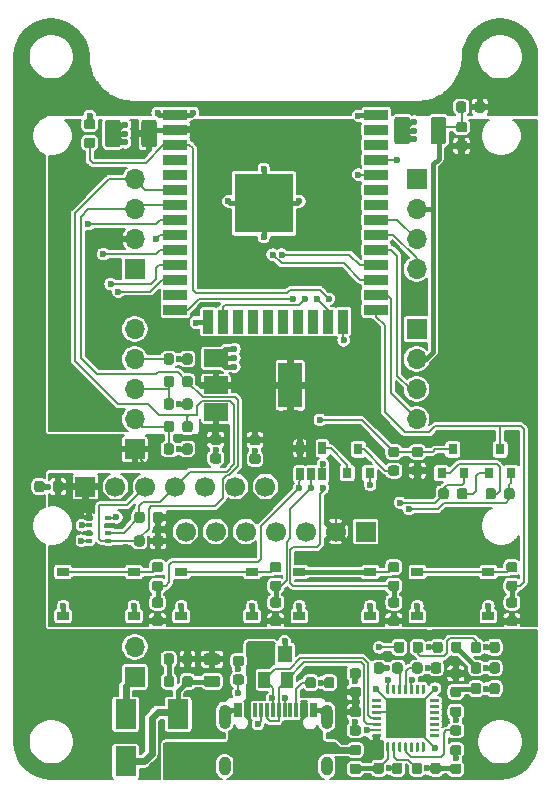
<source format=gbr>
%TF.GenerationSoftware,KiCad,Pcbnew,(5.1.6-0-10_14)*%
%TF.CreationDate,2020-09-14T20:33:51+02:00*%
%TF.ProjectId,Co2-Sensor,436f322d-5365-46e7-936f-722e6b696361,rev?*%
%TF.SameCoordinates,Original*%
%TF.FileFunction,Copper,L1,Top*%
%TF.FilePolarity,Positive*%
%FSLAX46Y46*%
G04 Gerber Fmt 4.6, Leading zero omitted, Abs format (unit mm)*
G04 Created by KiCad (PCBNEW (5.1.6-0-10_14)) date 2020-09-14 20:33:51*
%MOMM*%
%LPD*%
G01*
G04 APERTURE LIST*
%TA.AperFunction,SMDPad,CuDef*%
%ADD10R,0.500000X0.350000*%
%TD*%
%TA.AperFunction,SMDPad,CuDef*%
%ADD11R,3.350000X3.350000*%
%TD*%
%TA.AperFunction,ComponentPad*%
%ADD12C,1.700000*%
%TD*%
%TA.AperFunction,ComponentPad*%
%ADD13R,1.700000X1.700000*%
%TD*%
%TA.AperFunction,SMDPad,CuDef*%
%ADD14R,0.300000X1.150000*%
%TD*%
%TA.AperFunction,ComponentPad*%
%ADD15O,1.000000X1.600000*%
%TD*%
%TA.AperFunction,ComponentPad*%
%ADD16O,1.000000X2.100000*%
%TD*%
%TA.AperFunction,ComponentPad*%
%ADD17O,1.700000X1.700000*%
%TD*%
%TA.AperFunction,SMDPad,CuDef*%
%ADD18R,0.650000X1.060000*%
%TD*%
%TA.AperFunction,SMDPad,CuDef*%
%ADD19R,1.000000X0.750000*%
%TD*%
%TA.AperFunction,SMDPad,CuDef*%
%ADD20R,0.800000X0.900000*%
%TD*%
%TA.AperFunction,SMDPad,CuDef*%
%ADD21R,2.000000X1.500000*%
%TD*%
%TA.AperFunction,SMDPad,CuDef*%
%ADD22R,2.000000X3.800000*%
%TD*%
%TA.AperFunction,SMDPad,CuDef*%
%ADD23R,2.000000X0.900000*%
%TD*%
%TA.AperFunction,SMDPad,CuDef*%
%ADD24R,0.900000X2.000000*%
%TD*%
%TA.AperFunction,SMDPad,CuDef*%
%ADD25R,5.000000X5.000000*%
%TD*%
%TA.AperFunction,SMDPad,CuDef*%
%ADD26R,1.800000X2.500000*%
%TD*%
%TA.AperFunction,SMDPad,CuDef*%
%ADD27R,1.000000X1.400000*%
%TD*%
%TA.AperFunction,SMDPad,CuDef*%
%ADD28R,1.200000X1.400000*%
%TD*%
%TA.AperFunction,ViaPad*%
%ADD29C,0.600000*%
%TD*%
%TA.AperFunction,Conductor*%
%ADD30C,0.400000*%
%TD*%
%TA.AperFunction,Conductor*%
%ADD31C,0.200000*%
%TD*%
%TA.AperFunction,Conductor*%
%ADD32C,0.600000*%
%TD*%
%TA.AperFunction,Conductor*%
%ADD33C,0.127000*%
%TD*%
G04 APERTURE END LIST*
%TO.P,C9,2*%
%TO.N,+3V3*%
%TA.AperFunction,SMDPad,CuDef*%
G36*
G01*
X131135000Y-109146250D02*
X131135000Y-108633750D01*
G75*
G02*
X131353750Y-108415000I218750J0D01*
G01*
X131791250Y-108415000D01*
G75*
G02*
X132010000Y-108633750I0J-218750D01*
G01*
X132010000Y-109146250D01*
G75*
G02*
X131791250Y-109365000I-218750J0D01*
G01*
X131353750Y-109365000D01*
G75*
G02*
X131135000Y-109146250I0J218750D01*
G01*
G37*
%TD.AperFunction*%
%TO.P,C9,1*%
%TO.N,GND*%
%TA.AperFunction,SMDPad,CuDef*%
G36*
G01*
X129560000Y-109146250D02*
X129560000Y-108633750D01*
G75*
G02*
X129778750Y-108415000I218750J0D01*
G01*
X130216250Y-108415000D01*
G75*
G02*
X130435000Y-108633750I0J-218750D01*
G01*
X130435000Y-109146250D01*
G75*
G02*
X130216250Y-109365000I-218750J0D01*
G01*
X129778750Y-109365000D01*
G75*
G02*
X129560000Y-109146250I0J218750D01*
G01*
G37*
%TD.AperFunction*%
%TD*%
D10*
%TO.P,U4,8*%
%TO.N,+3V3*%
X134200000Y-111525000D03*
%TO.P,U4,2*%
X135800000Y-112175000D03*
%TO.P,U4,3*%
%TO.N,/SDA*%
X135800000Y-112825000D03*
%TO.P,U4,4*%
%TO.N,/SCL*%
X135800000Y-113475000D03*
%TO.P,U4,7*%
%TO.N,GND*%
X134200000Y-112175000D03*
%TO.P,U4,6*%
%TO.N,+3V3*%
X134200000Y-112825000D03*
%TO.P,U4,5*%
%TO.N,GND*%
X134200000Y-113475000D03*
%TO.P,U4,1*%
X135800000Y-111525000D03*
%TD*%
D11*
%TO.P,U3,29*%
%TO.N,GND*%
X161000000Y-128500000D03*
%TO.P,U3,28*%
%TO.N,/~DTR*%
%TA.AperFunction,SMDPad,CuDef*%
G36*
G01*
X159375000Y-126387500D02*
X159375000Y-125712500D01*
G75*
G02*
X159437500Y-125650000I62500J0D01*
G01*
X159562500Y-125650000D01*
G75*
G02*
X159625000Y-125712500I0J-62500D01*
G01*
X159625000Y-126387500D01*
G75*
G02*
X159562500Y-126450000I-62500J0D01*
G01*
X159437500Y-126450000D01*
G75*
G02*
X159375000Y-126387500I0J62500D01*
G01*
G37*
%TD.AperFunction*%
%TO.P,U3,27*%
%TO.N,Net-(U3-Pad27)*%
%TA.AperFunction,SMDPad,CuDef*%
G36*
G01*
X159875000Y-126387500D02*
X159875000Y-125712500D01*
G75*
G02*
X159937500Y-125650000I62500J0D01*
G01*
X160062500Y-125650000D01*
G75*
G02*
X160125000Y-125712500I0J-62500D01*
G01*
X160125000Y-126387500D01*
G75*
G02*
X160062500Y-126450000I-62500J0D01*
G01*
X159937500Y-126450000D01*
G75*
G02*
X159875000Y-126387500I0J62500D01*
G01*
G37*
%TD.AperFunction*%
%TO.P,U3,26*%
%TO.N,/TXD*%
%TA.AperFunction,SMDPad,CuDef*%
G36*
G01*
X160375000Y-126387500D02*
X160375000Y-125712500D01*
G75*
G02*
X160437500Y-125650000I62500J0D01*
G01*
X160562500Y-125650000D01*
G75*
G02*
X160625000Y-125712500I0J-62500D01*
G01*
X160625000Y-126387500D01*
G75*
G02*
X160562500Y-126450000I-62500J0D01*
G01*
X160437500Y-126450000D01*
G75*
G02*
X160375000Y-126387500I0J62500D01*
G01*
G37*
%TD.AperFunction*%
%TO.P,U3,25*%
%TO.N,/RXD*%
%TA.AperFunction,SMDPad,CuDef*%
G36*
G01*
X160875000Y-126387500D02*
X160875000Y-125712500D01*
G75*
G02*
X160937500Y-125650000I62500J0D01*
G01*
X161062500Y-125650000D01*
G75*
G02*
X161125000Y-125712500I0J-62500D01*
G01*
X161125000Y-126387500D01*
G75*
G02*
X161062500Y-126450000I-62500J0D01*
G01*
X160937500Y-126450000D01*
G75*
G02*
X160875000Y-126387500I0J62500D01*
G01*
G37*
%TD.AperFunction*%
%TO.P,U3,24*%
%TO.N,/~RTS*%
%TA.AperFunction,SMDPad,CuDef*%
G36*
G01*
X161375000Y-126387500D02*
X161375000Y-125712500D01*
G75*
G02*
X161437500Y-125650000I62500J0D01*
G01*
X161562500Y-125650000D01*
G75*
G02*
X161625000Y-125712500I0J-62500D01*
G01*
X161625000Y-126387500D01*
G75*
G02*
X161562500Y-126450000I-62500J0D01*
G01*
X161437500Y-126450000D01*
G75*
G02*
X161375000Y-126387500I0J62500D01*
G01*
G37*
%TD.AperFunction*%
%TO.P,U3,23*%
%TO.N,Net-(U3-Pad23)*%
%TA.AperFunction,SMDPad,CuDef*%
G36*
G01*
X161875000Y-126387500D02*
X161875000Y-125712500D01*
G75*
G02*
X161937500Y-125650000I62500J0D01*
G01*
X162062500Y-125650000D01*
G75*
G02*
X162125000Y-125712500I0J-62500D01*
G01*
X162125000Y-126387500D01*
G75*
G02*
X162062500Y-126450000I-62500J0D01*
G01*
X161937500Y-126450000D01*
G75*
G02*
X161875000Y-126387500I0J62500D01*
G01*
G37*
%TD.AperFunction*%
%TO.P,U3,22*%
%TO.N,Net-(U3-Pad22)*%
%TA.AperFunction,SMDPad,CuDef*%
G36*
G01*
X162375000Y-126387500D02*
X162375000Y-125712500D01*
G75*
G02*
X162437500Y-125650000I62500J0D01*
G01*
X162562500Y-125650000D01*
G75*
G02*
X162625000Y-125712500I0J-62500D01*
G01*
X162625000Y-126387500D01*
G75*
G02*
X162562500Y-126450000I-62500J0D01*
G01*
X162437500Y-126450000D01*
G75*
G02*
X162375000Y-126387500I0J62500D01*
G01*
G37*
%TD.AperFunction*%
%TO.P,U3,21*%
%TO.N,Net-(U3-Pad21)*%
%TA.AperFunction,SMDPad,CuDef*%
G36*
G01*
X163050000Y-127062500D02*
X163050000Y-126937500D01*
G75*
G02*
X163112500Y-126875000I62500J0D01*
G01*
X163787500Y-126875000D01*
G75*
G02*
X163850000Y-126937500I0J-62500D01*
G01*
X163850000Y-127062500D01*
G75*
G02*
X163787500Y-127125000I-62500J0D01*
G01*
X163112500Y-127125000D01*
G75*
G02*
X163050000Y-127062500I0J62500D01*
G01*
G37*
%TD.AperFunction*%
%TO.P,U3,20*%
%TO.N,Net-(U3-Pad20)*%
%TA.AperFunction,SMDPad,CuDef*%
G36*
G01*
X163050000Y-127562500D02*
X163050000Y-127437500D01*
G75*
G02*
X163112500Y-127375000I62500J0D01*
G01*
X163787500Y-127375000D01*
G75*
G02*
X163850000Y-127437500I0J-62500D01*
G01*
X163850000Y-127562500D01*
G75*
G02*
X163787500Y-127625000I-62500J0D01*
G01*
X163112500Y-127625000D01*
G75*
G02*
X163050000Y-127562500I0J62500D01*
G01*
G37*
%TD.AperFunction*%
%TO.P,U3,19*%
%TO.N,Net-(U3-Pad19)*%
%TA.AperFunction,SMDPad,CuDef*%
G36*
G01*
X163050000Y-128062500D02*
X163050000Y-127937500D01*
G75*
G02*
X163112500Y-127875000I62500J0D01*
G01*
X163787500Y-127875000D01*
G75*
G02*
X163850000Y-127937500I0J-62500D01*
G01*
X163850000Y-128062500D01*
G75*
G02*
X163787500Y-128125000I-62500J0D01*
G01*
X163112500Y-128125000D01*
G75*
G02*
X163050000Y-128062500I0J62500D01*
G01*
G37*
%TD.AperFunction*%
%TO.P,U3,18*%
%TO.N,Net-(U3-Pad18)*%
%TA.AperFunction,SMDPad,CuDef*%
G36*
G01*
X163050000Y-128562500D02*
X163050000Y-128437500D01*
G75*
G02*
X163112500Y-128375000I62500J0D01*
G01*
X163787500Y-128375000D01*
G75*
G02*
X163850000Y-128437500I0J-62500D01*
G01*
X163850000Y-128562500D01*
G75*
G02*
X163787500Y-128625000I-62500J0D01*
G01*
X163112500Y-128625000D01*
G75*
G02*
X163050000Y-128562500I0J62500D01*
G01*
G37*
%TD.AperFunction*%
%TO.P,U3,17*%
%TO.N,Net-(U3-Pad17)*%
%TA.AperFunction,SMDPad,CuDef*%
G36*
G01*
X163050000Y-129062500D02*
X163050000Y-128937500D01*
G75*
G02*
X163112500Y-128875000I62500J0D01*
G01*
X163787500Y-128875000D01*
G75*
G02*
X163850000Y-128937500I0J-62500D01*
G01*
X163850000Y-129062500D01*
G75*
G02*
X163787500Y-129125000I-62500J0D01*
G01*
X163112500Y-129125000D01*
G75*
G02*
X163050000Y-129062500I0J62500D01*
G01*
G37*
%TD.AperFunction*%
%TO.P,U3,16*%
%TO.N,Net-(U3-Pad16)*%
%TA.AperFunction,SMDPad,CuDef*%
G36*
G01*
X163050000Y-129562500D02*
X163050000Y-129437500D01*
G75*
G02*
X163112500Y-129375000I62500J0D01*
G01*
X163787500Y-129375000D01*
G75*
G02*
X163850000Y-129437500I0J-62500D01*
G01*
X163850000Y-129562500D01*
G75*
G02*
X163787500Y-129625000I-62500J0D01*
G01*
X163112500Y-129625000D01*
G75*
G02*
X163050000Y-129562500I0J62500D01*
G01*
G37*
%TD.AperFunction*%
%TO.P,U3,15*%
%TO.N,Net-(U3-Pad15)*%
%TA.AperFunction,SMDPad,CuDef*%
G36*
G01*
X163050000Y-130062500D02*
X163050000Y-129937500D01*
G75*
G02*
X163112500Y-129875000I62500J0D01*
G01*
X163787500Y-129875000D01*
G75*
G02*
X163850000Y-129937500I0J-62500D01*
G01*
X163850000Y-130062500D01*
G75*
G02*
X163787500Y-130125000I-62500J0D01*
G01*
X163112500Y-130125000D01*
G75*
G02*
X163050000Y-130062500I0J62500D01*
G01*
G37*
%TD.AperFunction*%
%TO.P,U3,14*%
%TO.N,Net-(U3-Pad14)*%
%TA.AperFunction,SMDPad,CuDef*%
G36*
G01*
X162375000Y-131287500D02*
X162375000Y-130612500D01*
G75*
G02*
X162437500Y-130550000I62500J0D01*
G01*
X162562500Y-130550000D01*
G75*
G02*
X162625000Y-130612500I0J-62500D01*
G01*
X162625000Y-131287500D01*
G75*
G02*
X162562500Y-131350000I-62500J0D01*
G01*
X162437500Y-131350000D01*
G75*
G02*
X162375000Y-131287500I0J62500D01*
G01*
G37*
%TD.AperFunction*%
%TO.P,U3,13*%
%TO.N,Net-(U3-Pad13)*%
%TA.AperFunction,SMDPad,CuDef*%
G36*
G01*
X161875000Y-131287500D02*
X161875000Y-130612500D01*
G75*
G02*
X161937500Y-130550000I62500J0D01*
G01*
X162062500Y-130550000D01*
G75*
G02*
X162125000Y-130612500I0J-62500D01*
G01*
X162125000Y-131287500D01*
G75*
G02*
X162062500Y-131350000I-62500J0D01*
G01*
X161937500Y-131350000D01*
G75*
G02*
X161875000Y-131287500I0J62500D01*
G01*
G37*
%TD.AperFunction*%
%TO.P,U3,12*%
%TO.N,Net-(U3-Pad12)*%
%TA.AperFunction,SMDPad,CuDef*%
G36*
G01*
X161375000Y-131287500D02*
X161375000Y-130612500D01*
G75*
G02*
X161437500Y-130550000I62500J0D01*
G01*
X161562500Y-130550000D01*
G75*
G02*
X161625000Y-130612500I0J-62500D01*
G01*
X161625000Y-131287500D01*
G75*
G02*
X161562500Y-131350000I-62500J0D01*
G01*
X161437500Y-131350000D01*
G75*
G02*
X161375000Y-131287500I0J62500D01*
G01*
G37*
%TD.AperFunction*%
%TO.P,U3,11*%
%TO.N,Net-(R17-Pad2)*%
%TA.AperFunction,SMDPad,CuDef*%
G36*
G01*
X160875000Y-131287500D02*
X160875000Y-130612500D01*
G75*
G02*
X160937500Y-130550000I62500J0D01*
G01*
X161062500Y-130550000D01*
G75*
G02*
X161125000Y-130612500I0J-62500D01*
G01*
X161125000Y-131287500D01*
G75*
G02*
X161062500Y-131350000I-62500J0D01*
G01*
X160937500Y-131350000D01*
G75*
G02*
X160875000Y-131287500I0J62500D01*
G01*
G37*
%TD.AperFunction*%
%TO.P,U3,10*%
%TO.N,Net-(U3-Pad10)*%
%TA.AperFunction,SMDPad,CuDef*%
G36*
G01*
X160375000Y-131287500D02*
X160375000Y-130612500D01*
G75*
G02*
X160437500Y-130550000I62500J0D01*
G01*
X160562500Y-130550000D01*
G75*
G02*
X160625000Y-130612500I0J-62500D01*
G01*
X160625000Y-131287500D01*
G75*
G02*
X160562500Y-131350000I-62500J0D01*
G01*
X160437500Y-131350000D01*
G75*
G02*
X160375000Y-131287500I0J62500D01*
G01*
G37*
%TD.AperFunction*%
%TO.P,U3,9*%
%TO.N,Net-(R15-Pad2)*%
%TA.AperFunction,SMDPad,CuDef*%
G36*
G01*
X159875000Y-131287500D02*
X159875000Y-130612500D01*
G75*
G02*
X159937500Y-130550000I62500J0D01*
G01*
X160062500Y-130550000D01*
G75*
G02*
X160125000Y-130612500I0J-62500D01*
G01*
X160125000Y-131287500D01*
G75*
G02*
X160062500Y-131350000I-62500J0D01*
G01*
X159937500Y-131350000D01*
G75*
G02*
X159875000Y-131287500I0J62500D01*
G01*
G37*
%TD.AperFunction*%
%TO.P,U3,8*%
%TO.N,Net-(R13-Pad1)*%
%TA.AperFunction,SMDPad,CuDef*%
G36*
G01*
X159375000Y-131287500D02*
X159375000Y-130612500D01*
G75*
G02*
X159437500Y-130550000I62500J0D01*
G01*
X159562500Y-130550000D01*
G75*
G02*
X159625000Y-130612500I0J-62500D01*
G01*
X159625000Y-131287500D01*
G75*
G02*
X159562500Y-131350000I-62500J0D01*
G01*
X159437500Y-131350000D01*
G75*
G02*
X159375000Y-131287500I0J62500D01*
G01*
G37*
%TD.AperFunction*%
%TO.P,U3,7*%
%TO.N,+5V*%
%TA.AperFunction,SMDPad,CuDef*%
G36*
G01*
X158150000Y-130062500D02*
X158150000Y-129937500D01*
G75*
G02*
X158212500Y-129875000I62500J0D01*
G01*
X158887500Y-129875000D01*
G75*
G02*
X158950000Y-129937500I0J-62500D01*
G01*
X158950000Y-130062500D01*
G75*
G02*
X158887500Y-130125000I-62500J0D01*
G01*
X158212500Y-130125000D01*
G75*
G02*
X158150000Y-130062500I0J62500D01*
G01*
G37*
%TD.AperFunction*%
%TO.P,U3,6*%
%TO.N,Net-(C2-Pad2)*%
%TA.AperFunction,SMDPad,CuDef*%
G36*
G01*
X158150000Y-129562500D02*
X158150000Y-129437500D01*
G75*
G02*
X158212500Y-129375000I62500J0D01*
G01*
X158887500Y-129375000D01*
G75*
G02*
X158950000Y-129437500I0J-62500D01*
G01*
X158950000Y-129562500D01*
G75*
G02*
X158887500Y-129625000I-62500J0D01*
G01*
X158212500Y-129625000D01*
G75*
G02*
X158150000Y-129562500I0J62500D01*
G01*
G37*
%TD.AperFunction*%
%TO.P,U3,5*%
%TO.N,/D-*%
%TA.AperFunction,SMDPad,CuDef*%
G36*
G01*
X158150000Y-129062500D02*
X158150000Y-128937500D01*
G75*
G02*
X158212500Y-128875000I62500J0D01*
G01*
X158887500Y-128875000D01*
G75*
G02*
X158950000Y-128937500I0J-62500D01*
G01*
X158950000Y-129062500D01*
G75*
G02*
X158887500Y-129125000I-62500J0D01*
G01*
X158212500Y-129125000D01*
G75*
G02*
X158150000Y-129062500I0J62500D01*
G01*
G37*
%TD.AperFunction*%
%TO.P,U3,4*%
%TO.N,/D+*%
%TA.AperFunction,SMDPad,CuDef*%
G36*
G01*
X158150000Y-128562500D02*
X158150000Y-128437500D01*
G75*
G02*
X158212500Y-128375000I62500J0D01*
G01*
X158887500Y-128375000D01*
G75*
G02*
X158950000Y-128437500I0J-62500D01*
G01*
X158950000Y-128562500D01*
G75*
G02*
X158887500Y-128625000I-62500J0D01*
G01*
X158212500Y-128625000D01*
G75*
G02*
X158150000Y-128562500I0J62500D01*
G01*
G37*
%TD.AperFunction*%
%TO.P,U3,3*%
%TO.N,GND*%
%TA.AperFunction,SMDPad,CuDef*%
G36*
G01*
X158150000Y-128062500D02*
X158150000Y-127937500D01*
G75*
G02*
X158212500Y-127875000I62500J0D01*
G01*
X158887500Y-127875000D01*
G75*
G02*
X158950000Y-127937500I0J-62500D01*
G01*
X158950000Y-128062500D01*
G75*
G02*
X158887500Y-128125000I-62500J0D01*
G01*
X158212500Y-128125000D01*
G75*
G02*
X158150000Y-128062500I0J62500D01*
G01*
G37*
%TD.AperFunction*%
%TO.P,U3,2*%
%TO.N,Net-(U3-Pad2)*%
%TA.AperFunction,SMDPad,CuDef*%
G36*
G01*
X158150000Y-127562500D02*
X158150000Y-127437500D01*
G75*
G02*
X158212500Y-127375000I62500J0D01*
G01*
X158887500Y-127375000D01*
G75*
G02*
X158950000Y-127437500I0J-62500D01*
G01*
X158950000Y-127562500D01*
G75*
G02*
X158887500Y-127625000I-62500J0D01*
G01*
X158212500Y-127625000D01*
G75*
G02*
X158150000Y-127562500I0J62500D01*
G01*
G37*
%TD.AperFunction*%
%TO.P,U3,1*%
%TO.N,Net-(U3-Pad1)*%
%TA.AperFunction,SMDPad,CuDef*%
G36*
G01*
X158150000Y-127062500D02*
X158150000Y-126937500D01*
G75*
G02*
X158212500Y-126875000I62500J0D01*
G01*
X158887500Y-126875000D01*
G75*
G02*
X158950000Y-126937500I0J-62500D01*
G01*
X158950000Y-127062500D01*
G75*
G02*
X158887500Y-127125000I-62500J0D01*
G01*
X158212500Y-127125000D01*
G75*
G02*
X158150000Y-127062500I0J62500D01*
G01*
G37*
%TD.AperFunction*%
%TD*%
%TO.P,C4,2*%
%TO.N,GND*%
%TA.AperFunction,SMDPad,CuDef*%
G36*
G01*
X136875000Y-78074999D02*
X136875000Y-79925001D01*
G75*
G02*
X136625001Y-80175000I-249999J0D01*
G01*
X135799999Y-80175000D01*
G75*
G02*
X135550000Y-79925001I0J249999D01*
G01*
X135550000Y-78074999D01*
G75*
G02*
X135799999Y-77825000I249999J0D01*
G01*
X136625001Y-77825000D01*
G75*
G02*
X136875000Y-78074999I0J-249999D01*
G01*
G37*
%TD.AperFunction*%
%TO.P,C4,1*%
%TO.N,+3V3*%
%TA.AperFunction,SMDPad,CuDef*%
G36*
G01*
X139950000Y-78074999D02*
X139950000Y-79925001D01*
G75*
G02*
X139700001Y-80175000I-249999J0D01*
G01*
X138874999Y-80175000D01*
G75*
G02*
X138625000Y-79925001I0J249999D01*
G01*
X138625000Y-78074999D01*
G75*
G02*
X138874999Y-77825000I249999J0D01*
G01*
X139700001Y-77825000D01*
G75*
G02*
X139950000Y-78074999I0J-249999D01*
G01*
G37*
%TD.AperFunction*%
%TD*%
D12*
%TO.P,J2,7*%
%TO.N,GND*%
X149140000Y-108890000D03*
%TO.P,J2,6*%
%TO.N,Net-(J2-Pad6)*%
X146600000Y-108890000D03*
%TO.P,J2,5*%
%TO.N,Net-(J2-Pad5)*%
X144060000Y-108890000D03*
%TO.P,J2,4*%
%TO.N,/SDA*%
X141520000Y-108890000D03*
%TO.P,J2,3*%
%TO.N,/SCL*%
X138980000Y-108890000D03*
%TO.P,J2,2*%
%TO.N,GND*%
X136440000Y-108890000D03*
D13*
%TO.P,J2,1*%
%TO.N,+3V3*%
X133900000Y-108890000D03*
%TD*%
D14*
%TO.P,J5,A12*%
%TO.N,GND*%
X153350000Y-127830000D03*
%TO.P,J5,A9*%
%TO.N,/VBUS*%
X152550000Y-127830000D03*
%TO.P,J5,B9*%
X147750000Y-127830000D03*
%TO.P,J5,B12*%
%TO.N,GND*%
X146950000Y-127830000D03*
%TO.P,J5,A1*%
X146650000Y-127830000D03*
%TO.P,J5,A4*%
%TO.N,/VBUS*%
X147450000Y-127830000D03*
%TO.P,J5,B8*%
%TO.N,Net-(J5-PadB8)*%
X148250000Y-127830000D03*
%TO.P,J5,A5*%
%TO.N,Net-(J5-PadA5)*%
X148750000Y-127830000D03*
%TO.P,J5,B7*%
%TO.N,/D-*%
X149250000Y-127830000D03*
%TO.P,J5,A6*%
%TO.N,/D+*%
X149750000Y-127830000D03*
%TO.P,J5,A7*%
%TO.N,/D-*%
X150250000Y-127830000D03*
%TO.P,J5,B6*%
%TO.N,/D+*%
X150750000Y-127830000D03*
%TO.P,J5,A8*%
%TO.N,Net-(J5-PadA8)*%
X151250000Y-127830000D03*
%TO.P,J5,B5*%
%TO.N,Net-(J5-PadB5)*%
X151750000Y-127830000D03*
%TO.P,J5,B4*%
%TO.N,/VBUS*%
X152250000Y-127830000D03*
%TO.P,J5,B1*%
%TO.N,GND*%
X153050000Y-127830000D03*
D15*
%TO.P,J5,S1*%
X154320000Y-132575000D03*
X145680000Y-132575000D03*
D16*
X154320000Y-128395000D03*
X145680000Y-128395000D03*
%TD*%
D17*
%TO.P,J4,2*%
%TO.N,GND*%
X138070000Y-122460000D03*
D13*
%TO.P,J4,1*%
%TO.N,/VEXT*%
X138070000Y-125000000D03*
%TD*%
D12*
%TO.P,J1,7*%
%TO.N,/OLED_CS*%
X142380000Y-112700000D03*
%TO.P,J1,6*%
%TO.N,/OLED_DC*%
X144920000Y-112700000D03*
%TO.P,J1,5*%
%TO.N,/OLED_RESET*%
X147460000Y-112700000D03*
%TO.P,J1,4*%
%TO.N,/OLED_MOSI*%
X150000000Y-112700000D03*
%TO.P,J1,3*%
%TO.N,/OLED_CLK*%
X152540000Y-112700000D03*
%TO.P,J1,2*%
%TO.N,+3V3*%
X155080000Y-112700000D03*
D13*
%TO.P,J1,1*%
%TO.N,GND*%
X157620000Y-112700000D03*
%TD*%
D17*
%TO.P,J8,4*%
%TO.N,/SDA*%
X138070000Y-82855000D03*
%TO.P,J8,3*%
%TO.N,/SCL*%
X138070000Y-85395000D03*
%TO.P,J8,2*%
%TO.N,+3V3*%
X138070000Y-87935000D03*
D13*
%TO.P,J8,1*%
%TO.N,GND*%
X138070000Y-90475000D03*
%TD*%
D17*
%TO.P,J7,5*%
%TO.N,GND*%
X138070000Y-95555000D03*
%TO.P,J7,4*%
%TO.N,Net-(J7-Pad4)*%
X138070000Y-98095000D03*
%TO.P,J7,3*%
%TO.N,Net-(J7-Pad3)*%
X138070000Y-100635000D03*
%TO.P,J7,2*%
%TO.N,Net-(J7-Pad2)*%
X138070000Y-103175000D03*
D13*
%TO.P,J7,1*%
%TO.N,+5V*%
X138070000Y-105715000D03*
%TD*%
D17*
%TO.P,J6,4*%
%TO.N,/LED1_DATA*%
X161930000Y-103175000D03*
%TO.P,J6,3*%
%TO.N,/LED1_CLK*%
X161930000Y-100635000D03*
%TO.P,J6,2*%
%TO.N,Net-(C1-Pad1)*%
X161930000Y-98095000D03*
D13*
%TO.P,J6,1*%
%TO.N,GND*%
X161930000Y-95555000D03*
%TD*%
D17*
%TO.P,J3,4*%
%TO.N,/LED2_DATA*%
X161930000Y-90475000D03*
%TO.P,J3,3*%
%TO.N,/LED2_CLK*%
X161930000Y-87935000D03*
%TO.P,J3,2*%
%TO.N,Net-(C1-Pad1)*%
X161930000Y-85395000D03*
D13*
%TO.P,J3,1*%
%TO.N,GND*%
X161930000Y-82855000D03*
%TD*%
D18*
%TO.P,U5,5*%
%TO.N,+3V3*%
X152050000Y-105650000D03*
%TO.P,U5,4*%
%TO.N,Net-(Q3-Pad1)*%
X153950000Y-105650000D03*
%TO.P,U5,3*%
%TO.N,GND*%
X153950000Y-107850000D03*
%TO.P,U5,2*%
%TO.N,/IO13*%
X153000000Y-107850000D03*
%TO.P,U5,1*%
%TO.N,/IO12*%
X152050000Y-107850000D03*
%TD*%
D19*
%TO.P,SW4,2*%
%TO.N,GND*%
X168000000Y-119875000D03*
X162000000Y-119875000D03*
%TO.P,SW4,1*%
%TO.N,Net-(R28-Pad1)*%
X168000000Y-116125000D03*
X162000000Y-116125000D03*
%TD*%
%TO.P,R33,2*%
%TO.N,GND*%
%TA.AperFunction,SMDPad,CuDef*%
G36*
G01*
X142095000Y-98351250D02*
X142095000Y-97838750D01*
G75*
G02*
X142313750Y-97620000I218750J0D01*
G01*
X142751250Y-97620000D01*
G75*
G02*
X142970000Y-97838750I0J-218750D01*
G01*
X142970000Y-98351250D01*
G75*
G02*
X142751250Y-98570000I-218750J0D01*
G01*
X142313750Y-98570000D01*
G75*
G02*
X142095000Y-98351250I0J218750D01*
G01*
G37*
%TD.AperFunction*%
%TO.P,R33,1*%
%TO.N,Net-(J7-Pad4)*%
%TA.AperFunction,SMDPad,CuDef*%
G36*
G01*
X140520000Y-98351250D02*
X140520000Y-97838750D01*
G75*
G02*
X140738750Y-97620000I218750J0D01*
G01*
X141176250Y-97620000D01*
G75*
G02*
X141395000Y-97838750I0J-218750D01*
G01*
X141395000Y-98351250D01*
G75*
G02*
X141176250Y-98570000I-218750J0D01*
G01*
X140738750Y-98570000D01*
G75*
G02*
X140520000Y-98351250I0J218750D01*
G01*
G37*
%TD.AperFunction*%
%TD*%
%TO.P,R32,2*%
%TO.N,/SCL*%
%TA.AperFunction,SMDPad,CuDef*%
G36*
G01*
X142095000Y-100256250D02*
X142095000Y-99743750D01*
G75*
G02*
X142313750Y-99525000I218750J0D01*
G01*
X142751250Y-99525000D01*
G75*
G02*
X142970000Y-99743750I0J-218750D01*
G01*
X142970000Y-100256250D01*
G75*
G02*
X142751250Y-100475000I-218750J0D01*
G01*
X142313750Y-100475000D01*
G75*
G02*
X142095000Y-100256250I0J218750D01*
G01*
G37*
%TD.AperFunction*%
%TO.P,R32,1*%
%TO.N,Net-(J7-Pad3)*%
%TA.AperFunction,SMDPad,CuDef*%
G36*
G01*
X140520000Y-100256250D02*
X140520000Y-99743750D01*
G75*
G02*
X140738750Y-99525000I218750J0D01*
G01*
X141176250Y-99525000D01*
G75*
G02*
X141395000Y-99743750I0J-218750D01*
G01*
X141395000Y-100256250D01*
G75*
G02*
X141176250Y-100475000I-218750J0D01*
G01*
X140738750Y-100475000D01*
G75*
G02*
X140520000Y-100256250I0J218750D01*
G01*
G37*
%TD.AperFunction*%
%TD*%
%TO.P,R31,2*%
%TO.N,Net-(J7-Pad3)*%
%TA.AperFunction,SMDPad,CuDef*%
G36*
G01*
X141395000Y-101648750D02*
X141395000Y-102161250D01*
G75*
G02*
X141176250Y-102380000I-218750J0D01*
G01*
X140738750Y-102380000D01*
G75*
G02*
X140520000Y-102161250I0J218750D01*
G01*
X140520000Y-101648750D01*
G75*
G02*
X140738750Y-101430000I218750J0D01*
G01*
X141176250Y-101430000D01*
G75*
G02*
X141395000Y-101648750I0J-218750D01*
G01*
G37*
%TD.AperFunction*%
%TO.P,R31,1*%
%TO.N,/SPS30_TX*%
%TA.AperFunction,SMDPad,CuDef*%
G36*
G01*
X142970000Y-101648750D02*
X142970000Y-102161250D01*
G75*
G02*
X142751250Y-102380000I-218750J0D01*
G01*
X142313750Y-102380000D01*
G75*
G02*
X142095000Y-102161250I0J218750D01*
G01*
X142095000Y-101648750D01*
G75*
G02*
X142313750Y-101430000I218750J0D01*
G01*
X142751250Y-101430000D01*
G75*
G02*
X142970000Y-101648750I0J-218750D01*
G01*
G37*
%TD.AperFunction*%
%TD*%
%TO.P,R30,2*%
%TO.N,/SDA*%
%TA.AperFunction,SMDPad,CuDef*%
G36*
G01*
X142095000Y-104066250D02*
X142095000Y-103553750D01*
G75*
G02*
X142313750Y-103335000I218750J0D01*
G01*
X142751250Y-103335000D01*
G75*
G02*
X142970000Y-103553750I0J-218750D01*
G01*
X142970000Y-104066250D01*
G75*
G02*
X142751250Y-104285000I-218750J0D01*
G01*
X142313750Y-104285000D01*
G75*
G02*
X142095000Y-104066250I0J218750D01*
G01*
G37*
%TD.AperFunction*%
%TO.P,R30,1*%
%TO.N,Net-(J7-Pad2)*%
%TA.AperFunction,SMDPad,CuDef*%
G36*
G01*
X140520000Y-104066250D02*
X140520000Y-103553750D01*
G75*
G02*
X140738750Y-103335000I218750J0D01*
G01*
X141176250Y-103335000D01*
G75*
G02*
X141395000Y-103553750I0J-218750D01*
G01*
X141395000Y-104066250D01*
G75*
G02*
X141176250Y-104285000I-218750J0D01*
G01*
X140738750Y-104285000D01*
G75*
G02*
X140520000Y-104066250I0J218750D01*
G01*
G37*
%TD.AperFunction*%
%TD*%
%TO.P,R29,2*%
%TO.N,Net-(J7-Pad2)*%
%TA.AperFunction,SMDPad,CuDef*%
G36*
G01*
X141395000Y-105458750D02*
X141395000Y-105971250D01*
G75*
G02*
X141176250Y-106190000I-218750J0D01*
G01*
X140738750Y-106190000D01*
G75*
G02*
X140520000Y-105971250I0J218750D01*
G01*
X140520000Y-105458750D01*
G75*
G02*
X140738750Y-105240000I218750J0D01*
G01*
X141176250Y-105240000D01*
G75*
G02*
X141395000Y-105458750I0J-218750D01*
G01*
G37*
%TD.AperFunction*%
%TO.P,R29,1*%
%TO.N,/SPS30_RX*%
%TA.AperFunction,SMDPad,CuDef*%
G36*
G01*
X142970000Y-105458750D02*
X142970000Y-105971250D01*
G75*
G02*
X142751250Y-106190000I-218750J0D01*
G01*
X142313750Y-106190000D01*
G75*
G02*
X142095000Y-105971250I0J218750D01*
G01*
X142095000Y-105458750D01*
G75*
G02*
X142313750Y-105240000I218750J0D01*
G01*
X142751250Y-105240000D01*
G75*
G02*
X142970000Y-105458750I0J-218750D01*
G01*
G37*
%TD.AperFunction*%
%TD*%
%TO.P,R28,2*%
%TO.N,/IO0*%
%TA.AperFunction,SMDPad,CuDef*%
G36*
G01*
X169743750Y-116850000D02*
X170256250Y-116850000D01*
G75*
G02*
X170475000Y-117068750I0J-218750D01*
G01*
X170475000Y-117506250D01*
G75*
G02*
X170256250Y-117725000I-218750J0D01*
G01*
X169743750Y-117725000D01*
G75*
G02*
X169525000Y-117506250I0J218750D01*
G01*
X169525000Y-117068750D01*
G75*
G02*
X169743750Y-116850000I218750J0D01*
G01*
G37*
%TD.AperFunction*%
%TO.P,R28,1*%
%TO.N,Net-(R28-Pad1)*%
%TA.AperFunction,SMDPad,CuDef*%
G36*
G01*
X169743750Y-115275000D02*
X170256250Y-115275000D01*
G75*
G02*
X170475000Y-115493750I0J-218750D01*
G01*
X170475000Y-115931250D01*
G75*
G02*
X170256250Y-116150000I-218750J0D01*
G01*
X169743750Y-116150000D01*
G75*
G02*
X169525000Y-115931250I0J218750D01*
G01*
X169525000Y-115493750D01*
G75*
G02*
X169743750Y-115275000I218750J0D01*
G01*
G37*
%TD.AperFunction*%
%TD*%
%TO.P,R27,2*%
%TO.N,+3V3*%
%TA.AperFunction,SMDPad,CuDef*%
G36*
G01*
X169743750Y-119850000D02*
X170256250Y-119850000D01*
G75*
G02*
X170475000Y-120068750I0J-218750D01*
G01*
X170475000Y-120506250D01*
G75*
G02*
X170256250Y-120725000I-218750J0D01*
G01*
X169743750Y-120725000D01*
G75*
G02*
X169525000Y-120506250I0J218750D01*
G01*
X169525000Y-120068750D01*
G75*
G02*
X169743750Y-119850000I218750J0D01*
G01*
G37*
%TD.AperFunction*%
%TO.P,R27,1*%
%TO.N,/IO0*%
%TA.AperFunction,SMDPad,CuDef*%
G36*
G01*
X169743750Y-118275000D02*
X170256250Y-118275000D01*
G75*
G02*
X170475000Y-118493750I0J-218750D01*
G01*
X170475000Y-118931250D01*
G75*
G02*
X170256250Y-119150000I-218750J0D01*
G01*
X169743750Y-119150000D01*
G75*
G02*
X169525000Y-118931250I0J218750D01*
G01*
X169525000Y-118493750D01*
G75*
G02*
X169743750Y-118275000I218750J0D01*
G01*
G37*
%TD.AperFunction*%
%TD*%
%TO.P,R26,2*%
%TO.N,/EN*%
%TA.AperFunction,SMDPad,CuDef*%
G36*
G01*
X160256250Y-106400000D02*
X159743750Y-106400000D01*
G75*
G02*
X159525000Y-106181250I0J218750D01*
G01*
X159525000Y-105743750D01*
G75*
G02*
X159743750Y-105525000I218750J0D01*
G01*
X160256250Y-105525000D01*
G75*
G02*
X160475000Y-105743750I0J-218750D01*
G01*
X160475000Y-106181250D01*
G75*
G02*
X160256250Y-106400000I-218750J0D01*
G01*
G37*
%TD.AperFunction*%
%TO.P,R26,1*%
%TO.N,Net-(Q3-Pad3)*%
%TA.AperFunction,SMDPad,CuDef*%
G36*
G01*
X160256250Y-107975000D02*
X159743750Y-107975000D01*
G75*
G02*
X159525000Y-107756250I0J218750D01*
G01*
X159525000Y-107318750D01*
G75*
G02*
X159743750Y-107100000I218750J0D01*
G01*
X160256250Y-107100000D01*
G75*
G02*
X160475000Y-107318750I0J-218750D01*
G01*
X160475000Y-107756250D01*
G75*
G02*
X160256250Y-107975000I-218750J0D01*
G01*
G37*
%TD.AperFunction*%
%TD*%
%TO.P,R25,2*%
%TO.N,+3V3*%
%TA.AperFunction,SMDPad,CuDef*%
G36*
G01*
X161743750Y-107100000D02*
X162256250Y-107100000D01*
G75*
G02*
X162475000Y-107318750I0J-218750D01*
G01*
X162475000Y-107756250D01*
G75*
G02*
X162256250Y-107975000I-218750J0D01*
G01*
X161743750Y-107975000D01*
G75*
G02*
X161525000Y-107756250I0J218750D01*
G01*
X161525000Y-107318750D01*
G75*
G02*
X161743750Y-107100000I218750J0D01*
G01*
G37*
%TD.AperFunction*%
%TO.P,R25,1*%
%TO.N,/EN*%
%TA.AperFunction,SMDPad,CuDef*%
G36*
G01*
X161743750Y-105525000D02*
X162256250Y-105525000D01*
G75*
G02*
X162475000Y-105743750I0J-218750D01*
G01*
X162475000Y-106181250D01*
G75*
G02*
X162256250Y-106400000I-218750J0D01*
G01*
X161743750Y-106400000D01*
G75*
G02*
X161525000Y-106181250I0J218750D01*
G01*
X161525000Y-105743750D01*
G75*
G02*
X161743750Y-105525000I218750J0D01*
G01*
G37*
%TD.AperFunction*%
%TD*%
D20*
%TO.P,Q3,3*%
%TO.N,Net-(Q3-Pad3)*%
X157000000Y-105750000D03*
%TO.P,Q3,2*%
%TO.N,GND*%
X157950000Y-107750000D03*
%TO.P,Q3,1*%
%TO.N,Net-(Q3-Pad1)*%
X156050000Y-107750000D03*
%TD*%
D19*
%TO.P,SW3,2*%
%TO.N,GND*%
X158000000Y-119875000D03*
X152000000Y-119875000D03*
%TO.P,SW3,1*%
%TO.N,Net-(R24-Pad1)*%
X158000000Y-116125000D03*
X152000000Y-116125000D03*
%TD*%
%TO.P,R24,2*%
%TO.N,/IO15*%
%TA.AperFunction,SMDPad,CuDef*%
G36*
G01*
X159743750Y-116850000D02*
X160256250Y-116850000D01*
G75*
G02*
X160475000Y-117068750I0J-218750D01*
G01*
X160475000Y-117506250D01*
G75*
G02*
X160256250Y-117725000I-218750J0D01*
G01*
X159743750Y-117725000D01*
G75*
G02*
X159525000Y-117506250I0J218750D01*
G01*
X159525000Y-117068750D01*
G75*
G02*
X159743750Y-116850000I218750J0D01*
G01*
G37*
%TD.AperFunction*%
%TO.P,R24,1*%
%TO.N,Net-(R24-Pad1)*%
%TA.AperFunction,SMDPad,CuDef*%
G36*
G01*
X159743750Y-115275000D02*
X160256250Y-115275000D01*
G75*
G02*
X160475000Y-115493750I0J-218750D01*
G01*
X160475000Y-115931250D01*
G75*
G02*
X160256250Y-116150000I-218750J0D01*
G01*
X159743750Y-116150000D01*
G75*
G02*
X159525000Y-115931250I0J218750D01*
G01*
X159525000Y-115493750D01*
G75*
G02*
X159743750Y-115275000I218750J0D01*
G01*
G37*
%TD.AperFunction*%
%TD*%
%TO.P,R23,2*%
%TO.N,+3V3*%
%TA.AperFunction,SMDPad,CuDef*%
G36*
G01*
X159743750Y-119850000D02*
X160256250Y-119850000D01*
G75*
G02*
X160475000Y-120068750I0J-218750D01*
G01*
X160475000Y-120506250D01*
G75*
G02*
X160256250Y-120725000I-218750J0D01*
G01*
X159743750Y-120725000D01*
G75*
G02*
X159525000Y-120506250I0J218750D01*
G01*
X159525000Y-120068750D01*
G75*
G02*
X159743750Y-119850000I218750J0D01*
G01*
G37*
%TD.AperFunction*%
%TO.P,R23,1*%
%TO.N,/IO15*%
%TA.AperFunction,SMDPad,CuDef*%
G36*
G01*
X159743750Y-118275000D02*
X160256250Y-118275000D01*
G75*
G02*
X160475000Y-118493750I0J-218750D01*
G01*
X160475000Y-118931250D01*
G75*
G02*
X160256250Y-119150000I-218750J0D01*
G01*
X159743750Y-119150000D01*
G75*
G02*
X159525000Y-118931250I0J218750D01*
G01*
X159525000Y-118493750D01*
G75*
G02*
X159743750Y-118275000I218750J0D01*
G01*
G37*
%TD.AperFunction*%
%TD*%
%TO.P,R22,2*%
%TO.N,+5V*%
%TA.AperFunction,SMDPad,CuDef*%
G36*
G01*
X166850000Y-77006250D02*
X166850000Y-76493750D01*
G75*
G02*
X167068750Y-76275000I218750J0D01*
G01*
X167506250Y-76275000D01*
G75*
G02*
X167725000Y-76493750I0J-218750D01*
G01*
X167725000Y-77006250D01*
G75*
G02*
X167506250Y-77225000I-218750J0D01*
G01*
X167068750Y-77225000D01*
G75*
G02*
X166850000Y-77006250I0J218750D01*
G01*
G37*
%TD.AperFunction*%
%TO.P,R22,1*%
%TO.N,Net-(C1-Pad1)*%
%TA.AperFunction,SMDPad,CuDef*%
G36*
G01*
X165275000Y-77006250D02*
X165275000Y-76493750D01*
G75*
G02*
X165493750Y-76275000I218750J0D01*
G01*
X165931250Y-76275000D01*
G75*
G02*
X166150000Y-76493750I0J-218750D01*
G01*
X166150000Y-77006250D01*
G75*
G02*
X165931250Y-77225000I-218750J0D01*
G01*
X165493750Y-77225000D01*
G75*
G02*
X165275000Y-77006250I0J218750D01*
G01*
G37*
%TD.AperFunction*%
%TD*%
%TO.P,R21,2*%
%TO.N,Net-(C1-Pad1)*%
%TA.AperFunction,SMDPad,CuDef*%
G36*
G01*
X166006250Y-78900000D02*
X165493750Y-78900000D01*
G75*
G02*
X165275000Y-78681250I0J218750D01*
G01*
X165275000Y-78243750D01*
G75*
G02*
X165493750Y-78025000I218750J0D01*
G01*
X166006250Y-78025000D01*
G75*
G02*
X166225000Y-78243750I0J-218750D01*
G01*
X166225000Y-78681250D01*
G75*
G02*
X166006250Y-78900000I-218750J0D01*
G01*
G37*
%TD.AperFunction*%
%TO.P,R21,1*%
%TO.N,+3V3*%
%TA.AperFunction,SMDPad,CuDef*%
G36*
G01*
X166006250Y-80475000D02*
X165493750Y-80475000D01*
G75*
G02*
X165275000Y-80256250I0J218750D01*
G01*
X165275000Y-79818750D01*
G75*
G02*
X165493750Y-79600000I218750J0D01*
G01*
X166006250Y-79600000D01*
G75*
G02*
X166225000Y-79818750I0J-218750D01*
G01*
X166225000Y-80256250D01*
G75*
G02*
X166006250Y-80475000I-218750J0D01*
G01*
G37*
%TD.AperFunction*%
%TD*%
%TO.P,C1,2*%
%TO.N,GND*%
%TA.AperFunction,SMDPad,CuDef*%
G36*
G01*
X161375000Y-77824999D02*
X161375000Y-79675001D01*
G75*
G02*
X161125001Y-79925000I-249999J0D01*
G01*
X160299999Y-79925000D01*
G75*
G02*
X160050000Y-79675001I0J249999D01*
G01*
X160050000Y-77824999D01*
G75*
G02*
X160299999Y-77575000I249999J0D01*
G01*
X161125001Y-77575000D01*
G75*
G02*
X161375000Y-77824999I0J-249999D01*
G01*
G37*
%TD.AperFunction*%
%TO.P,C1,1*%
%TO.N,Net-(C1-Pad1)*%
%TA.AperFunction,SMDPad,CuDef*%
G36*
G01*
X164450000Y-77824999D02*
X164450000Y-79675001D01*
G75*
G02*
X164200001Y-79925000I-249999J0D01*
G01*
X163374999Y-79925000D01*
G75*
G02*
X163125000Y-79675001I0J249999D01*
G01*
X163125000Y-77824999D01*
G75*
G02*
X163374999Y-77575000I249999J0D01*
G01*
X164200001Y-77575000D01*
G75*
G02*
X164450000Y-77824999I0J-249999D01*
G01*
G37*
%TD.AperFunction*%
%TD*%
D21*
%TO.P,U2,1*%
%TO.N,GND*%
X144945000Y-98017500D03*
%TO.P,U2,3*%
%TO.N,+5V*%
X144945000Y-102617500D03*
%TO.P,U2,2*%
%TO.N,+3V3*%
X144945000Y-100317500D03*
D22*
X151245000Y-100317500D03*
%TD*%
D23*
%TO.P,U1,38*%
%TO.N,GND*%
X158500000Y-77410000D03*
%TO.P,U1,37*%
%TO.N,Net-(U1-Pad37)*%
X158500000Y-78680000D03*
%TO.P,U1,36*%
%TO.N,Net-(U1-Pad36)*%
X158500000Y-79950000D03*
%TO.P,U1,35*%
%TO.N,/TXD0*%
X158500000Y-81220000D03*
%TO.P,U1,34*%
%TO.N,/RXD0*%
X158500000Y-82490000D03*
%TO.P,U1,33*%
%TO.N,Net-(U1-Pad33)*%
X158500000Y-83760000D03*
%TO.P,U1,32*%
%TO.N,Net-(U1-Pad32)*%
X158500000Y-85030000D03*
%TO.P,U1,31*%
%TO.N,/LED2_CLK*%
X158500000Y-86300000D03*
%TO.P,U1,30*%
%TO.N,/LED2_DATA*%
X158500000Y-87570000D03*
%TO.P,U1,29*%
%TO.N,/LED1_CLK*%
X158500000Y-88840000D03*
%TO.P,U1,28*%
%TO.N,/SPS30_RX*%
X158500000Y-90110000D03*
%TO.P,U1,27*%
%TO.N,/SPS30_TX*%
X158500000Y-91380000D03*
%TO.P,U1,26*%
%TO.N,/LED1_DATA*%
X158500000Y-92650000D03*
%TO.P,U1,25*%
%TO.N,/IO0*%
X158500000Y-93920000D03*
D24*
%TO.P,U1,24*%
%TO.N,/IO2*%
X155715000Y-94920000D03*
%TO.P,U1,23*%
%TO.N,/IO15*%
X154445000Y-94920000D03*
%TO.P,U1,22*%
%TO.N,Net-(U1-Pad22)*%
X153175000Y-94920000D03*
%TO.P,U1,21*%
%TO.N,Net-(U1-Pad21)*%
X151905000Y-94920000D03*
%TO.P,U1,20*%
%TO.N,Net-(U1-Pad20)*%
X150635000Y-94920000D03*
%TO.P,U1,19*%
%TO.N,Net-(U1-Pad19)*%
X149365000Y-94920000D03*
%TO.P,U1,18*%
%TO.N,Net-(U1-Pad18)*%
X148095000Y-94920000D03*
%TO.P,U1,17*%
%TO.N,Net-(U1-Pad17)*%
X146825000Y-94920000D03*
%TO.P,U1,16*%
%TO.N,/IO13*%
X145555000Y-94920000D03*
%TO.P,U1,15*%
%TO.N,GND*%
X144285000Y-94920000D03*
D23*
%TO.P,U1,14*%
%TO.N,/IO12*%
X141500000Y-93920000D03*
%TO.P,U1,13*%
%TO.N,Net-(U1-Pad13)*%
X141500000Y-92650000D03*
%TO.P,U1,12*%
%TO.N,/OLED_CLK*%
X141500000Y-91380000D03*
%TO.P,U1,11*%
%TO.N,/OLED_MOSI*%
X141500000Y-90110000D03*
%TO.P,U1,10*%
%TO.N,/OLED_RESET*%
X141500000Y-88840000D03*
%TO.P,U1,9*%
%TO.N,/OLED_DC*%
X141500000Y-87570000D03*
%TO.P,U1,8*%
%TO.N,/OLED_CS*%
X141500000Y-86300000D03*
%TO.P,U1,7*%
%TO.N,/SCL*%
X141500000Y-85030000D03*
%TO.P,U1,6*%
%TO.N,/SDA*%
X141500000Y-83760000D03*
%TO.P,U1,5*%
%TO.N,Net-(U1-Pad5)*%
X141500000Y-82490000D03*
%TO.P,U1,4*%
%TO.N,Net-(U1-Pad4)*%
X141500000Y-81220000D03*
%TO.P,U1,3*%
%TO.N,/EN*%
X141500000Y-79950000D03*
%TO.P,U1,2*%
%TO.N,+3V3*%
X141500000Y-78680000D03*
%TO.P,U1,1*%
%TO.N,GND*%
X141500000Y-77410000D03*
D25*
%TO.P,U1,39*%
X149000000Y-84910000D03*
%TD*%
D19*
%TO.P,SW2,2*%
%TO.N,GND*%
X148000000Y-119875000D03*
X142000000Y-119875000D03*
%TO.P,SW2,1*%
%TO.N,Net-(R4-Pad1)*%
X148000000Y-116125000D03*
X142000000Y-116125000D03*
%TD*%
%TO.P,SW1,2*%
%TO.N,GND*%
X138000000Y-119875000D03*
X132000000Y-119875000D03*
%TO.P,SW1,1*%
%TO.N,Net-(R2-Pad1)*%
X138000000Y-116125000D03*
X132000000Y-116125000D03*
%TD*%
%TO.P,R20,2*%
%TO.N,Net-(D7-Pad2)*%
%TA.AperFunction,SMDPad,CuDef*%
G36*
G01*
X141395000Y-123238750D02*
X141395000Y-123751250D01*
G75*
G02*
X141176250Y-123970000I-218750J0D01*
G01*
X140738750Y-123970000D01*
G75*
G02*
X140520000Y-123751250I0J218750D01*
G01*
X140520000Y-123238750D01*
G75*
G02*
X140738750Y-123020000I218750J0D01*
G01*
X141176250Y-123020000D01*
G75*
G02*
X141395000Y-123238750I0J-218750D01*
G01*
G37*
%TD.AperFunction*%
%TO.P,R20,1*%
%TO.N,+5V*%
%TA.AperFunction,SMDPad,CuDef*%
G36*
G01*
X142970000Y-123238750D02*
X142970000Y-123751250D01*
G75*
G02*
X142751250Y-123970000I-218750J0D01*
G01*
X142313750Y-123970000D01*
G75*
G02*
X142095000Y-123751250I0J218750D01*
G01*
X142095000Y-123238750D01*
G75*
G02*
X142313750Y-123020000I218750J0D01*
G01*
X142751250Y-123020000D01*
G75*
G02*
X142970000Y-123238750I0J-218750D01*
G01*
G37*
%TD.AperFunction*%
%TD*%
%TO.P,R19,2*%
%TO.N,/IO2*%
%TA.AperFunction,SMDPad,CuDef*%
G36*
G01*
X160900000Y-122243750D02*
X160900000Y-122756250D01*
G75*
G02*
X160681250Y-122975000I-218750J0D01*
G01*
X160243750Y-122975000D01*
G75*
G02*
X160025000Y-122756250I0J218750D01*
G01*
X160025000Y-122243750D01*
G75*
G02*
X160243750Y-122025000I218750J0D01*
G01*
X160681250Y-122025000D01*
G75*
G02*
X160900000Y-122243750I0J-218750D01*
G01*
G37*
%TD.AperFunction*%
%TO.P,R19,1*%
%TO.N,Net-(D5-Pad2)*%
%TA.AperFunction,SMDPad,CuDef*%
G36*
G01*
X162475000Y-122243750D02*
X162475000Y-122756250D01*
G75*
G02*
X162256250Y-122975000I-218750J0D01*
G01*
X161818750Y-122975000D01*
G75*
G02*
X161600000Y-122756250I0J218750D01*
G01*
X161600000Y-122243750D01*
G75*
G02*
X161818750Y-122025000I218750J0D01*
G01*
X162256250Y-122025000D01*
G75*
G02*
X162475000Y-122243750I0J-218750D01*
G01*
G37*
%TD.AperFunction*%
%TD*%
%TO.P,R18,2*%
%TO.N,+5V*%
%TA.AperFunction,SMDPad,CuDef*%
G36*
G01*
X165506250Y-125150000D02*
X164993750Y-125150000D01*
G75*
G02*
X164775000Y-124931250I0J218750D01*
G01*
X164775000Y-124493750D01*
G75*
G02*
X164993750Y-124275000I218750J0D01*
G01*
X165506250Y-124275000D01*
G75*
G02*
X165725000Y-124493750I0J-218750D01*
G01*
X165725000Y-124931250D01*
G75*
G02*
X165506250Y-125150000I-218750J0D01*
G01*
G37*
%TD.AperFunction*%
%TO.P,R18,1*%
%TO.N,Net-(D4-Pad2)*%
%TA.AperFunction,SMDPad,CuDef*%
G36*
G01*
X165506250Y-126725000D02*
X164993750Y-126725000D01*
G75*
G02*
X164775000Y-126506250I0J218750D01*
G01*
X164775000Y-126068750D01*
G75*
G02*
X164993750Y-125850000I218750J0D01*
G01*
X165506250Y-125850000D01*
G75*
G02*
X165725000Y-126068750I0J-218750D01*
G01*
X165725000Y-126506250D01*
G75*
G02*
X165506250Y-126725000I-218750J0D01*
G01*
G37*
%TD.AperFunction*%
%TD*%
%TO.P,R17,2*%
%TO.N,Net-(R17-Pad2)*%
%TA.AperFunction,SMDPad,CuDef*%
G36*
G01*
X164993750Y-129100000D02*
X165506250Y-129100000D01*
G75*
G02*
X165725000Y-129318750I0J-218750D01*
G01*
X165725000Y-129756250D01*
G75*
G02*
X165506250Y-129975000I-218750J0D01*
G01*
X164993750Y-129975000D01*
G75*
G02*
X164775000Y-129756250I0J218750D01*
G01*
X164775000Y-129318750D01*
G75*
G02*
X164993750Y-129100000I218750J0D01*
G01*
G37*
%TD.AperFunction*%
%TO.P,R17,1*%
%TO.N,GND*%
%TA.AperFunction,SMDPad,CuDef*%
G36*
G01*
X164993750Y-127525000D02*
X165506250Y-127525000D01*
G75*
G02*
X165725000Y-127743750I0J-218750D01*
G01*
X165725000Y-128181250D01*
G75*
G02*
X165506250Y-128400000I-218750J0D01*
G01*
X164993750Y-128400000D01*
G75*
G02*
X164775000Y-128181250I0J218750D01*
G01*
X164775000Y-127743750D01*
G75*
G02*
X164993750Y-127525000I218750J0D01*
G01*
G37*
%TD.AperFunction*%
%TD*%
%TO.P,R16,2*%
%TO.N,+3V3*%
%TA.AperFunction,SMDPad,CuDef*%
G36*
G01*
X164150000Y-122243750D02*
X164150000Y-122756250D01*
G75*
G02*
X163931250Y-122975000I-218750J0D01*
G01*
X163493750Y-122975000D01*
G75*
G02*
X163275000Y-122756250I0J218750D01*
G01*
X163275000Y-122243750D01*
G75*
G02*
X163493750Y-122025000I218750J0D01*
G01*
X163931250Y-122025000D01*
G75*
G02*
X164150000Y-122243750I0J-218750D01*
G01*
G37*
%TD.AperFunction*%
%TO.P,R16,1*%
%TO.N,Net-(D1-Pad2)*%
%TA.AperFunction,SMDPad,CuDef*%
G36*
G01*
X165725000Y-122243750D02*
X165725000Y-122756250D01*
G75*
G02*
X165506250Y-122975000I-218750J0D01*
G01*
X165068750Y-122975000D01*
G75*
G02*
X164850000Y-122756250I0J218750D01*
G01*
X164850000Y-122243750D01*
G75*
G02*
X165068750Y-122025000I218750J0D01*
G01*
X165506250Y-122025000D01*
G75*
G02*
X165725000Y-122243750I0J-218750D01*
G01*
G37*
%TD.AperFunction*%
%TD*%
%TO.P,R15,2*%
%TO.N,Net-(R15-Pad2)*%
%TA.AperFunction,SMDPad,CuDef*%
G36*
G01*
X162400000Y-132493750D02*
X162400000Y-133006250D01*
G75*
G02*
X162181250Y-133225000I-218750J0D01*
G01*
X161743750Y-133225000D01*
G75*
G02*
X161525000Y-133006250I0J218750D01*
G01*
X161525000Y-132493750D01*
G75*
G02*
X161743750Y-132275000I218750J0D01*
G01*
X162181250Y-132275000D01*
G75*
G02*
X162400000Y-132493750I0J-218750D01*
G01*
G37*
%TD.AperFunction*%
%TO.P,R15,1*%
%TO.N,Net-(C2-Pad2)*%
%TA.AperFunction,SMDPad,CuDef*%
G36*
G01*
X163975000Y-132493750D02*
X163975000Y-133006250D01*
G75*
G02*
X163756250Y-133225000I-218750J0D01*
G01*
X163318750Y-133225000D01*
G75*
G02*
X163100000Y-133006250I0J218750D01*
G01*
X163100000Y-132493750D01*
G75*
G02*
X163318750Y-132275000I218750J0D01*
G01*
X163756250Y-132275000D01*
G75*
G02*
X163975000Y-132493750I0J-218750D01*
G01*
G37*
%TD.AperFunction*%
%TD*%
%TO.P,R14,2*%
%TO.N,Net-(R13-Pad1)*%
%TA.AperFunction,SMDPad,CuDef*%
G36*
G01*
X159150000Y-132493750D02*
X159150000Y-133006250D01*
G75*
G02*
X158931250Y-133225000I-218750J0D01*
G01*
X158493750Y-133225000D01*
G75*
G02*
X158275000Y-133006250I0J218750D01*
G01*
X158275000Y-132493750D01*
G75*
G02*
X158493750Y-132275000I218750J0D01*
G01*
X158931250Y-132275000D01*
G75*
G02*
X159150000Y-132493750I0J-218750D01*
G01*
G37*
%TD.AperFunction*%
%TO.P,R14,1*%
%TO.N,GND*%
%TA.AperFunction,SMDPad,CuDef*%
G36*
G01*
X160725000Y-132493750D02*
X160725000Y-133006250D01*
G75*
G02*
X160506250Y-133225000I-218750J0D01*
G01*
X160068750Y-133225000D01*
G75*
G02*
X159850000Y-133006250I0J218750D01*
G01*
X159850000Y-132493750D01*
G75*
G02*
X160068750Y-132275000I218750J0D01*
G01*
X160506250Y-132275000D01*
G75*
G02*
X160725000Y-132493750I0J-218750D01*
G01*
G37*
%TD.AperFunction*%
%TD*%
%TO.P,R13,2*%
%TO.N,/VBUS*%
%TA.AperFunction,SMDPad,CuDef*%
G36*
G01*
X157006250Y-131650000D02*
X156493750Y-131650000D01*
G75*
G02*
X156275000Y-131431250I0J218750D01*
G01*
X156275000Y-130993750D01*
G75*
G02*
X156493750Y-130775000I218750J0D01*
G01*
X157006250Y-130775000D01*
G75*
G02*
X157225000Y-130993750I0J-218750D01*
G01*
X157225000Y-131431250D01*
G75*
G02*
X157006250Y-131650000I-218750J0D01*
G01*
G37*
%TD.AperFunction*%
%TO.P,R13,1*%
%TO.N,Net-(R13-Pad1)*%
%TA.AperFunction,SMDPad,CuDef*%
G36*
G01*
X157006250Y-133225000D02*
X156493750Y-133225000D01*
G75*
G02*
X156275000Y-133006250I0J218750D01*
G01*
X156275000Y-132568750D01*
G75*
G02*
X156493750Y-132350000I218750J0D01*
G01*
X157006250Y-132350000D01*
G75*
G02*
X157225000Y-132568750I0J-218750D01*
G01*
X157225000Y-133006250D01*
G75*
G02*
X157006250Y-133225000I-218750J0D01*
G01*
G37*
%TD.AperFunction*%
%TD*%
%TO.P,R12,2*%
%TO.N,Net-(J5-PadA5)*%
%TA.AperFunction,SMDPad,CuDef*%
G36*
G01*
X146593750Y-124800000D02*
X147106250Y-124800000D01*
G75*
G02*
X147325000Y-125018750I0J-218750D01*
G01*
X147325000Y-125456250D01*
G75*
G02*
X147106250Y-125675000I-218750J0D01*
G01*
X146593750Y-125675000D01*
G75*
G02*
X146375000Y-125456250I0J218750D01*
G01*
X146375000Y-125018750D01*
G75*
G02*
X146593750Y-124800000I218750J0D01*
G01*
G37*
%TD.AperFunction*%
%TO.P,R12,1*%
%TO.N,GND*%
%TA.AperFunction,SMDPad,CuDef*%
G36*
G01*
X146593750Y-123225000D02*
X147106250Y-123225000D01*
G75*
G02*
X147325000Y-123443750I0J-218750D01*
G01*
X147325000Y-123881250D01*
G75*
G02*
X147106250Y-124100000I-218750J0D01*
G01*
X146593750Y-124100000D01*
G75*
G02*
X146375000Y-123881250I0J218750D01*
G01*
X146375000Y-123443750D01*
G75*
G02*
X146593750Y-123225000I218750J0D01*
G01*
G37*
%TD.AperFunction*%
%TD*%
%TO.P,R11,2*%
%TO.N,Net-(J5-PadB5)*%
%TA.AperFunction,SMDPad,CuDef*%
G36*
G01*
X153400000Y-125243750D02*
X153400000Y-125756250D01*
G75*
G02*
X153181250Y-125975000I-218750J0D01*
G01*
X152743750Y-125975000D01*
G75*
G02*
X152525000Y-125756250I0J218750D01*
G01*
X152525000Y-125243750D01*
G75*
G02*
X152743750Y-125025000I218750J0D01*
G01*
X153181250Y-125025000D01*
G75*
G02*
X153400000Y-125243750I0J-218750D01*
G01*
G37*
%TD.AperFunction*%
%TO.P,R11,1*%
%TO.N,GND*%
%TA.AperFunction,SMDPad,CuDef*%
G36*
G01*
X154975000Y-125243750D02*
X154975000Y-125756250D01*
G75*
G02*
X154756250Y-125975000I-218750J0D01*
G01*
X154318750Y-125975000D01*
G75*
G02*
X154100000Y-125756250I0J218750D01*
G01*
X154100000Y-125243750D01*
G75*
G02*
X154318750Y-125025000I218750J0D01*
G01*
X154756250Y-125025000D01*
G75*
G02*
X154975000Y-125243750I0J-218750D01*
G01*
G37*
%TD.AperFunction*%
%TD*%
%TO.P,R10,2*%
%TO.N,+3V3*%
%TA.AperFunction,SMDPad,CuDef*%
G36*
G01*
X139600000Y-111756250D02*
X139600000Y-111243750D01*
G75*
G02*
X139818750Y-111025000I218750J0D01*
G01*
X140256250Y-111025000D01*
G75*
G02*
X140475000Y-111243750I0J-218750D01*
G01*
X140475000Y-111756250D01*
G75*
G02*
X140256250Y-111975000I-218750J0D01*
G01*
X139818750Y-111975000D01*
G75*
G02*
X139600000Y-111756250I0J218750D01*
G01*
G37*
%TD.AperFunction*%
%TO.P,R10,1*%
%TO.N,/SDA*%
%TA.AperFunction,SMDPad,CuDef*%
G36*
G01*
X138025000Y-111756250D02*
X138025000Y-111243750D01*
G75*
G02*
X138243750Y-111025000I218750J0D01*
G01*
X138681250Y-111025000D01*
G75*
G02*
X138900000Y-111243750I0J-218750D01*
G01*
X138900000Y-111756250D01*
G75*
G02*
X138681250Y-111975000I-218750J0D01*
G01*
X138243750Y-111975000D01*
G75*
G02*
X138025000Y-111756250I0J218750D01*
G01*
G37*
%TD.AperFunction*%
%TD*%
%TO.P,R9,2*%
%TO.N,+3V3*%
%TA.AperFunction,SMDPad,CuDef*%
G36*
G01*
X139600000Y-113756250D02*
X139600000Y-113243750D01*
G75*
G02*
X139818750Y-113025000I218750J0D01*
G01*
X140256250Y-113025000D01*
G75*
G02*
X140475000Y-113243750I0J-218750D01*
G01*
X140475000Y-113756250D01*
G75*
G02*
X140256250Y-113975000I-218750J0D01*
G01*
X139818750Y-113975000D01*
G75*
G02*
X139600000Y-113756250I0J218750D01*
G01*
G37*
%TD.AperFunction*%
%TO.P,R9,1*%
%TO.N,/SCL*%
%TA.AperFunction,SMDPad,CuDef*%
G36*
G01*
X138025000Y-113756250D02*
X138025000Y-113243750D01*
G75*
G02*
X138243750Y-113025000I218750J0D01*
G01*
X138681250Y-113025000D01*
G75*
G02*
X138900000Y-113243750I0J-218750D01*
G01*
X138900000Y-113756250D01*
G75*
G02*
X138681250Y-113975000I-218750J0D01*
G01*
X138243750Y-113975000D01*
G75*
G02*
X138025000Y-113756250I0J218750D01*
G01*
G37*
%TD.AperFunction*%
%TD*%
%TO.P,R8,2*%
%TO.N,Net-(Q2-Pad1)*%
%TA.AperFunction,SMDPad,CuDef*%
G36*
G01*
X165350000Y-109756250D02*
X165350000Y-109243750D01*
G75*
G02*
X165568750Y-109025000I218750J0D01*
G01*
X166006250Y-109025000D01*
G75*
G02*
X166225000Y-109243750I0J-218750D01*
G01*
X166225000Y-109756250D01*
G75*
G02*
X166006250Y-109975000I-218750J0D01*
G01*
X165568750Y-109975000D01*
G75*
G02*
X165350000Y-109756250I0J218750D01*
G01*
G37*
%TD.AperFunction*%
%TO.P,R8,1*%
%TO.N,/~RTS*%
%TA.AperFunction,SMDPad,CuDef*%
G36*
G01*
X163775000Y-109756250D02*
X163775000Y-109243750D01*
G75*
G02*
X163993750Y-109025000I218750J0D01*
G01*
X164431250Y-109025000D01*
G75*
G02*
X164650000Y-109243750I0J-218750D01*
G01*
X164650000Y-109756250D01*
G75*
G02*
X164431250Y-109975000I-218750J0D01*
G01*
X163993750Y-109975000D01*
G75*
G02*
X163775000Y-109756250I0J218750D01*
G01*
G37*
%TD.AperFunction*%
%TD*%
%TO.P,R7,2*%
%TO.N,Net-(Q1-Pad1)*%
%TA.AperFunction,SMDPad,CuDef*%
G36*
G01*
X168650000Y-109243750D02*
X168650000Y-109756250D01*
G75*
G02*
X168431250Y-109975000I-218750J0D01*
G01*
X167993750Y-109975000D01*
G75*
G02*
X167775000Y-109756250I0J218750D01*
G01*
X167775000Y-109243750D01*
G75*
G02*
X167993750Y-109025000I218750J0D01*
G01*
X168431250Y-109025000D01*
G75*
G02*
X168650000Y-109243750I0J-218750D01*
G01*
G37*
%TD.AperFunction*%
%TO.P,R7,1*%
%TO.N,/~DTR*%
%TA.AperFunction,SMDPad,CuDef*%
G36*
G01*
X170225000Y-109243750D02*
X170225000Y-109756250D01*
G75*
G02*
X170006250Y-109975000I-218750J0D01*
G01*
X169568750Y-109975000D01*
G75*
G02*
X169350000Y-109756250I0J218750D01*
G01*
X169350000Y-109243750D01*
G75*
G02*
X169568750Y-109025000I218750J0D01*
G01*
X170006250Y-109025000D01*
G75*
G02*
X170225000Y-109243750I0J-218750D01*
G01*
G37*
%TD.AperFunction*%
%TD*%
%TO.P,R6,2*%
%TO.N,/TXD*%
%TA.AperFunction,SMDPad,CuDef*%
G36*
G01*
X159875000Y-124506250D02*
X159875000Y-123993750D01*
G75*
G02*
X160093750Y-123775000I218750J0D01*
G01*
X160531250Y-123775000D01*
G75*
G02*
X160750000Y-123993750I0J-218750D01*
G01*
X160750000Y-124506250D01*
G75*
G02*
X160531250Y-124725000I-218750J0D01*
G01*
X160093750Y-124725000D01*
G75*
G02*
X159875000Y-124506250I0J218750D01*
G01*
G37*
%TD.AperFunction*%
%TO.P,R6,1*%
%TO.N,/RXD0*%
%TA.AperFunction,SMDPad,CuDef*%
G36*
G01*
X158300000Y-124506250D02*
X158300000Y-123993750D01*
G75*
G02*
X158518750Y-123775000I218750J0D01*
G01*
X158956250Y-123775000D01*
G75*
G02*
X159175000Y-123993750I0J-218750D01*
G01*
X159175000Y-124506250D01*
G75*
G02*
X158956250Y-124725000I-218750J0D01*
G01*
X158518750Y-124725000D01*
G75*
G02*
X158300000Y-124506250I0J218750D01*
G01*
G37*
%TD.AperFunction*%
%TD*%
%TO.P,R5,2*%
%TO.N,/RXD*%
%TA.AperFunction,SMDPad,CuDef*%
G36*
G01*
X162437500Y-123993750D02*
X162437500Y-124506250D01*
G75*
G02*
X162218750Y-124725000I-218750J0D01*
G01*
X161781250Y-124725000D01*
G75*
G02*
X161562500Y-124506250I0J218750D01*
G01*
X161562500Y-123993750D01*
G75*
G02*
X161781250Y-123775000I218750J0D01*
G01*
X162218750Y-123775000D01*
G75*
G02*
X162437500Y-123993750I0J-218750D01*
G01*
G37*
%TD.AperFunction*%
%TO.P,R5,1*%
%TO.N,/TXD0*%
%TA.AperFunction,SMDPad,CuDef*%
G36*
G01*
X164012500Y-123993750D02*
X164012500Y-124506250D01*
G75*
G02*
X163793750Y-124725000I-218750J0D01*
G01*
X163356250Y-124725000D01*
G75*
G02*
X163137500Y-124506250I0J218750D01*
G01*
X163137500Y-123993750D01*
G75*
G02*
X163356250Y-123775000I218750J0D01*
G01*
X163793750Y-123775000D01*
G75*
G02*
X164012500Y-123993750I0J-218750D01*
G01*
G37*
%TD.AperFunction*%
%TD*%
%TO.P,R4,2*%
%TO.N,/IO13*%
%TA.AperFunction,SMDPad,CuDef*%
G36*
G01*
X149743750Y-116850000D02*
X150256250Y-116850000D01*
G75*
G02*
X150475000Y-117068750I0J-218750D01*
G01*
X150475000Y-117506250D01*
G75*
G02*
X150256250Y-117725000I-218750J0D01*
G01*
X149743750Y-117725000D01*
G75*
G02*
X149525000Y-117506250I0J218750D01*
G01*
X149525000Y-117068750D01*
G75*
G02*
X149743750Y-116850000I218750J0D01*
G01*
G37*
%TD.AperFunction*%
%TO.P,R4,1*%
%TO.N,Net-(R4-Pad1)*%
%TA.AperFunction,SMDPad,CuDef*%
G36*
G01*
X149743750Y-115275000D02*
X150256250Y-115275000D01*
G75*
G02*
X150475000Y-115493750I0J-218750D01*
G01*
X150475000Y-115931250D01*
G75*
G02*
X150256250Y-116150000I-218750J0D01*
G01*
X149743750Y-116150000D01*
G75*
G02*
X149525000Y-115931250I0J218750D01*
G01*
X149525000Y-115493750D01*
G75*
G02*
X149743750Y-115275000I218750J0D01*
G01*
G37*
%TD.AperFunction*%
%TD*%
%TO.P,R3,2*%
%TO.N,+3V3*%
%TA.AperFunction,SMDPad,CuDef*%
G36*
G01*
X149743750Y-119850000D02*
X150256250Y-119850000D01*
G75*
G02*
X150475000Y-120068750I0J-218750D01*
G01*
X150475000Y-120506250D01*
G75*
G02*
X150256250Y-120725000I-218750J0D01*
G01*
X149743750Y-120725000D01*
G75*
G02*
X149525000Y-120506250I0J218750D01*
G01*
X149525000Y-120068750D01*
G75*
G02*
X149743750Y-119850000I218750J0D01*
G01*
G37*
%TD.AperFunction*%
%TO.P,R3,1*%
%TO.N,/IO13*%
%TA.AperFunction,SMDPad,CuDef*%
G36*
G01*
X149743750Y-118275000D02*
X150256250Y-118275000D01*
G75*
G02*
X150475000Y-118493750I0J-218750D01*
G01*
X150475000Y-118931250D01*
G75*
G02*
X150256250Y-119150000I-218750J0D01*
G01*
X149743750Y-119150000D01*
G75*
G02*
X149525000Y-118931250I0J218750D01*
G01*
X149525000Y-118493750D01*
G75*
G02*
X149743750Y-118275000I218750J0D01*
G01*
G37*
%TD.AperFunction*%
%TD*%
%TO.P,R2,2*%
%TO.N,/IO12*%
%TA.AperFunction,SMDPad,CuDef*%
G36*
G01*
X139743750Y-116850000D02*
X140256250Y-116850000D01*
G75*
G02*
X140475000Y-117068750I0J-218750D01*
G01*
X140475000Y-117506250D01*
G75*
G02*
X140256250Y-117725000I-218750J0D01*
G01*
X139743750Y-117725000D01*
G75*
G02*
X139525000Y-117506250I0J218750D01*
G01*
X139525000Y-117068750D01*
G75*
G02*
X139743750Y-116850000I218750J0D01*
G01*
G37*
%TD.AperFunction*%
%TO.P,R2,1*%
%TO.N,Net-(R2-Pad1)*%
%TA.AperFunction,SMDPad,CuDef*%
G36*
G01*
X139743750Y-115275000D02*
X140256250Y-115275000D01*
G75*
G02*
X140475000Y-115493750I0J-218750D01*
G01*
X140475000Y-115931250D01*
G75*
G02*
X140256250Y-116150000I-218750J0D01*
G01*
X139743750Y-116150000D01*
G75*
G02*
X139525000Y-115931250I0J218750D01*
G01*
X139525000Y-115493750D01*
G75*
G02*
X139743750Y-115275000I218750J0D01*
G01*
G37*
%TD.AperFunction*%
%TD*%
%TO.P,R1,2*%
%TO.N,+3V3*%
%TA.AperFunction,SMDPad,CuDef*%
G36*
G01*
X139743750Y-119850000D02*
X140256250Y-119850000D01*
G75*
G02*
X140475000Y-120068750I0J-218750D01*
G01*
X140475000Y-120506250D01*
G75*
G02*
X140256250Y-120725000I-218750J0D01*
G01*
X139743750Y-120725000D01*
G75*
G02*
X139525000Y-120506250I0J218750D01*
G01*
X139525000Y-120068750D01*
G75*
G02*
X139743750Y-119850000I218750J0D01*
G01*
G37*
%TD.AperFunction*%
%TO.P,R1,1*%
%TO.N,/IO12*%
%TA.AperFunction,SMDPad,CuDef*%
G36*
G01*
X139743750Y-118275000D02*
X140256250Y-118275000D01*
G75*
G02*
X140475000Y-118493750I0J-218750D01*
G01*
X140475000Y-118931250D01*
G75*
G02*
X140256250Y-119150000I-218750J0D01*
G01*
X139743750Y-119150000D01*
G75*
G02*
X139525000Y-118931250I0J218750D01*
G01*
X139525000Y-118493750D01*
G75*
G02*
X139743750Y-118275000I218750J0D01*
G01*
G37*
%TD.AperFunction*%
%TD*%
D20*
%TO.P,Q2,3*%
%TO.N,/IO0*%
X169000000Y-105750000D03*
%TO.P,Q2,2*%
%TO.N,/~DTR*%
X169950000Y-107750000D03*
%TO.P,Q2,1*%
%TO.N,Net-(Q2-Pad1)*%
X168050000Y-107750000D03*
%TD*%
%TO.P,Q1,3*%
%TO.N,/EN*%
X165000000Y-105750000D03*
%TO.P,Q1,2*%
%TO.N,/~RTS*%
X165950000Y-107750000D03*
%TO.P,Q1,1*%
%TO.N,Net-(Q1-Pad1)*%
X164050000Y-107750000D03*
%TD*%
%TO.P,F1,2*%
%TO.N,Net-(D2-Pad1)*%
%TA.AperFunction,SMDPad,CuDef*%
G36*
G01*
X144146250Y-124897500D02*
X145058750Y-124897500D01*
G75*
G02*
X145302500Y-125141250I0J-243750D01*
G01*
X145302500Y-125628750D01*
G75*
G02*
X145058750Y-125872500I-243750J0D01*
G01*
X144146250Y-125872500D01*
G75*
G02*
X143902500Y-125628750I0J243750D01*
G01*
X143902500Y-125141250D01*
G75*
G02*
X144146250Y-124897500I243750J0D01*
G01*
G37*
%TD.AperFunction*%
%TO.P,F1,1*%
%TO.N,+5V*%
%TA.AperFunction,SMDPad,CuDef*%
G36*
G01*
X144146250Y-123022500D02*
X145058750Y-123022500D01*
G75*
G02*
X145302500Y-123266250I0J-243750D01*
G01*
X145302500Y-123753750D01*
G75*
G02*
X145058750Y-123997500I-243750J0D01*
G01*
X144146250Y-123997500D01*
G75*
G02*
X143902500Y-123753750I0J243750D01*
G01*
X143902500Y-123266250D01*
G75*
G02*
X144146250Y-123022500I243750J0D01*
G01*
G37*
%TD.AperFunction*%
%TD*%
%TO.P,D7,2*%
%TO.N,Net-(D7-Pad2)*%
%TA.AperFunction,SMDPad,CuDef*%
G36*
G01*
X141395000Y-125143750D02*
X141395000Y-125656250D01*
G75*
G02*
X141176250Y-125875000I-218750J0D01*
G01*
X140738750Y-125875000D01*
G75*
G02*
X140520000Y-125656250I0J218750D01*
G01*
X140520000Y-125143750D01*
G75*
G02*
X140738750Y-124925000I218750J0D01*
G01*
X141176250Y-124925000D01*
G75*
G02*
X141395000Y-125143750I0J-218750D01*
G01*
G37*
%TD.AperFunction*%
%TO.P,D7,1*%
%TO.N,Net-(D2-Pad1)*%
%TA.AperFunction,SMDPad,CuDef*%
G36*
G01*
X142970000Y-125143750D02*
X142970000Y-125656250D01*
G75*
G02*
X142751250Y-125875000I-218750J0D01*
G01*
X142313750Y-125875000D01*
G75*
G02*
X142095000Y-125656250I0J218750D01*
G01*
X142095000Y-125143750D01*
G75*
G02*
X142313750Y-124925000I218750J0D01*
G01*
X142751250Y-124925000D01*
G75*
G02*
X142970000Y-125143750I0J-218750D01*
G01*
G37*
%TD.AperFunction*%
%TD*%
D26*
%TO.P,D6,2*%
%TO.N,/VEXT*%
X137300000Y-128162500D03*
%TO.P,D6,1*%
%TO.N,Net-(D2-Pad1)*%
X137300000Y-132162500D03*
%TD*%
%TO.P,D5,2*%
%TO.N,Net-(D5-Pad2)*%
%TA.AperFunction,SMDPad,CuDef*%
G36*
G01*
X167400000Y-122243750D02*
X167400000Y-122756250D01*
G75*
G02*
X167181250Y-122975000I-218750J0D01*
G01*
X166743750Y-122975000D01*
G75*
G02*
X166525000Y-122756250I0J218750D01*
G01*
X166525000Y-122243750D01*
G75*
G02*
X166743750Y-122025000I218750J0D01*
G01*
X167181250Y-122025000D01*
G75*
G02*
X167400000Y-122243750I0J-218750D01*
G01*
G37*
%TD.AperFunction*%
%TO.P,D5,1*%
%TO.N,GND*%
%TA.AperFunction,SMDPad,CuDef*%
G36*
G01*
X168975000Y-122243750D02*
X168975000Y-122756250D01*
G75*
G02*
X168756250Y-122975000I-218750J0D01*
G01*
X168318750Y-122975000D01*
G75*
G02*
X168100000Y-122756250I0J218750D01*
G01*
X168100000Y-122243750D01*
G75*
G02*
X168318750Y-122025000I218750J0D01*
G01*
X168756250Y-122025000D01*
G75*
G02*
X168975000Y-122243750I0J-218750D01*
G01*
G37*
%TD.AperFunction*%
%TD*%
%TO.P,D4,2*%
%TO.N,Net-(D4-Pad2)*%
%TA.AperFunction,SMDPad,CuDef*%
G36*
G01*
X167400000Y-125743750D02*
X167400000Y-126256250D01*
G75*
G02*
X167181250Y-126475000I-218750J0D01*
G01*
X166743750Y-126475000D01*
G75*
G02*
X166525000Y-126256250I0J218750D01*
G01*
X166525000Y-125743750D01*
G75*
G02*
X166743750Y-125525000I218750J0D01*
G01*
X167181250Y-125525000D01*
G75*
G02*
X167400000Y-125743750I0J-218750D01*
G01*
G37*
%TD.AperFunction*%
%TO.P,D4,1*%
%TO.N,GND*%
%TA.AperFunction,SMDPad,CuDef*%
G36*
G01*
X168975000Y-125743750D02*
X168975000Y-126256250D01*
G75*
G02*
X168756250Y-126475000I-218750J0D01*
G01*
X168318750Y-126475000D01*
G75*
G02*
X168100000Y-126256250I0J218750D01*
G01*
X168100000Y-125743750D01*
G75*
G02*
X168318750Y-125525000I218750J0D01*
G01*
X168756250Y-125525000D01*
G75*
G02*
X168975000Y-125743750I0J-218750D01*
G01*
G37*
%TD.AperFunction*%
%TD*%
D27*
%TO.P,D3,4*%
%TO.N,/D-*%
X150950000Y-125230000D03*
%TO.P,D3,3*%
%TO.N,/D+*%
X149050000Y-125230000D03*
%TO.P,D3,2*%
%TO.N,/VBUS*%
X149050000Y-123030000D03*
D28*
%TO.P,D3,1*%
%TO.N,GND*%
X150770000Y-123030000D03*
%TD*%
D26*
%TO.P,D2,2*%
%TO.N,/VBUS*%
X141745000Y-132162500D03*
%TO.P,D2,1*%
%TO.N,Net-(D2-Pad1)*%
X141745000Y-128162500D03*
%TD*%
%TO.P,D1,2*%
%TO.N,Net-(D1-Pad2)*%
%TA.AperFunction,SMDPad,CuDef*%
G36*
G01*
X167400000Y-123993750D02*
X167400000Y-124506250D01*
G75*
G02*
X167181250Y-124725000I-218750J0D01*
G01*
X166743750Y-124725000D01*
G75*
G02*
X166525000Y-124506250I0J218750D01*
G01*
X166525000Y-123993750D01*
G75*
G02*
X166743750Y-123775000I218750J0D01*
G01*
X167181250Y-123775000D01*
G75*
G02*
X167400000Y-123993750I0J-218750D01*
G01*
G37*
%TD.AperFunction*%
%TO.P,D1,1*%
%TO.N,GND*%
%TA.AperFunction,SMDPad,CuDef*%
G36*
G01*
X168975000Y-123993750D02*
X168975000Y-124506250D01*
G75*
G02*
X168756250Y-124725000I-218750J0D01*
G01*
X168318750Y-124725000D01*
G75*
G02*
X168100000Y-124506250I0J218750D01*
G01*
X168100000Y-123993750D01*
G75*
G02*
X168318750Y-123775000I218750J0D01*
G01*
X168756250Y-123775000D01*
G75*
G02*
X168975000Y-123993750I0J-218750D01*
G01*
G37*
%TD.AperFunction*%
%TD*%
%TO.P,C8,2*%
%TO.N,+5V*%
%TA.AperFunction,SMDPad,CuDef*%
G36*
G01*
X157006250Y-128400000D02*
X156493750Y-128400000D01*
G75*
G02*
X156275000Y-128181250I0J218750D01*
G01*
X156275000Y-127743750D01*
G75*
G02*
X156493750Y-127525000I218750J0D01*
G01*
X157006250Y-127525000D01*
G75*
G02*
X157225000Y-127743750I0J-218750D01*
G01*
X157225000Y-128181250D01*
G75*
G02*
X157006250Y-128400000I-218750J0D01*
G01*
G37*
%TD.AperFunction*%
%TO.P,C8,1*%
%TO.N,GND*%
%TA.AperFunction,SMDPad,CuDef*%
G36*
G01*
X157006250Y-129975000D02*
X156493750Y-129975000D01*
G75*
G02*
X156275000Y-129756250I0J218750D01*
G01*
X156275000Y-129318750D01*
G75*
G02*
X156493750Y-129100000I218750J0D01*
G01*
X157006250Y-129100000D01*
G75*
G02*
X157225000Y-129318750I0J-218750D01*
G01*
X157225000Y-129756250D01*
G75*
G02*
X157006250Y-129975000I-218750J0D01*
G01*
G37*
%TD.AperFunction*%
%TD*%
%TO.P,C7,2*%
%TO.N,GND*%
%TA.AperFunction,SMDPad,CuDef*%
G36*
G01*
X134506250Y-78650000D02*
X133993750Y-78650000D01*
G75*
G02*
X133775000Y-78431250I0J218750D01*
G01*
X133775000Y-77993750D01*
G75*
G02*
X133993750Y-77775000I218750J0D01*
G01*
X134506250Y-77775000D01*
G75*
G02*
X134725000Y-77993750I0J-218750D01*
G01*
X134725000Y-78431250D01*
G75*
G02*
X134506250Y-78650000I-218750J0D01*
G01*
G37*
%TD.AperFunction*%
%TO.P,C7,1*%
%TO.N,/EN*%
%TA.AperFunction,SMDPad,CuDef*%
G36*
G01*
X134506250Y-80225000D02*
X133993750Y-80225000D01*
G75*
G02*
X133775000Y-80006250I0J218750D01*
G01*
X133775000Y-79568750D01*
G75*
G02*
X133993750Y-79350000I218750J0D01*
G01*
X134506250Y-79350000D01*
G75*
G02*
X134725000Y-79568750I0J-218750D01*
G01*
X134725000Y-80006250D01*
G75*
G02*
X134506250Y-80225000I-218750J0D01*
G01*
G37*
%TD.AperFunction*%
%TD*%
%TO.P,C6,2*%
%TO.N,GND*%
%TA.AperFunction,SMDPad,CuDef*%
G36*
G01*
X147993750Y-106100000D02*
X148506250Y-106100000D01*
G75*
G02*
X148725000Y-106318750I0J-218750D01*
G01*
X148725000Y-106756250D01*
G75*
G02*
X148506250Y-106975000I-218750J0D01*
G01*
X147993750Y-106975000D01*
G75*
G02*
X147775000Y-106756250I0J218750D01*
G01*
X147775000Y-106318750D01*
G75*
G02*
X147993750Y-106100000I218750J0D01*
G01*
G37*
%TD.AperFunction*%
%TO.P,C6,1*%
%TO.N,+3V3*%
%TA.AperFunction,SMDPad,CuDef*%
G36*
G01*
X147993750Y-104525000D02*
X148506250Y-104525000D01*
G75*
G02*
X148725000Y-104743750I0J-218750D01*
G01*
X148725000Y-105181250D01*
G75*
G02*
X148506250Y-105400000I-218750J0D01*
G01*
X147993750Y-105400000D01*
G75*
G02*
X147775000Y-105181250I0J218750D01*
G01*
X147775000Y-104743750D01*
G75*
G02*
X147993750Y-104525000I218750J0D01*
G01*
G37*
%TD.AperFunction*%
%TD*%
%TO.P,C5,2*%
%TO.N,+5V*%
%TA.AperFunction,SMDPad,CuDef*%
G36*
G01*
X145176250Y-105365000D02*
X144663750Y-105365000D01*
G75*
G02*
X144445000Y-105146250I0J218750D01*
G01*
X144445000Y-104708750D01*
G75*
G02*
X144663750Y-104490000I218750J0D01*
G01*
X145176250Y-104490000D01*
G75*
G02*
X145395000Y-104708750I0J-218750D01*
G01*
X145395000Y-105146250D01*
G75*
G02*
X145176250Y-105365000I-218750J0D01*
G01*
G37*
%TD.AperFunction*%
%TO.P,C5,1*%
%TO.N,GND*%
%TA.AperFunction,SMDPad,CuDef*%
G36*
G01*
X145176250Y-106940000D02*
X144663750Y-106940000D01*
G75*
G02*
X144445000Y-106721250I0J218750D01*
G01*
X144445000Y-106283750D01*
G75*
G02*
X144663750Y-106065000I218750J0D01*
G01*
X145176250Y-106065000D01*
G75*
G02*
X145395000Y-106283750I0J-218750D01*
G01*
X145395000Y-106721250D01*
G75*
G02*
X145176250Y-106940000I-218750J0D01*
G01*
G37*
%TD.AperFunction*%
%TD*%
%TO.P,C3,2*%
%TO.N,GND*%
%TA.AperFunction,SMDPad,CuDef*%
G36*
G01*
X157006250Y-125150000D02*
X156493750Y-125150000D01*
G75*
G02*
X156275000Y-124931250I0J218750D01*
G01*
X156275000Y-124493750D01*
G75*
G02*
X156493750Y-124275000I218750J0D01*
G01*
X157006250Y-124275000D01*
G75*
G02*
X157225000Y-124493750I0J-218750D01*
G01*
X157225000Y-124931250D01*
G75*
G02*
X157006250Y-125150000I-218750J0D01*
G01*
G37*
%TD.AperFunction*%
%TO.P,C3,1*%
%TO.N,+5V*%
%TA.AperFunction,SMDPad,CuDef*%
G36*
G01*
X157006250Y-126725000D02*
X156493750Y-126725000D01*
G75*
G02*
X156275000Y-126506250I0J218750D01*
G01*
X156275000Y-126068750D01*
G75*
G02*
X156493750Y-125850000I218750J0D01*
G01*
X157006250Y-125850000D01*
G75*
G02*
X157225000Y-126068750I0J-218750D01*
G01*
X157225000Y-126506250D01*
G75*
G02*
X157006250Y-126725000I-218750J0D01*
G01*
G37*
%TD.AperFunction*%
%TD*%
%TO.P,C2,2*%
%TO.N,Net-(C2-Pad2)*%
%TA.AperFunction,SMDPad,CuDef*%
G36*
G01*
X164993750Y-132350000D02*
X165506250Y-132350000D01*
G75*
G02*
X165725000Y-132568750I0J-218750D01*
G01*
X165725000Y-133006250D01*
G75*
G02*
X165506250Y-133225000I-218750J0D01*
G01*
X164993750Y-133225000D01*
G75*
G02*
X164775000Y-133006250I0J218750D01*
G01*
X164775000Y-132568750D01*
G75*
G02*
X164993750Y-132350000I218750J0D01*
G01*
G37*
%TD.AperFunction*%
%TO.P,C2,1*%
%TO.N,GND*%
%TA.AperFunction,SMDPad,CuDef*%
G36*
G01*
X164993750Y-130775000D02*
X165506250Y-130775000D01*
G75*
G02*
X165725000Y-130993750I0J-218750D01*
G01*
X165725000Y-131431250D01*
G75*
G02*
X165506250Y-131650000I-218750J0D01*
G01*
X164993750Y-131650000D01*
G75*
G02*
X164775000Y-131431250I0J218750D01*
G01*
X164775000Y-130993750D01*
G75*
G02*
X164993750Y-130775000I218750J0D01*
G01*
G37*
%TD.AperFunction*%
%TD*%
D29*
%TO.N,Net-(C2-Pad2)*%
X157750000Y-129527000D03*
X157750000Y-129527000D03*
X162850000Y-132750000D03*
%TO.N,GND*%
X158500000Y-126000000D03*
X163500000Y-126000000D03*
X163500000Y-131000000D03*
X156750000Y-128850000D03*
X165250000Y-131900000D03*
X165250000Y-128650000D03*
X153850000Y-125500000D03*
X146850000Y-124350000D03*
X156750000Y-125350000D03*
X138000000Y-119000000D03*
X132000000Y-119000000D03*
X142000000Y-119000000D03*
X148000000Y-119000000D03*
X152000000Y-119000000D03*
X158000000Y-119000000D03*
X162000000Y-119000000D03*
X168000000Y-119000000D03*
X168000000Y-119000000D03*
X150750000Y-122000000D03*
X150750000Y-122000000D03*
X167850000Y-126000000D03*
X167850000Y-124250000D03*
X167850000Y-122500000D03*
X134250000Y-77500000D03*
X161750000Y-78000000D03*
X161750000Y-78750000D03*
X161750000Y-79500000D03*
X161750000Y-79500000D03*
X157000000Y-77500000D03*
X149000000Y-87750000D03*
X149000000Y-82000000D03*
X152000000Y-84750000D03*
X146000000Y-84750000D03*
X141850000Y-98100000D03*
X136500000Y-111500000D03*
X133575000Y-112175000D03*
X133527000Y-113475000D03*
X144950000Y-105800000D03*
X148250000Y-105850000D03*
X158000000Y-108750000D03*
X154000000Y-107000000D03*
X137250000Y-79000000D03*
X137250000Y-78250000D03*
X137250000Y-79750000D03*
X140000000Y-77250000D03*
X143000000Y-77250000D03*
X143250000Y-95000000D03*
X146500000Y-98000000D03*
X146500000Y-97250000D03*
X146500000Y-98750000D03*
X159600000Y-132750000D03*
X130700000Y-108900000D03*
%TO.N,+3V3*%
X163000000Y-122473000D03*
X163000000Y-120500000D03*
X137300000Y-111747500D03*
X137300000Y-114002000D03*
%TO.N,/EN*%
X153750000Y-103250000D03*
X154500000Y-93000000D03*
%TO.N,/D+*%
X150777000Y-126750000D03*
X149723000Y-126750000D03*
%TO.N,Net-(J5-PadA5)*%
X148500000Y-129000000D03*
X146850000Y-126350000D03*
%TO.N,/~RTS*%
X161527000Y-125250000D03*
X160527000Y-110250000D03*
%TO.N,/~DTR*%
X159500000Y-125250000D03*
X161250000Y-110777000D03*
%TO.N,/TXD0*%
X162900000Y-124250000D03*
X160250000Y-81250000D03*
%TO.N,/RXD0*%
X159400000Y-124250000D03*
X157010000Y-82490000D03*
%TO.N,/IO2*%
X158750000Y-122500000D03*
X155750000Y-96500000D03*
X155750000Y-96500000D03*
%TO.N,/OLED_CS*%
X134125000Y-86665000D03*
%TO.N,/OLED_DC*%
X139847003Y-87935000D03*
%TO.N,/OLED_RESET*%
X135395000Y-89205000D03*
%TO.N,/OLED_MOSI*%
X136030000Y-91745000D03*
%TO.N,/OLED_CLK*%
X136665000Y-92380000D03*
%TO.N,/SPS30_RX*%
X141850000Y-105700000D03*
X150500000Y-89250000D03*
%TO.N,/SPS30_TX*%
X141850000Y-101900000D03*
X149750000Y-89250000D03*
%TO.N,/IO12*%
X152000000Y-109000000D03*
X151500000Y-92973000D03*
%TO.N,/IO13*%
X153000000Y-109000000D03*
X152500000Y-93000000D03*
%TO.N,/IO15*%
X154000000Y-109000000D03*
X153500000Y-93000000D03*
%TD*%
D30*
%TO.N,Net-(C1-Pad1)*%
X161430000Y-98095000D02*
X162700000Y-98095000D01*
X162700000Y-98095000D02*
X163335000Y-97460000D01*
X163335000Y-97460000D02*
X163335000Y-85395000D01*
X163335000Y-85395000D02*
X161430000Y-85395000D01*
X163335000Y-85395000D02*
X163335000Y-81585000D01*
X163787500Y-81132500D02*
X163787500Y-78750000D01*
X163335000Y-81585000D02*
X163787500Y-81132500D01*
D31*
X164075000Y-78462500D02*
X163787500Y-78750000D01*
X165750000Y-78462500D02*
X164075000Y-78462500D01*
X165750000Y-76787500D02*
X165712500Y-76750000D01*
X165750000Y-78462500D02*
X165750000Y-76787500D01*
D30*
%TO.N,Net-(C2-Pad2)*%
X165212500Y-132750000D02*
X165250000Y-132787500D01*
X163537500Y-132750000D02*
X165212500Y-132750000D01*
D31*
X158550000Y-129500000D02*
X158150000Y-129500000D01*
X158550000Y-129500000D02*
X157750000Y-129500000D01*
X157750000Y-129500000D02*
X157750000Y-129527000D01*
X163537500Y-132750000D02*
X162750000Y-132750000D01*
%TO.N,GND*%
X160500000Y-128000000D02*
X161000000Y-128500000D01*
X158550000Y-128000000D02*
X160500000Y-128000000D01*
X161000000Y-128500000D02*
X158500000Y-126000000D01*
X161000000Y-128500000D02*
X163500000Y-126000000D01*
X161000000Y-128500000D02*
X163500000Y-131000000D01*
X156750000Y-129537500D02*
X156750000Y-128850000D01*
X165250000Y-131212500D02*
X165250000Y-131900000D01*
X165250000Y-127962500D02*
X165250000Y-128750000D01*
X154537500Y-125500000D02*
X153800000Y-125500000D01*
X146850000Y-123662500D02*
X146850000Y-123650000D01*
X146850000Y-123662500D02*
X146850000Y-124450000D01*
X156750000Y-125450000D02*
X156800000Y-125500000D01*
X156750000Y-124712500D02*
X156750000Y-125450000D01*
X156750000Y-124712500D02*
X156750000Y-125350000D01*
D30*
X138000000Y-119875000D02*
X138000000Y-119000000D01*
X132000000Y-119875000D02*
X132000000Y-119000000D01*
X142000000Y-119875000D02*
X142000000Y-119000000D01*
X148000000Y-119875000D02*
X148000000Y-119000000D01*
X152000000Y-119875000D02*
X152000000Y-119000000D01*
X158000000Y-119875000D02*
X158000000Y-119000000D01*
X162000000Y-119875000D02*
X162000000Y-119000000D01*
X168000000Y-119875000D02*
X168000000Y-119000000D01*
X150770000Y-122020000D02*
X150750000Y-122000000D01*
X150770000Y-123030000D02*
X150770000Y-122020000D01*
X168537500Y-126000000D02*
X167750000Y-126000000D01*
X168537500Y-124250000D02*
X167800000Y-124250000D01*
X168537500Y-122500000D02*
X167800000Y-122500000D01*
X134250000Y-78212500D02*
X134250000Y-77500000D01*
X160712500Y-78750000D02*
X161750000Y-78750000D01*
X161462500Y-79500000D02*
X160712500Y-78750000D01*
X161750000Y-79500000D02*
X161462500Y-79500000D01*
X161462500Y-78000000D02*
X160712500Y-78750000D01*
X161750000Y-78000000D02*
X161462500Y-78000000D01*
X157090000Y-77410000D02*
X157000000Y-77500000D01*
X158500000Y-77410000D02*
X157090000Y-77410000D01*
X149000000Y-84910000D02*
X149000000Y-87750000D01*
X149000000Y-84910000D02*
X149000000Y-82000000D01*
X151840000Y-84910000D02*
X152000000Y-84750000D01*
X149000000Y-84910000D02*
X151840000Y-84910000D01*
X149000000Y-84910000D02*
X146160000Y-84910000D01*
X146160000Y-84910000D02*
X146000000Y-84750000D01*
X142532500Y-98095000D02*
X142505000Y-98095000D01*
X142500000Y-98100000D02*
X141800000Y-98100000D01*
X142505000Y-98095000D02*
X142500000Y-98100000D01*
X146245000Y-127830000D02*
X145680000Y-128395000D01*
X146650000Y-127830000D02*
X146245000Y-127830000D01*
X153755000Y-127830000D02*
X154320000Y-128395000D01*
X153350000Y-127830000D02*
X153755000Y-127830000D01*
D31*
X136475000Y-111525000D02*
X136500000Y-111500000D01*
X135800000Y-111525000D02*
X136475000Y-111525000D01*
X134200000Y-112175000D02*
X133575000Y-112175000D01*
X134200000Y-113475000D02*
X133525000Y-113475000D01*
X133525000Y-113475000D02*
X133527000Y-113475000D01*
X144920000Y-105770000D02*
X144900000Y-105750000D01*
X144920000Y-106502500D02*
X144920000Y-105770000D01*
X148250000Y-106537500D02*
X148250000Y-105800000D01*
X157950000Y-107750000D02*
X157950000Y-108700000D01*
X157950000Y-108700000D02*
X158000000Y-108750000D01*
X153950000Y-107850000D02*
X153950000Y-107950000D01*
X153950000Y-107050000D02*
X154000000Y-107000000D01*
X153950000Y-107850000D02*
X153950000Y-107050000D01*
D30*
X136212500Y-79000000D02*
X137250000Y-79000000D01*
X136212500Y-79000000D02*
X136962500Y-78250000D01*
X136962500Y-78250000D02*
X137250000Y-78250000D01*
X136212500Y-79000000D02*
X136962500Y-79750000D01*
X136962500Y-79750000D02*
X137250000Y-79750000D01*
X140160000Y-77410000D02*
X140000000Y-77250000D01*
X141500000Y-77410000D02*
X140160000Y-77410000D01*
X142840000Y-77410000D02*
X143000000Y-77250000D01*
X141500000Y-77410000D02*
X142840000Y-77410000D01*
X143330000Y-94920000D02*
X143250000Y-95000000D01*
X144285000Y-94920000D02*
X143330000Y-94920000D01*
X144945000Y-98017500D02*
X144982500Y-98017500D01*
X146482500Y-98017500D02*
X146500000Y-98000000D01*
X144945000Y-98017500D02*
X146482500Y-98017500D01*
X145677500Y-98750000D02*
X144945000Y-98017500D01*
X146500000Y-98750000D02*
X145677500Y-98750000D01*
X145712500Y-97250000D02*
X144945000Y-98017500D01*
X146500000Y-97250000D02*
X145712500Y-97250000D01*
D31*
X160287500Y-132750000D02*
X159550000Y-132750000D01*
X130690000Y-108890000D02*
X130700000Y-108900000D01*
X129997500Y-108890000D02*
X130690000Y-108890000D01*
D30*
%TO.N,+5V*%
X156750000Y-127962500D02*
X156750000Y-126287500D01*
X144587500Y-123495000D02*
X144602500Y-123510000D01*
X142532500Y-123495000D02*
X144587500Y-123495000D01*
D31*
X138570000Y-105715000D02*
X138570000Y-106032500D01*
X138570000Y-106667500D02*
X138570000Y-105715000D01*
X139205000Y-107302500D02*
X138570000Y-106667500D01*
X142050402Y-107302500D02*
X139205000Y-107302500D01*
X144425402Y-104927500D02*
X142050402Y-107302500D01*
X144920000Y-104927500D02*
X144425402Y-104927500D01*
D30*
X164500000Y-76500000D02*
X129500000Y-76500000D01*
X129500000Y-76500000D02*
X129000000Y-77000000D01*
X167000000Y-75500000D02*
X165500000Y-75500000D01*
X167287500Y-75787500D02*
X167000000Y-75500000D01*
X165500000Y-75500000D02*
X164500000Y-76500000D01*
X167287500Y-76750000D02*
X167287500Y-75787500D01*
X129215000Y-105715000D02*
X129000000Y-105500000D01*
X138570000Y-105715000D02*
X129215000Y-105715000D01*
X129000000Y-77000000D02*
X129000000Y-105500000D01*
X144920000Y-102642500D02*
X144945000Y-102617500D01*
X144920000Y-104927500D02*
X144920000Y-102642500D01*
D31*
%TO.N,+3V3*%
X131300000Y-108700000D02*
X131300000Y-108800000D01*
D30*
X139287500Y-78222500D02*
X139287500Y-79000000D01*
D31*
X170000000Y-120287500D02*
X169962500Y-120287500D01*
X132045699Y-114795699D02*
X133000000Y-113841398D01*
X140037500Y-114462500D02*
X140037500Y-113500000D01*
X139704301Y-114795699D02*
X140037500Y-114462500D01*
X140037500Y-113500000D02*
X140037500Y-111500000D01*
X133075000Y-112825000D02*
X133000000Y-112750000D01*
X134200000Y-112825000D02*
X133075000Y-112825000D01*
X133000000Y-113841398D02*
X133000000Y-112750000D01*
X151177500Y-100250000D02*
X151245000Y-100317500D01*
X148250000Y-100250000D02*
X151177500Y-100250000D01*
X145012500Y-100250000D02*
X144945000Y-100317500D01*
X148250000Y-100250000D02*
X145012500Y-100250000D01*
X152050000Y-105650000D02*
X152050000Y-104550000D01*
X151250000Y-103750000D02*
X148250000Y-103750000D01*
X148250000Y-103750000D02*
X148250000Y-100250000D01*
X148250000Y-104962500D02*
X148250000Y-103750000D01*
X155080000Y-112700000D02*
X155080000Y-109670000D01*
X162000000Y-109500000D02*
X162000000Y-107537500D01*
X161830000Y-109670000D02*
X162000000Y-109500000D01*
X156920000Y-109670000D02*
X156920000Y-106920000D01*
X155080000Y-109670000D02*
X156920000Y-109670000D01*
X156920000Y-109670000D02*
X161830000Y-109670000D01*
X156920000Y-106920000D02*
X154000000Y-104000000D01*
X154000000Y-104000000D02*
X151500000Y-104000000D01*
X151500000Y-104000000D02*
X151250000Y-103750000D01*
X152050000Y-104550000D02*
X151500000Y-104000000D01*
D30*
X139607500Y-78680000D02*
X139287500Y-79000000D01*
X141500000Y-78680000D02*
X139607500Y-78680000D01*
D31*
X163712500Y-122500000D02*
X163000000Y-122500000D01*
X163000000Y-122500000D02*
X163000000Y-122473000D01*
X169787500Y-120500000D02*
X170000000Y-120287500D01*
X163000000Y-120500000D02*
X169787500Y-120500000D01*
X133077500Y-111525000D02*
X133000000Y-111602500D01*
X134200000Y-111525000D02*
X133077500Y-111525000D01*
X133000000Y-112750000D02*
X133000000Y-111602500D01*
X135800000Y-112175000D02*
X136872500Y-112175000D01*
X136872500Y-112175000D02*
X137300000Y-111747500D01*
X137300000Y-114605000D02*
X137490699Y-114795699D01*
X137300000Y-114002000D02*
X137300000Y-114605000D01*
X137490699Y-114795699D02*
X139704301Y-114795699D01*
X132045699Y-114795699D02*
X137490699Y-114795699D01*
X131572500Y-108890000D02*
X131510000Y-108890000D01*
%TO.N,/EN*%
X160000000Y-105962500D02*
X162000000Y-105962500D01*
X162000000Y-105962500D02*
X163287500Y-105962500D01*
X163500000Y-105750000D02*
X165000000Y-105750000D01*
X163287500Y-105962500D02*
X163500000Y-105750000D01*
X151000000Y-92500000D02*
X151250000Y-92250000D01*
X143250000Y-92500000D02*
X151000000Y-92500000D01*
X143000000Y-92250000D02*
X143250000Y-92500000D01*
X143000000Y-80250000D02*
X143000000Y-92250000D01*
X142700000Y-79950000D02*
X143000000Y-80250000D01*
X141500000Y-79950000D02*
X142700000Y-79950000D01*
X134250000Y-81250000D02*
X134250000Y-79787500D01*
X134500000Y-81500000D02*
X134250000Y-81250000D01*
X140950000Y-79950000D02*
X140900000Y-80000000D01*
X141500000Y-79950000D02*
X140950000Y-79950000D01*
X140900000Y-80000000D02*
X140500000Y-80000000D01*
X140500000Y-80000000D02*
X139000000Y-81500000D01*
X139000000Y-81500000D02*
X134500000Y-81500000D01*
X160000000Y-105962500D02*
X157287500Y-103250000D01*
X157287500Y-103250000D02*
X153750000Y-103250000D01*
X153750000Y-92250000D02*
X153250000Y-92250000D01*
X154500000Y-93000000D02*
X153750000Y-92250000D01*
X151250000Y-92250000D02*
X153250000Y-92250000D01*
D30*
%TO.N,Net-(D1-Pad2)*%
X166962500Y-124175000D02*
X165287500Y-122500000D01*
X166962500Y-124250000D02*
X166962500Y-124175000D01*
D31*
%TO.N,/VBUS*%
X147750000Y-127830000D02*
X147450000Y-127830000D01*
X147750000Y-127830000D02*
X147750000Y-128250000D01*
D30*
%TO.N,Net-(D2-Pad1)*%
X144587500Y-125400000D02*
X144602500Y-125385000D01*
X142532500Y-125400000D02*
X144587500Y-125400000D01*
X141745000Y-126187500D02*
X142532500Y-125400000D01*
X141745000Y-128162500D02*
X141745000Y-126187500D01*
D32*
X138837500Y-132162500D02*
X139500000Y-131500000D01*
X137300000Y-132162500D02*
X138837500Y-132162500D01*
X139500000Y-128500000D02*
X140000000Y-128000000D01*
X139500000Y-131500000D02*
X139500000Y-128500000D01*
X141582500Y-128000000D02*
X141745000Y-128162500D01*
X140000000Y-128000000D02*
X141582500Y-128000000D01*
D31*
%TO.N,/D+*%
X158550000Y-128500000D02*
X158240570Y-128500000D01*
X149750000Y-125930000D02*
X149050000Y-125230000D01*
X150750000Y-126750000D02*
X150777000Y-126750000D01*
X150750000Y-127830000D02*
X150750000Y-126750000D01*
X149750000Y-126750000D02*
X149723000Y-126750000D01*
X149750000Y-127830000D02*
X149750000Y-126750000D01*
X149750000Y-126750000D02*
X149750000Y-125930000D01*
X149977001Y-124302999D02*
X149050000Y-125230000D01*
X151205603Y-124302999D02*
X149977001Y-124302999D01*
X157385451Y-123422990D02*
X152085612Y-123422990D01*
X152085612Y-123422990D02*
X151205603Y-124302999D01*
X158077010Y-128500000D02*
X157827010Y-128250000D01*
X158550000Y-128500000D02*
X158077010Y-128500000D01*
X157827008Y-124077008D02*
X157827010Y-124077010D01*
X157827010Y-128250000D02*
X157827010Y-124077010D01*
X157827008Y-123864548D02*
X157827008Y-124077008D01*
X157481231Y-123518769D02*
X157827008Y-123864548D01*
X157481231Y-123518769D02*
X157385451Y-123422990D01*
%TO.N,/D-*%
X157750000Y-129000000D02*
X158550000Y-129000000D01*
X157500000Y-128750000D02*
X157750000Y-129000000D01*
X150250000Y-125930000D02*
X150950000Y-125230000D01*
X150250000Y-127830000D02*
X150250000Y-125930000D01*
X149250000Y-127830000D02*
X149250000Y-128500000D01*
X149250000Y-128500000D02*
X149500000Y-128750000D01*
X150250000Y-128709600D02*
X150250000Y-127830000D01*
X150209600Y-128750000D02*
X150250000Y-128709600D01*
X149500000Y-128750000D02*
X150209600Y-128750000D01*
X157500000Y-124000000D02*
X157250000Y-123750000D01*
X157500000Y-124000000D02*
X157500000Y-128750000D01*
X152430000Y-123750000D02*
X150950000Y-125230000D01*
X157250000Y-123750000D02*
X152430000Y-123750000D01*
D30*
%TO.N,Net-(D4-Pad2)*%
X165537500Y-126000000D02*
X165250000Y-126287500D01*
X166962500Y-126000000D02*
X165537500Y-126000000D01*
D31*
%TO.N,Net-(D5-Pad2)*%
X166962500Y-121962500D02*
X166962500Y-122500000D01*
X166750000Y-121750000D02*
X166962500Y-121962500D01*
X164500000Y-122000000D02*
X164750000Y-121750000D01*
X164500000Y-123000000D02*
X164500000Y-122000000D01*
X164250000Y-123250000D02*
X164500000Y-123000000D01*
X164750000Y-121750000D02*
X166750000Y-121750000D01*
X162250000Y-123250000D02*
X164250000Y-123250000D01*
X162037500Y-123037500D02*
X162250000Y-123250000D01*
X162037500Y-122500000D02*
X162037500Y-123037500D01*
D32*
%TO.N,/VEXT*%
X137300000Y-125770000D02*
X138070000Y-125000000D01*
X137300000Y-128162500D02*
X137300000Y-125770000D01*
D30*
%TO.N,Net-(D7-Pad2)*%
X140957500Y-125400000D02*
X140957500Y-123495000D01*
D31*
%TO.N,/SDA*%
X137137500Y-112825000D02*
X138462500Y-111500000D01*
X135800000Y-112825000D02*
X137137500Y-112825000D01*
X142532500Y-103810000D02*
X142310000Y-103810000D01*
X142532500Y-103810000D02*
X142532500Y-103335000D01*
X139907010Y-102607010D02*
X139205000Y-101905000D01*
X140157500Y-102857500D02*
X139205000Y-101905000D01*
X138462500Y-111500000D02*
X138462500Y-110537500D01*
X138795000Y-110205000D02*
X140205000Y-110205000D01*
X138462500Y-110537500D02*
X138795000Y-110205000D01*
X136655000Y-101905000D02*
X139205000Y-101905000D01*
X133000000Y-85750000D02*
X133000000Y-98250000D01*
X135895000Y-82855000D02*
X133000000Y-85750000D01*
X133000000Y-98250000D02*
X136655000Y-101905000D01*
X138570000Y-82855000D02*
X135895000Y-82855000D01*
X141607500Y-102857500D02*
X140157500Y-102857500D01*
X142532500Y-102967500D02*
X142642500Y-102857500D01*
X142532500Y-103810000D02*
X142532500Y-102967500D01*
X141607500Y-102857500D02*
X142642500Y-102857500D01*
X138975000Y-83760000D02*
X138070000Y-82855000D01*
X141500000Y-83760000D02*
X138975000Y-83760000D01*
X140205000Y-110205000D02*
X141520000Y-108890000D01*
X143307500Y-102857500D02*
X142642500Y-102857500D01*
X143332500Y-102832500D02*
X143307500Y-102857500D01*
X143763399Y-101640499D02*
X143332500Y-102071398D01*
X146126601Y-101640499D02*
X143763399Y-101640499D01*
X146507500Y-106985000D02*
X146507500Y-102021398D01*
X145872500Y-107620000D02*
X146507500Y-106985000D01*
X146507500Y-102021398D02*
X146126601Y-101640499D01*
X143332500Y-102071398D02*
X143332500Y-102832500D01*
X142790000Y-107620000D02*
X145872500Y-107620000D01*
X141520000Y-108890000D02*
X142790000Y-107620000D01*
%TO.N,/SCL*%
X138437500Y-113475000D02*
X138462500Y-113500000D01*
X135800000Y-113475000D02*
X138437500Y-113475000D01*
X141500000Y-85030000D02*
X138935000Y-85030000D01*
X141704501Y-99172001D02*
X142532500Y-100000000D01*
X140032999Y-99172001D02*
X141704501Y-99172001D01*
X134865000Y-99365000D02*
X139840000Y-99365000D01*
X133490000Y-86030000D02*
X133490000Y-97990000D01*
X133490000Y-97990000D02*
X134865000Y-99365000D01*
X139840000Y-99365000D02*
X140032999Y-99172001D01*
X134125000Y-85395000D02*
X133490000Y-86030000D01*
X138570000Y-85395000D02*
X134125000Y-85395000D01*
X146834510Y-101584510D02*
X146834510Y-107120451D01*
X146834510Y-107120451D02*
X146007951Y-107947010D01*
X143827001Y-101294501D02*
X146544501Y-101294501D01*
X146544501Y-101294501D02*
X146834510Y-101584510D01*
X142532500Y-100000000D02*
X143827001Y-101294501D01*
X138435000Y-85030000D02*
X138070000Y-85395000D01*
X141500000Y-85030000D02*
X138435000Y-85030000D01*
X144865490Y-110532010D02*
X145522999Y-109874501D01*
X139250000Y-110750000D02*
X139467990Y-110532010D01*
X139250000Y-112500000D02*
X139250000Y-110750000D01*
X139467990Y-110532010D02*
X144865490Y-110532010D01*
X138462500Y-113287500D02*
X139250000Y-112500000D01*
X138462500Y-113500000D02*
X138462500Y-113287500D01*
X145862990Y-107947010D02*
X145522999Y-108287001D01*
X145522999Y-109874501D02*
X145522999Y-108287001D01*
X146007951Y-107947010D02*
X145862990Y-107947010D01*
X135077500Y-110477500D02*
X137392500Y-110477500D01*
X137392500Y-110477500D02*
X138980000Y-108890000D01*
X135077500Y-113335000D02*
X135077500Y-110477500D01*
X135217500Y-113475000D02*
X135077500Y-113335000D01*
X135800000Y-113475000D02*
X135217500Y-113475000D01*
%TO.N,Net-(J5-PadA5)*%
X148750000Y-127830000D02*
X148750000Y-128750000D01*
X148750000Y-128750000D02*
X148500000Y-129000000D01*
X146850000Y-125237500D02*
X146850000Y-126350000D01*
%TO.N,Net-(J5-PadB5)*%
X151750000Y-127830000D02*
X151750000Y-126000000D01*
X152250000Y-125500000D02*
X152962500Y-125500000D01*
X151750000Y-126000000D02*
X152250000Y-125500000D01*
%TO.N,/~RTS*%
X161500000Y-126050000D02*
X161500000Y-125250000D01*
X161500000Y-125250000D02*
X161527000Y-125250000D01*
X165950000Y-108550000D02*
X165950000Y-107750000D01*
X165750000Y-108750000D02*
X165950000Y-108550000D01*
X164212500Y-109500000D02*
X164212500Y-109037500D01*
X164212500Y-109037500D02*
X164500000Y-108750000D01*
X164500000Y-108750000D02*
X165750000Y-108750000D01*
X163462500Y-110250000D02*
X164212500Y-109500000D01*
X160527000Y-110250000D02*
X163462500Y-110250000D01*
%TO.N,Net-(Q1-Pad1)*%
X168750000Y-107000000D02*
X169000000Y-107250000D01*
X169000000Y-107250000D02*
X169000000Y-109250000D01*
X168750000Y-109500000D02*
X168212500Y-109500000D01*
X169000000Y-109250000D02*
X168750000Y-109500000D01*
X164050000Y-107750000D02*
X164750000Y-107750000D01*
X164750000Y-107750000D02*
X165500000Y-107000000D01*
X165500000Y-107000000D02*
X168750000Y-107000000D01*
D30*
%TO.N,/IO0*%
X170000000Y-118712500D02*
X170000000Y-117287500D01*
D31*
X169000000Y-105750000D02*
X169000000Y-104750000D01*
X170000000Y-117287500D02*
X170712500Y-117287500D01*
X170712500Y-117287500D02*
X171000000Y-117000000D01*
X171000000Y-117000000D02*
X171000000Y-104750000D01*
X169000000Y-105750000D02*
X169000000Y-104500000D01*
X158500000Y-93920000D02*
X158500000Y-94250000D01*
X158500000Y-93920000D02*
X158500000Y-94500000D01*
X158500000Y-94500000D02*
X159250000Y-95250000D01*
X159250000Y-95250000D02*
X159250000Y-102588962D01*
X171000000Y-104000000D02*
X171000000Y-104750000D01*
X170750000Y-103750000D02*
X171000000Y-104000000D01*
X169000000Y-105750000D02*
X169000000Y-103750000D01*
X169000000Y-103750000D02*
X170750000Y-103750000D01*
X159250000Y-102588962D02*
X160955519Y-104294481D01*
X162977519Y-104294481D02*
X163522000Y-103750000D01*
X160955519Y-104294481D02*
X162977519Y-104294481D01*
X163522000Y-103750000D02*
X169000000Y-103750000D01*
%TO.N,/~DTR*%
X159500000Y-126050000D02*
X159500000Y-125250000D01*
X169787500Y-109500000D02*
X169787500Y-108712500D01*
X169950000Y-108550000D02*
X169950000Y-107750000D01*
X169787500Y-108712500D02*
X169950000Y-108550000D01*
X161250000Y-110777000D02*
X163723000Y-110777000D01*
X163723000Y-110777000D02*
X164250000Y-110250000D01*
X169787500Y-109962500D02*
X169500000Y-110250000D01*
X169787500Y-109500000D02*
X169787500Y-109962500D01*
X164250000Y-110250000D02*
X169500000Y-110250000D01*
%TO.N,Net-(Q2-Pad1)*%
X165787500Y-109500000D02*
X166750000Y-109500000D01*
X166750000Y-109500000D02*
X167000000Y-109250000D01*
X167000000Y-109250000D02*
X167000000Y-108000000D01*
X167250000Y-107750000D02*
X168050000Y-107750000D01*
X167000000Y-108000000D02*
X167250000Y-107750000D01*
%TO.N,Net-(R2-Pad1)*%
X132000000Y-116125000D02*
X138000000Y-116125000D01*
X139587500Y-116125000D02*
X140000000Y-115712500D01*
X138000000Y-116125000D02*
X139587500Y-116125000D01*
%TO.N,Net-(R4-Pad1)*%
X142000000Y-116125000D02*
X148000000Y-116125000D01*
X149587500Y-116125000D02*
X150000000Y-115712500D01*
X148000000Y-116125000D02*
X149587500Y-116125000D01*
%TO.N,/RXD*%
X161000000Y-126050000D02*
X161000000Y-124500000D01*
X161250000Y-124250000D02*
X162000000Y-124250000D01*
X161000000Y-124500000D02*
X161250000Y-124250000D01*
%TO.N,/TXD0*%
X158470000Y-81250000D02*
X158500000Y-81220000D01*
X163575000Y-124250000D02*
X162850000Y-124250000D01*
X158500000Y-81220000D02*
X160220000Y-81220000D01*
X160220000Y-81220000D02*
X160250000Y-81250000D01*
%TO.N,/TXD*%
X160500000Y-124437500D02*
X160312500Y-124250000D01*
X160500000Y-126050000D02*
X160500000Y-124437500D01*
%TO.N,/RXD0*%
X158737500Y-124250000D02*
X159550000Y-124250000D01*
X158500000Y-82490000D02*
X157010000Y-82490000D01*
D30*
%TO.N,Net-(R13-Pad1)*%
X157037500Y-132750000D02*
X157000000Y-132787500D01*
X156787500Y-132750000D02*
X156750000Y-132787500D01*
X158712500Y-132750000D02*
X156787500Y-132750000D01*
D31*
X159500000Y-131962500D02*
X158712500Y-132750000D01*
X159500000Y-130950000D02*
X159500000Y-131962500D01*
%TO.N,Net-(R15-Pad2)*%
X160000000Y-130950000D02*
X160000000Y-131750000D01*
X160000000Y-131750000D02*
X160250000Y-132000000D01*
X161212500Y-132000000D02*
X161962500Y-132750000D01*
X160250000Y-132000000D02*
X161212500Y-132000000D01*
%TO.N,Net-(R17-Pad2)*%
X164250000Y-129750000D02*
X164462500Y-129537500D01*
X164250000Y-131500000D02*
X164250000Y-129750000D01*
X161424961Y-131750000D02*
X164000000Y-131750000D01*
X164000000Y-131750000D02*
X164250000Y-131500000D01*
X164462500Y-129537500D02*
X165250000Y-129537500D01*
X161000000Y-131325039D02*
X161000000Y-130950000D01*
X161424961Y-131750000D02*
X161000000Y-131325039D01*
%TO.N,/IO2*%
X158750000Y-122500000D02*
X160462500Y-122500000D01*
X155715000Y-94920000D02*
X155715000Y-96465000D01*
X155715000Y-96465000D02*
X155750000Y-96500000D01*
D30*
%TO.N,Net-(R24-Pad1)*%
X152000000Y-116125000D02*
X158125000Y-116125000D01*
D31*
X152000000Y-116125000D02*
X158000000Y-116125000D01*
X159587500Y-116125000D02*
X160000000Y-115712500D01*
X158000000Y-116125000D02*
X159587500Y-116125000D01*
%TO.N,/OLED_CS*%
X141500000Y-86300000D02*
X140205000Y-86300000D01*
X140205000Y-86300000D02*
X139840000Y-86665000D01*
X139840000Y-86665000D02*
X134125000Y-86665000D01*
%TO.N,/OLED_DC*%
X141500000Y-87570000D02*
X140205000Y-87570000D01*
X139847003Y-87927997D02*
X139847003Y-87935000D01*
X140205000Y-87570000D02*
X139847003Y-87927997D01*
%TO.N,/OLED_RESET*%
X141500000Y-88840000D02*
X140205000Y-88840000D01*
X140205000Y-88840000D02*
X139840000Y-89205000D01*
X139840000Y-89205000D02*
X135395000Y-89205000D01*
%TO.N,/OLED_MOSI*%
X139408602Y-91745000D02*
X136030000Y-91745000D01*
X139826801Y-91326801D02*
X139408602Y-91745000D01*
X141500000Y-90110000D02*
X140140000Y-90110000D01*
X140140000Y-90110000D02*
X139826801Y-90423199D01*
X139826801Y-90423199D02*
X139826801Y-91326801D01*
%TO.N,/OLED_CLK*%
X140370000Y-91380000D02*
X139370000Y-92380000D01*
X141500000Y-91380000D02*
X140370000Y-91380000D01*
X139370000Y-92380000D02*
X136665000Y-92380000D01*
%TO.N,Net-(J7-Pad4)*%
X138070000Y-98095000D02*
X140957500Y-98095000D01*
%TO.N,Net-(J7-Pad3)*%
X140932000Y-100635000D02*
X140957500Y-100609500D01*
X140957500Y-100609500D02*
X140957500Y-101905000D01*
X138070000Y-100635000D02*
X140932000Y-100635000D01*
X140957500Y-100000000D02*
X140957500Y-100609500D01*
%TO.N,Net-(J7-Pad2)*%
X138705000Y-103810000D02*
X138070000Y-103175000D01*
X140957500Y-103810000D02*
X138705000Y-103810000D01*
X140957500Y-103810000D02*
X140957500Y-105715000D01*
%TO.N,Net-(Q3-Pad3)*%
X157000000Y-105750000D02*
X157500000Y-105750000D01*
X159287500Y-107537500D02*
X160000000Y-107537500D01*
X157500000Y-105750000D02*
X159287500Y-107537500D01*
%TO.N,Net-(Q3-Pad1)*%
X156050000Y-107050000D02*
X154650000Y-105650000D01*
X156050000Y-107750000D02*
X156050000Y-107050000D01*
X154650000Y-105650000D02*
X153950000Y-105650000D01*
%TO.N,Net-(R28-Pad1)*%
X162000000Y-116125000D02*
X168000000Y-116125000D01*
X169587500Y-116125000D02*
X170000000Y-115712500D01*
X168000000Y-116125000D02*
X169587500Y-116125000D01*
D30*
%TO.N,/SPS30_RX*%
X141815000Y-105715000D02*
X141800000Y-105700000D01*
X142532500Y-105715000D02*
X141815000Y-105715000D01*
D31*
X156250000Y-89250000D02*
X157110000Y-90110000D01*
X150500000Y-89250000D02*
X156250000Y-89250000D01*
X157110000Y-90110000D02*
X158500000Y-90110000D01*
D30*
%TO.N,/SPS30_TX*%
X141805000Y-101905000D02*
X141800000Y-101900000D01*
X142532500Y-101905000D02*
X141805000Y-101905000D01*
D31*
X149750000Y-89250000D02*
X150500000Y-90000000D01*
X150500000Y-90000000D02*
X155750000Y-90000000D01*
X157130000Y-91380000D02*
X158500000Y-91380000D01*
X155750000Y-90000000D02*
X157130000Y-91380000D01*
%TO.N,/LED2_DATA*%
X161930000Y-90475000D02*
X161930000Y-89578000D01*
X159922000Y-87570000D02*
X158500000Y-87570000D01*
X161930000Y-89578000D02*
X159922000Y-87570000D01*
%TO.N,/LED2_CLK*%
X160295000Y-86300000D02*
X158500000Y-86300000D01*
X161930000Y-87935000D02*
X160295000Y-86300000D01*
%TO.N,/LED1_DATA*%
X159750000Y-100995000D02*
X161930000Y-103175000D01*
X159400000Y-92650000D02*
X159750000Y-93000000D01*
X159750000Y-93000000D02*
X159750000Y-100995000D01*
X158500000Y-92650000D02*
X159400000Y-92650000D01*
%TO.N,/LED1_CLK*%
X159795000Y-88840000D02*
X158500000Y-88840000D01*
X160295000Y-89340000D02*
X159795000Y-88840000D01*
X161430000Y-100635000D02*
X160295000Y-99500000D01*
X160295000Y-99500000D02*
X160295000Y-99119000D01*
X160295000Y-99119000D02*
X160295000Y-89340000D01*
D30*
%TO.N,/IO12*%
X140000000Y-118712500D02*
X140000000Y-117287500D01*
D31*
X141920000Y-93920000D02*
X141500000Y-93920000D01*
X152050000Y-107850000D02*
X152000000Y-109000000D01*
X141500000Y-93920000D02*
X142580000Y-93920000D01*
X142580000Y-93920000D02*
X143527000Y-92973000D01*
X143527000Y-92973000D02*
X144723000Y-92973000D01*
X151500000Y-92973000D02*
X144723000Y-92973000D01*
X148750000Y-112250000D02*
X152000000Y-109000000D01*
X148750000Y-115000000D02*
X148750000Y-112250000D01*
X148500000Y-115250000D02*
X148750000Y-115000000D01*
X141250000Y-115250000D02*
X148500000Y-115250000D01*
X141000000Y-115500000D02*
X141250000Y-115250000D01*
X141000000Y-117000000D02*
X141000000Y-115500000D01*
X140712500Y-117287500D02*
X141000000Y-117000000D01*
X140000000Y-117287500D02*
X140712500Y-117287500D01*
D30*
%TO.N,/IO13*%
X150000000Y-118712500D02*
X150000000Y-117287500D01*
D31*
X145555000Y-94920000D02*
X145555000Y-95445000D01*
X153000000Y-107850000D02*
X153000000Y-109000000D01*
X145555000Y-93695000D02*
X145555000Y-94920000D01*
X145750000Y-93500000D02*
X145555000Y-93695000D01*
X151999999Y-93500001D02*
X145750000Y-93500000D01*
X152500000Y-93000000D02*
X151999999Y-93500001D01*
X151250000Y-113250000D02*
X151250000Y-110750000D01*
X150922990Y-113577010D02*
X151250000Y-113250000D01*
X151250000Y-110750000D02*
X153000000Y-109000000D01*
X150922990Y-116839510D02*
X150922990Y-113577010D01*
X150475000Y-117287500D02*
X150922990Y-116839510D01*
X150000000Y-117287500D02*
X150475000Y-117287500D01*
D30*
%TO.N,/IO15*%
X160000000Y-118712500D02*
X160000000Y-117287500D01*
D31*
X154445000Y-93945000D02*
X154445000Y-94920000D01*
X153500000Y-93000000D02*
X154445000Y-93945000D01*
X151462500Y-117287500D02*
X160000000Y-117287500D01*
X151250000Y-117075000D02*
X151462500Y-117287500D01*
X154000000Y-109250000D02*
X154000000Y-109000000D01*
X153750000Y-109500000D02*
X154000000Y-109250000D01*
X153500000Y-114000000D02*
X153750000Y-113750000D01*
X153750000Y-113750000D02*
X153750000Y-109500000D01*
X151250000Y-114250000D02*
X151500000Y-114000000D01*
X151500000Y-114000000D02*
X153500000Y-114000000D01*
X151250000Y-117000000D02*
X151250000Y-114250000D01*
%TO.N,Net-(J2-Pad5)*%
X144060000Y-108890000D02*
X144060000Y-108665000D01*
X144060000Y-108890000D02*
X143967500Y-108890000D01*
X143967500Y-108890000D02*
X143967500Y-108255000D01*
%TD*%
D33*
%TO.N,+3V3*%
G36*
X156520356Y-77893633D02*
G01*
X156606367Y-77979644D01*
X156707504Y-78047222D01*
X156819882Y-78093770D01*
X156939182Y-78117500D01*
X157060818Y-78117500D01*
X157180118Y-78093770D01*
X157222102Y-78076380D01*
X157205249Y-78107910D01*
X157187094Y-78167759D01*
X157180964Y-78230000D01*
X157180964Y-79130000D01*
X157187094Y-79192241D01*
X157205249Y-79252090D01*
X157234731Y-79307247D01*
X157241094Y-79315000D01*
X157234731Y-79322753D01*
X157205249Y-79377910D01*
X157187094Y-79437759D01*
X157180964Y-79500000D01*
X157180964Y-80400000D01*
X157187094Y-80462241D01*
X157205249Y-80522090D01*
X157234731Y-80577247D01*
X157241094Y-80585000D01*
X157234731Y-80592753D01*
X157205249Y-80647910D01*
X157187094Y-80707759D01*
X157180964Y-80770000D01*
X157180964Y-81670000D01*
X157187094Y-81732241D01*
X157205249Y-81792090D01*
X157234731Y-81847247D01*
X157241094Y-81855000D01*
X157234731Y-81862753D01*
X157211994Y-81905291D01*
X157190118Y-81896230D01*
X157070818Y-81872500D01*
X156949182Y-81872500D01*
X156829882Y-81896230D01*
X156717504Y-81942778D01*
X156616367Y-82010356D01*
X156530356Y-82096367D01*
X156462778Y-82197504D01*
X156416230Y-82309882D01*
X156392500Y-82429182D01*
X156392500Y-82550818D01*
X156416230Y-82670118D01*
X156462778Y-82782496D01*
X156530356Y-82883633D01*
X156616367Y-82969644D01*
X156717504Y-83037222D01*
X156829882Y-83083770D01*
X156949182Y-83107500D01*
X157070818Y-83107500D01*
X157190118Y-83083770D01*
X157211994Y-83074709D01*
X157234731Y-83117247D01*
X157241094Y-83125000D01*
X157234731Y-83132753D01*
X157205249Y-83187910D01*
X157187094Y-83247759D01*
X157180964Y-83310000D01*
X157180964Y-84210000D01*
X157187094Y-84272241D01*
X157205249Y-84332090D01*
X157234731Y-84387247D01*
X157241094Y-84395000D01*
X157234731Y-84402753D01*
X157205249Y-84457910D01*
X157187094Y-84517759D01*
X157180964Y-84580000D01*
X157180964Y-85480000D01*
X157187094Y-85542241D01*
X157205249Y-85602090D01*
X157234731Y-85657247D01*
X157241094Y-85665000D01*
X157234731Y-85672753D01*
X157205249Y-85727910D01*
X157187094Y-85787759D01*
X157180964Y-85850000D01*
X157180964Y-86750000D01*
X157187094Y-86812241D01*
X157205249Y-86872090D01*
X157234731Y-86927247D01*
X157241094Y-86935000D01*
X157234731Y-86942753D01*
X157205249Y-86997910D01*
X157187094Y-87057759D01*
X157180964Y-87120000D01*
X157180964Y-88020000D01*
X157187094Y-88082241D01*
X157205249Y-88142090D01*
X157234731Y-88197247D01*
X157241094Y-88205000D01*
X157234731Y-88212753D01*
X157205249Y-88267910D01*
X157187094Y-88327759D01*
X157180964Y-88390000D01*
X157180964Y-89290000D01*
X157187094Y-89352241D01*
X157205249Y-89412090D01*
X157234731Y-89467247D01*
X157241094Y-89475000D01*
X157234731Y-89482753D01*
X157205249Y-89537910D01*
X157187350Y-89596916D01*
X156559717Y-88969283D01*
X156546645Y-88953355D01*
X156483073Y-88901182D01*
X156410543Y-88862414D01*
X156331844Y-88838541D01*
X156270509Y-88832500D01*
X156270502Y-88832500D01*
X156250000Y-88830481D01*
X156229498Y-88832500D01*
X150955777Y-88832500D01*
X150893633Y-88770356D01*
X150792496Y-88702778D01*
X150680118Y-88656230D01*
X150560818Y-88632500D01*
X150439182Y-88632500D01*
X150319882Y-88656230D01*
X150207504Y-88702778D01*
X150125000Y-88757906D01*
X150042496Y-88702778D01*
X149930118Y-88656230D01*
X149810818Y-88632500D01*
X149689182Y-88632500D01*
X149569882Y-88656230D01*
X149457504Y-88702778D01*
X149356367Y-88770356D01*
X149270356Y-88856367D01*
X149202778Y-88957504D01*
X149156230Y-89069882D01*
X149132500Y-89189182D01*
X149132500Y-89310818D01*
X149156230Y-89430118D01*
X149202778Y-89542496D01*
X149270356Y-89643633D01*
X149356367Y-89729644D01*
X149457504Y-89797222D01*
X149569882Y-89843770D01*
X149689182Y-89867500D01*
X149777066Y-89867500D01*
X150190288Y-90280723D01*
X150203355Y-90296645D01*
X150219277Y-90309712D01*
X150219284Y-90309719D01*
X150257833Y-90341355D01*
X150266927Y-90348818D01*
X150339457Y-90387586D01*
X150418156Y-90411459D01*
X150479491Y-90417500D01*
X150479500Y-90417500D01*
X150499999Y-90419519D01*
X150520498Y-90417500D01*
X155577066Y-90417500D01*
X156820281Y-91660715D01*
X156833355Y-91676645D01*
X156896927Y-91728818D01*
X156969457Y-91767586D01*
X157048156Y-91791459D01*
X157109491Y-91797500D01*
X157109498Y-91797500D01*
X157130000Y-91799519D01*
X157150502Y-91797500D01*
X157180964Y-91797500D01*
X157180964Y-91830000D01*
X157187094Y-91892241D01*
X157205249Y-91952090D01*
X157234731Y-92007247D01*
X157241094Y-92015000D01*
X157234731Y-92022753D01*
X157205249Y-92077910D01*
X157187094Y-92137759D01*
X157180964Y-92200000D01*
X157180964Y-93100000D01*
X157187094Y-93162241D01*
X157205249Y-93222090D01*
X157234731Y-93277247D01*
X157241094Y-93285000D01*
X157234731Y-93292753D01*
X157205249Y-93347910D01*
X157187094Y-93407759D01*
X157180964Y-93470000D01*
X157180964Y-94370000D01*
X157187094Y-94432241D01*
X157205249Y-94492090D01*
X157234731Y-94547247D01*
X157274407Y-94595593D01*
X157322753Y-94635269D01*
X157377910Y-94664751D01*
X157437759Y-94682906D01*
X157500000Y-94689036D01*
X158127645Y-94689036D01*
X158151183Y-94733073D01*
X158190281Y-94780715D01*
X158190289Y-94780723D01*
X158203356Y-94796645D01*
X158219278Y-94809712D01*
X158832500Y-95422935D01*
X158832501Y-102568450D01*
X158830481Y-102588962D01*
X158838541Y-102670806D01*
X158862415Y-102749505D01*
X158901183Y-102822035D01*
X158940281Y-102869677D01*
X158940289Y-102869685D01*
X158953356Y-102885607D01*
X158969278Y-102898674D01*
X160645807Y-104575204D01*
X160658874Y-104591126D01*
X160674796Y-104604193D01*
X160674803Y-104604200D01*
X160707283Y-104630855D01*
X160722446Y-104643299D01*
X160794976Y-104682067D01*
X160835722Y-104694427D01*
X160873674Y-104705940D01*
X160881983Y-104706758D01*
X160935010Y-104711981D01*
X160935016Y-104711981D01*
X160955518Y-104714000D01*
X160976020Y-104711981D01*
X162957017Y-104711981D01*
X162977519Y-104714000D01*
X162998021Y-104711981D01*
X162998028Y-104711981D01*
X163059363Y-104705940D01*
X163138062Y-104682067D01*
X163210592Y-104643299D01*
X163274164Y-104591126D01*
X163287236Y-104575198D01*
X163694934Y-104167500D01*
X168582501Y-104167500D01*
X168582500Y-104982688D01*
X168537759Y-104987094D01*
X168477910Y-105005249D01*
X168422753Y-105034731D01*
X168374407Y-105074407D01*
X168334731Y-105122753D01*
X168305249Y-105177910D01*
X168287094Y-105237759D01*
X168280964Y-105300000D01*
X168280964Y-106200000D01*
X168287094Y-106262241D01*
X168305249Y-106322090D01*
X168334731Y-106377247D01*
X168374407Y-106425593D01*
X168422753Y-106465269D01*
X168477910Y-106494751D01*
X168537759Y-106512906D01*
X168600000Y-106519036D01*
X169400000Y-106519036D01*
X169462241Y-106512906D01*
X169522090Y-106494751D01*
X169577247Y-106465269D01*
X169625593Y-106425593D01*
X169665269Y-106377247D01*
X169694751Y-106322090D01*
X169712906Y-106262241D01*
X169719036Y-106200000D01*
X169719036Y-105300000D01*
X169712906Y-105237759D01*
X169694751Y-105177910D01*
X169665269Y-105122753D01*
X169625593Y-105074407D01*
X169577247Y-105034731D01*
X169522090Y-105005249D01*
X169462241Y-104987094D01*
X169417500Y-104982688D01*
X169417500Y-104167500D01*
X170577066Y-104167500D01*
X170582500Y-104172934D01*
X170582501Y-104729491D01*
X170582501Y-107082824D01*
X170575593Y-107074407D01*
X170527247Y-107034731D01*
X170472090Y-107005249D01*
X170412241Y-106987094D01*
X170350000Y-106980964D01*
X169550000Y-106980964D01*
X169487759Y-106987094D01*
X169427910Y-107005249D01*
X169372753Y-107034731D01*
X169362731Y-107042956D01*
X169348818Y-107016927D01*
X169296645Y-106953355D01*
X169280713Y-106940280D01*
X169059717Y-106719283D01*
X169046645Y-106703355D01*
X169027947Y-106688009D01*
X168997524Y-106663042D01*
X168983073Y-106651182D01*
X168910543Y-106612414D01*
X168831844Y-106588541D01*
X168770509Y-106582500D01*
X168770502Y-106582500D01*
X168750000Y-106580481D01*
X168729498Y-106582500D01*
X165520498Y-106582500D01*
X165499999Y-106580481D01*
X165479500Y-106582500D01*
X165479491Y-106582500D01*
X165418156Y-106588541D01*
X165339457Y-106612414D01*
X165266927Y-106651182D01*
X165266925Y-106651183D01*
X165266926Y-106651183D01*
X165219284Y-106690281D01*
X165219277Y-106690288D01*
X165203355Y-106703355D01*
X165190288Y-106719277D01*
X164740190Y-107169376D01*
X164715269Y-107122753D01*
X164675593Y-107074407D01*
X164627247Y-107034731D01*
X164572090Y-107005249D01*
X164512241Y-106987094D01*
X164450000Y-106980964D01*
X163650000Y-106980964D01*
X163587759Y-106987094D01*
X163527910Y-107005249D01*
X163472753Y-107034731D01*
X163424407Y-107074407D01*
X163384731Y-107122753D01*
X163355249Y-107177910D01*
X163337094Y-107237759D01*
X163330964Y-107300000D01*
X163330964Y-108200000D01*
X163337094Y-108262241D01*
X163355249Y-108322090D01*
X163384731Y-108377247D01*
X163424407Y-108425593D01*
X163472753Y-108465269D01*
X163527910Y-108494751D01*
X163587759Y-108512906D01*
X163650000Y-108519036D01*
X164140530Y-108519036D01*
X163949216Y-108710350D01*
X163888833Y-108716297D01*
X163787948Y-108746901D01*
X163694972Y-108796597D01*
X163613478Y-108863478D01*
X163546597Y-108944972D01*
X163496901Y-109037948D01*
X163466297Y-109138833D01*
X163455964Y-109243750D01*
X163455964Y-109666102D01*
X163289566Y-109832500D01*
X160982777Y-109832500D01*
X160920633Y-109770356D01*
X160819496Y-109702778D01*
X160707118Y-109656230D01*
X160587818Y-109632500D01*
X160466182Y-109632500D01*
X160346882Y-109656230D01*
X160234504Y-109702778D01*
X160133367Y-109770356D01*
X160047356Y-109856367D01*
X159979778Y-109957504D01*
X159933230Y-110069882D01*
X159909500Y-110189182D01*
X159909500Y-110310818D01*
X159933230Y-110430118D01*
X159979778Y-110542496D01*
X160047356Y-110643633D01*
X160133367Y-110729644D01*
X160234504Y-110797222D01*
X160346882Y-110843770D01*
X160466182Y-110867500D01*
X160587818Y-110867500D01*
X160636479Y-110857821D01*
X160656230Y-110957118D01*
X160702778Y-111069496D01*
X160770356Y-111170633D01*
X160856367Y-111256644D01*
X160957504Y-111324222D01*
X161069882Y-111370770D01*
X161189182Y-111394500D01*
X161310818Y-111394500D01*
X161430118Y-111370770D01*
X161542496Y-111324222D01*
X161643633Y-111256644D01*
X161705777Y-111194500D01*
X163702498Y-111194500D01*
X163723000Y-111196519D01*
X163743502Y-111194500D01*
X163743509Y-111194500D01*
X163804844Y-111188459D01*
X163883543Y-111164586D01*
X163956073Y-111125818D01*
X163990486Y-111097575D01*
X164003715Y-111086719D01*
X164003717Y-111086717D01*
X164019645Y-111073645D01*
X164032717Y-111057717D01*
X164422934Y-110667500D01*
X168311738Y-110667500D01*
X168286459Y-110677971D01*
X168005158Y-110865931D01*
X167765931Y-111105158D01*
X167577971Y-111386459D01*
X167448503Y-111699024D01*
X167382500Y-112030841D01*
X167382500Y-112369159D01*
X167448503Y-112700976D01*
X167577971Y-113013541D01*
X167765931Y-113294842D01*
X168005158Y-113534069D01*
X168286459Y-113722029D01*
X168599024Y-113851497D01*
X168930841Y-113917500D01*
X169269159Y-113917500D01*
X169600976Y-113851497D01*
X169913541Y-113722029D01*
X170194842Y-113534069D01*
X170434069Y-113294842D01*
X170582500Y-113072700D01*
X170582500Y-115069143D01*
X170555028Y-115046597D01*
X170462052Y-114996901D01*
X170361167Y-114966297D01*
X170256250Y-114955964D01*
X169743750Y-114955964D01*
X169638833Y-114966297D01*
X169537948Y-114996901D01*
X169444972Y-115046597D01*
X169363478Y-115113478D01*
X169296597Y-115194972D01*
X169246901Y-115287948D01*
X169216297Y-115388833D01*
X169205964Y-115493750D01*
X169205964Y-115707500D01*
X168814850Y-115707500D01*
X168812906Y-115687759D01*
X168794751Y-115627910D01*
X168765269Y-115572753D01*
X168725593Y-115524407D01*
X168677247Y-115484731D01*
X168622090Y-115455249D01*
X168562241Y-115437094D01*
X168500000Y-115430964D01*
X167500000Y-115430964D01*
X167437759Y-115437094D01*
X167377910Y-115455249D01*
X167322753Y-115484731D01*
X167274407Y-115524407D01*
X167234731Y-115572753D01*
X167205249Y-115627910D01*
X167187094Y-115687759D01*
X167185150Y-115707500D01*
X162814850Y-115707500D01*
X162812906Y-115687759D01*
X162794751Y-115627910D01*
X162765269Y-115572753D01*
X162725593Y-115524407D01*
X162677247Y-115484731D01*
X162622090Y-115455249D01*
X162562241Y-115437094D01*
X162500000Y-115430964D01*
X161500000Y-115430964D01*
X161437759Y-115437094D01*
X161377910Y-115455249D01*
X161322753Y-115484731D01*
X161274407Y-115524407D01*
X161234731Y-115572753D01*
X161205249Y-115627910D01*
X161187094Y-115687759D01*
X161180964Y-115750000D01*
X161180964Y-116500000D01*
X161187094Y-116562241D01*
X161205249Y-116622090D01*
X161234731Y-116677247D01*
X161274407Y-116725593D01*
X161322753Y-116765269D01*
X161377910Y-116794751D01*
X161437759Y-116812906D01*
X161500000Y-116819036D01*
X162500000Y-116819036D01*
X162562241Y-116812906D01*
X162622090Y-116794751D01*
X162677247Y-116765269D01*
X162725593Y-116725593D01*
X162765269Y-116677247D01*
X162794751Y-116622090D01*
X162812906Y-116562241D01*
X162814850Y-116542500D01*
X167185150Y-116542500D01*
X167187094Y-116562241D01*
X167205249Y-116622090D01*
X167234731Y-116677247D01*
X167274407Y-116725593D01*
X167322753Y-116765269D01*
X167377910Y-116794751D01*
X167437759Y-116812906D01*
X167500000Y-116819036D01*
X168500000Y-116819036D01*
X168562241Y-116812906D01*
X168622090Y-116794751D01*
X168677247Y-116765269D01*
X168725593Y-116725593D01*
X168765269Y-116677247D01*
X168794751Y-116622090D01*
X168812906Y-116562241D01*
X168814850Y-116542500D01*
X169566998Y-116542500D01*
X169587500Y-116544519D01*
X169608002Y-116542500D01*
X169608009Y-116542500D01*
X169669344Y-116536459D01*
X169748043Y-116512586D01*
X169820573Y-116473818D01*
X169826400Y-116469036D01*
X170256250Y-116469036D01*
X170361167Y-116458703D01*
X170462052Y-116428099D01*
X170555028Y-116378403D01*
X170582500Y-116355857D01*
X170582500Y-116644143D01*
X170555028Y-116621597D01*
X170462052Y-116571901D01*
X170361167Y-116541297D01*
X170256250Y-116530964D01*
X169743750Y-116530964D01*
X169638833Y-116541297D01*
X169537948Y-116571901D01*
X169444972Y-116621597D01*
X169363478Y-116688478D01*
X169296597Y-116769972D01*
X169246901Y-116862948D01*
X169216297Y-116963833D01*
X169205964Y-117068750D01*
X169205964Y-117506250D01*
X169216297Y-117611167D01*
X169246901Y-117712052D01*
X169296597Y-117805028D01*
X169363478Y-117886522D01*
X169444972Y-117953403D01*
X169482501Y-117973462D01*
X169482500Y-118026538D01*
X169444972Y-118046597D01*
X169363478Y-118113478D01*
X169296597Y-118194972D01*
X169246901Y-118287948D01*
X169216297Y-118388833D01*
X169205964Y-118493750D01*
X169205964Y-118931250D01*
X169216297Y-119036167D01*
X169246901Y-119137052D01*
X169296597Y-119230028D01*
X169363478Y-119311522D01*
X169444972Y-119378403D01*
X169537948Y-119428099D01*
X169638833Y-119458703D01*
X169743750Y-119469036D01*
X170256250Y-119469036D01*
X170361167Y-119458703D01*
X170462052Y-119428099D01*
X170555028Y-119378403D01*
X170636522Y-119311522D01*
X170703403Y-119230028D01*
X170753099Y-119137052D01*
X170783703Y-119036167D01*
X170794036Y-118931250D01*
X170794036Y-118493750D01*
X170783703Y-118388833D01*
X170753099Y-118287948D01*
X170703403Y-118194972D01*
X170636522Y-118113478D01*
X170555028Y-118046597D01*
X170517500Y-118026538D01*
X170517500Y-117973462D01*
X170555028Y-117953403D01*
X170636522Y-117886522D01*
X170703403Y-117805028D01*
X170753099Y-117712052D01*
X170755923Y-117702743D01*
X170794344Y-117698959D01*
X170873043Y-117675086D01*
X170945573Y-117636318D01*
X171009145Y-117584145D01*
X171022217Y-117568217D01*
X171280718Y-117309716D01*
X171296645Y-117296645D01*
X171325007Y-117262087D01*
X171348817Y-117233074D01*
X171348818Y-117233073D01*
X171387586Y-117160543D01*
X171411459Y-117081844D01*
X171417500Y-117020509D01*
X171417500Y-117020500D01*
X171419519Y-117000001D01*
X171417500Y-116979502D01*
X171417500Y-104020498D01*
X171419519Y-103999999D01*
X171417500Y-103979500D01*
X171417500Y-103979491D01*
X171411459Y-103918156D01*
X171387586Y-103839457D01*
X171348818Y-103766927D01*
X171296645Y-103703355D01*
X171280713Y-103690280D01*
X171059717Y-103469283D01*
X171046645Y-103453355D01*
X170983073Y-103401182D01*
X170910543Y-103362414D01*
X170831844Y-103338541D01*
X170770509Y-103332500D01*
X170770502Y-103332500D01*
X170750000Y-103330481D01*
X170729498Y-103332500D01*
X169020509Y-103332500D01*
X169000000Y-103330480D01*
X168979491Y-103332500D01*
X163542498Y-103332500D01*
X163521999Y-103330481D01*
X163501500Y-103332500D01*
X163501491Y-103332500D01*
X163440156Y-103338541D01*
X163361457Y-103362414D01*
X163288927Y-103401182D01*
X163225355Y-103453355D01*
X163212283Y-103469283D01*
X162972458Y-103709108D01*
X163052634Y-103515547D01*
X163097500Y-103289989D01*
X163097500Y-103060011D01*
X163052634Y-102834453D01*
X162964625Y-102621981D01*
X162836856Y-102430762D01*
X162674238Y-102268144D01*
X162483019Y-102140375D01*
X162270547Y-102052366D01*
X162044989Y-102007500D01*
X161815011Y-102007500D01*
X161589453Y-102052366D01*
X161453934Y-102108500D01*
X160167500Y-100822066D01*
X160167500Y-99962934D01*
X160762500Y-100557934D01*
X160762500Y-100749989D01*
X160807366Y-100975547D01*
X160895375Y-101188019D01*
X161023144Y-101379238D01*
X161185762Y-101541856D01*
X161376981Y-101669625D01*
X161589453Y-101757634D01*
X161815011Y-101802500D01*
X162044989Y-101802500D01*
X162270547Y-101757634D01*
X162483019Y-101669625D01*
X162674238Y-101541856D01*
X162836856Y-101379238D01*
X162964625Y-101188019D01*
X163052634Y-100975547D01*
X163097500Y-100749989D01*
X163097500Y-100520011D01*
X163052634Y-100294453D01*
X162964625Y-100081981D01*
X162836856Y-99890762D01*
X162674238Y-99728144D01*
X162483019Y-99600375D01*
X162270547Y-99512366D01*
X162044989Y-99467500D01*
X161815011Y-99467500D01*
X161589453Y-99512366D01*
X161376981Y-99600375D01*
X161185762Y-99728144D01*
X161149670Y-99764236D01*
X160712500Y-99327066D01*
X160712500Y-89360502D01*
X160714519Y-89340000D01*
X160712500Y-89319498D01*
X160712500Y-89319491D01*
X160706459Y-89258156D01*
X160682586Y-89179457D01*
X160643818Y-89106927D01*
X160629481Y-89089457D01*
X160604719Y-89059285D01*
X160604717Y-89059283D01*
X160591645Y-89043355D01*
X160575717Y-89030283D01*
X160104717Y-88559283D01*
X160091645Y-88543355D01*
X160073874Y-88528770D01*
X160062486Y-88519425D01*
X160028073Y-88491182D01*
X159955543Y-88452414D01*
X159876844Y-88428541D01*
X159819036Y-88422847D01*
X159819036Y-88390000D01*
X159812906Y-88327759D01*
X159794751Y-88267910D01*
X159765269Y-88212753D01*
X159758906Y-88205000D01*
X159765269Y-88197247D01*
X159794751Y-88142090D01*
X159812906Y-88082241D01*
X159815677Y-88054111D01*
X161272052Y-89510486D01*
X161185762Y-89568144D01*
X161023144Y-89730762D01*
X160895375Y-89921981D01*
X160807366Y-90134453D01*
X160762500Y-90360011D01*
X160762500Y-90589989D01*
X160807366Y-90815547D01*
X160895375Y-91028019D01*
X161023144Y-91219238D01*
X161185762Y-91381856D01*
X161376981Y-91509625D01*
X161589453Y-91597634D01*
X161815011Y-91642500D01*
X162044989Y-91642500D01*
X162270547Y-91597634D01*
X162483019Y-91509625D01*
X162674238Y-91381856D01*
X162817501Y-91238593D01*
X162817500Y-94389657D01*
X162780000Y-94385964D01*
X161080000Y-94385964D01*
X161017759Y-94392094D01*
X160957910Y-94410249D01*
X160902753Y-94439731D01*
X160854407Y-94479407D01*
X160814731Y-94527753D01*
X160785249Y-94582910D01*
X160767094Y-94642759D01*
X160760964Y-94705000D01*
X160760964Y-96405000D01*
X160767094Y-96467241D01*
X160785249Y-96527090D01*
X160814731Y-96582247D01*
X160854407Y-96630593D01*
X160902753Y-96670269D01*
X160957910Y-96699751D01*
X161017759Y-96717906D01*
X161080000Y-96724036D01*
X162780000Y-96724036D01*
X162817500Y-96720343D01*
X162817500Y-97245645D01*
X162774620Y-97288526D01*
X162674238Y-97188144D01*
X162483019Y-97060375D01*
X162270547Y-96972366D01*
X162044989Y-96927500D01*
X161815011Y-96927500D01*
X161589453Y-96972366D01*
X161376981Y-97060375D01*
X161185762Y-97188144D01*
X161023144Y-97350762D01*
X160895375Y-97541981D01*
X160807366Y-97754453D01*
X160762500Y-97980011D01*
X160762500Y-98209989D01*
X160807366Y-98435547D01*
X160895375Y-98648019D01*
X161023144Y-98839238D01*
X161185762Y-99001856D01*
X161376981Y-99129625D01*
X161589453Y-99217634D01*
X161815011Y-99262500D01*
X162044989Y-99262500D01*
X162270547Y-99217634D01*
X162483019Y-99129625D01*
X162674238Y-99001856D01*
X162836856Y-98839238D01*
X162964625Y-98648019D01*
X163027838Y-98495410D01*
X163067698Y-98462698D01*
X163083903Y-98442952D01*
X163682952Y-97843903D01*
X163702698Y-97827698D01*
X163767367Y-97748898D01*
X163815420Y-97658997D01*
X163845011Y-97561448D01*
X163852500Y-97485413D01*
X163852500Y-97485412D01*
X163855003Y-97460000D01*
X163852500Y-97434587D01*
X163852500Y-85420412D01*
X163855003Y-85395000D01*
X163852500Y-85369587D01*
X163852500Y-81799355D01*
X164135452Y-81516403D01*
X164155198Y-81500198D01*
X164219867Y-81421398D01*
X164267920Y-81331497D01*
X164297511Y-81233948D01*
X164305000Y-81157913D01*
X164305000Y-81157912D01*
X164307503Y-81132500D01*
X164305000Y-81107087D01*
X164305000Y-80475000D01*
X164955964Y-80475000D01*
X164962094Y-80537241D01*
X164980249Y-80597090D01*
X165009731Y-80652247D01*
X165049407Y-80700593D01*
X165097753Y-80740269D01*
X165152910Y-80769751D01*
X165212759Y-80787906D01*
X165275000Y-80794036D01*
X165480125Y-80792500D01*
X165559500Y-80713125D01*
X165559500Y-80228000D01*
X165940500Y-80228000D01*
X165940500Y-80713125D01*
X166019875Y-80792500D01*
X166225000Y-80794036D01*
X166287241Y-80787906D01*
X166347090Y-80769751D01*
X166402247Y-80740269D01*
X166450593Y-80700593D01*
X166490269Y-80652247D01*
X166519751Y-80597090D01*
X166537906Y-80537241D01*
X166544036Y-80475000D01*
X166542500Y-80307375D01*
X166463125Y-80228000D01*
X165940500Y-80228000D01*
X165559500Y-80228000D01*
X165036875Y-80228000D01*
X164957500Y-80307375D01*
X164955964Y-80475000D01*
X164305000Y-80475000D01*
X164305000Y-80233694D01*
X164311014Y-80233102D01*
X164417761Y-80200721D01*
X164516140Y-80148136D01*
X164602370Y-80077370D01*
X164673136Y-79991140D01*
X164725721Y-79892761D01*
X164758102Y-79786014D01*
X164769036Y-79675001D01*
X164769036Y-79600000D01*
X164955964Y-79600000D01*
X164957500Y-79767625D01*
X165036875Y-79847000D01*
X165559500Y-79847000D01*
X165559500Y-79361875D01*
X165940500Y-79361875D01*
X165940500Y-79847000D01*
X166463125Y-79847000D01*
X166542500Y-79767625D01*
X166544036Y-79600000D01*
X166537906Y-79537759D01*
X166519751Y-79477910D01*
X166490269Y-79422753D01*
X166450593Y-79374407D01*
X166402247Y-79334731D01*
X166347090Y-79305249D01*
X166287241Y-79287094D01*
X166225000Y-79280964D01*
X166019875Y-79282500D01*
X165940500Y-79361875D01*
X165559500Y-79361875D01*
X165480125Y-79282500D01*
X165275000Y-79280964D01*
X165212759Y-79287094D01*
X165152910Y-79305249D01*
X165097753Y-79334731D01*
X165049407Y-79374407D01*
X165009731Y-79422753D01*
X164980249Y-79477910D01*
X164962094Y-79537759D01*
X164955964Y-79600000D01*
X164769036Y-79600000D01*
X164769036Y-78880000D01*
X164994762Y-78880000D01*
X164996901Y-78887052D01*
X165046597Y-78980028D01*
X165113478Y-79061522D01*
X165194972Y-79128403D01*
X165287948Y-79178099D01*
X165388833Y-79208703D01*
X165493750Y-79219036D01*
X166006250Y-79219036D01*
X166111167Y-79208703D01*
X166212052Y-79178099D01*
X166305028Y-79128403D01*
X166386522Y-79061522D01*
X166453403Y-78980028D01*
X166503099Y-78887052D01*
X166533703Y-78786167D01*
X166544036Y-78681250D01*
X166544036Y-78243750D01*
X166533703Y-78138833D01*
X166503099Y-78037948D01*
X166453403Y-77944972D01*
X166386522Y-77863478D01*
X166330498Y-77817500D01*
X168077640Y-77817500D01*
X168005158Y-77865931D01*
X167765931Y-78105158D01*
X167577971Y-78386459D01*
X167448503Y-78699024D01*
X167382500Y-79030841D01*
X167382500Y-79369159D01*
X167448503Y-79700976D01*
X167577971Y-80013541D01*
X167765931Y-80294842D01*
X168005158Y-80534069D01*
X168286459Y-80722029D01*
X168599024Y-80851497D01*
X168930841Y-80917500D01*
X169269159Y-80917500D01*
X169600976Y-80851497D01*
X169913541Y-80722029D01*
X170194842Y-80534069D01*
X170434069Y-80294842D01*
X170622029Y-80013541D01*
X170751497Y-79700976D01*
X170817500Y-79369159D01*
X170817500Y-79030841D01*
X170751497Y-78699024D01*
X170622029Y-78386459D01*
X170434069Y-78105158D01*
X170194842Y-77865931D01*
X170122360Y-77817500D01*
X172163451Y-77817500D01*
X172163450Y-120682500D01*
X170793647Y-120682500D01*
X170792500Y-120557375D01*
X170713125Y-120478000D01*
X170190500Y-120478000D01*
X170190500Y-120498000D01*
X169809500Y-120498000D01*
X169809500Y-120478000D01*
X169286875Y-120478000D01*
X169207500Y-120557375D01*
X169206353Y-120682500D01*
X160793647Y-120682500D01*
X160792500Y-120557375D01*
X160713125Y-120478000D01*
X160190500Y-120478000D01*
X160190500Y-120498000D01*
X159809500Y-120498000D01*
X159809500Y-120478000D01*
X159286875Y-120478000D01*
X159207500Y-120557375D01*
X159206353Y-120682500D01*
X150793647Y-120682500D01*
X150792500Y-120557375D01*
X150713125Y-120478000D01*
X150190500Y-120478000D01*
X150190500Y-120498000D01*
X149809500Y-120498000D01*
X149809500Y-120478000D01*
X149286875Y-120478000D01*
X149207500Y-120557375D01*
X149206353Y-120682500D01*
X140793647Y-120682500D01*
X140792500Y-120557375D01*
X140713125Y-120478000D01*
X140190500Y-120478000D01*
X140190500Y-120498000D01*
X139809500Y-120498000D01*
X139809500Y-120478000D01*
X139286875Y-120478000D01*
X139207500Y-120557375D01*
X139206353Y-120682500D01*
X130817500Y-120682500D01*
X130817500Y-119500000D01*
X131180964Y-119500000D01*
X131180964Y-120250000D01*
X131187094Y-120312241D01*
X131205249Y-120372090D01*
X131234731Y-120427247D01*
X131274407Y-120475593D01*
X131322753Y-120515269D01*
X131377910Y-120544751D01*
X131437759Y-120562906D01*
X131500000Y-120569036D01*
X132500000Y-120569036D01*
X132562241Y-120562906D01*
X132622090Y-120544751D01*
X132677247Y-120515269D01*
X132725593Y-120475593D01*
X132765269Y-120427247D01*
X132794751Y-120372090D01*
X132812906Y-120312241D01*
X132819036Y-120250000D01*
X132819036Y-119500000D01*
X137180964Y-119500000D01*
X137180964Y-120250000D01*
X137187094Y-120312241D01*
X137205249Y-120372090D01*
X137234731Y-120427247D01*
X137274407Y-120475593D01*
X137322753Y-120515269D01*
X137377910Y-120544751D01*
X137437759Y-120562906D01*
X137500000Y-120569036D01*
X138500000Y-120569036D01*
X138562241Y-120562906D01*
X138622090Y-120544751D01*
X138677247Y-120515269D01*
X138725593Y-120475593D01*
X138765269Y-120427247D01*
X138794751Y-120372090D01*
X138812906Y-120312241D01*
X138819036Y-120250000D01*
X138819036Y-119850000D01*
X139205964Y-119850000D01*
X139207500Y-120017625D01*
X139286875Y-120097000D01*
X139809500Y-120097000D01*
X139809500Y-119611875D01*
X140190500Y-119611875D01*
X140190500Y-120097000D01*
X140713125Y-120097000D01*
X140792500Y-120017625D01*
X140794036Y-119850000D01*
X140787906Y-119787759D01*
X140769751Y-119727910D01*
X140740269Y-119672753D01*
X140700593Y-119624407D01*
X140652247Y-119584731D01*
X140597090Y-119555249D01*
X140537241Y-119537094D01*
X140475000Y-119530964D01*
X140269875Y-119532500D01*
X140190500Y-119611875D01*
X139809500Y-119611875D01*
X139730125Y-119532500D01*
X139525000Y-119530964D01*
X139462759Y-119537094D01*
X139402910Y-119555249D01*
X139347753Y-119584731D01*
X139299407Y-119624407D01*
X139259731Y-119672753D01*
X139230249Y-119727910D01*
X139212094Y-119787759D01*
X139205964Y-119850000D01*
X138819036Y-119850000D01*
X138819036Y-119500000D01*
X141180964Y-119500000D01*
X141180964Y-120250000D01*
X141187094Y-120312241D01*
X141205249Y-120372090D01*
X141234731Y-120427247D01*
X141274407Y-120475593D01*
X141322753Y-120515269D01*
X141377910Y-120544751D01*
X141437759Y-120562906D01*
X141500000Y-120569036D01*
X142500000Y-120569036D01*
X142562241Y-120562906D01*
X142622090Y-120544751D01*
X142677247Y-120515269D01*
X142725593Y-120475593D01*
X142765269Y-120427247D01*
X142794751Y-120372090D01*
X142812906Y-120312241D01*
X142819036Y-120250000D01*
X142819036Y-119500000D01*
X147180964Y-119500000D01*
X147180964Y-120250000D01*
X147187094Y-120312241D01*
X147205249Y-120372090D01*
X147234731Y-120427247D01*
X147274407Y-120475593D01*
X147322753Y-120515269D01*
X147377910Y-120544751D01*
X147437759Y-120562906D01*
X147500000Y-120569036D01*
X148500000Y-120569036D01*
X148562241Y-120562906D01*
X148622090Y-120544751D01*
X148677247Y-120515269D01*
X148725593Y-120475593D01*
X148765269Y-120427247D01*
X148794751Y-120372090D01*
X148812906Y-120312241D01*
X148819036Y-120250000D01*
X148819036Y-119850000D01*
X149205964Y-119850000D01*
X149207500Y-120017625D01*
X149286875Y-120097000D01*
X149809500Y-120097000D01*
X149809500Y-119611875D01*
X150190500Y-119611875D01*
X150190500Y-120097000D01*
X150713125Y-120097000D01*
X150792500Y-120017625D01*
X150794036Y-119850000D01*
X150787906Y-119787759D01*
X150769751Y-119727910D01*
X150740269Y-119672753D01*
X150700593Y-119624407D01*
X150652247Y-119584731D01*
X150597090Y-119555249D01*
X150537241Y-119537094D01*
X150475000Y-119530964D01*
X150269875Y-119532500D01*
X150190500Y-119611875D01*
X149809500Y-119611875D01*
X149730125Y-119532500D01*
X149525000Y-119530964D01*
X149462759Y-119537094D01*
X149402910Y-119555249D01*
X149347753Y-119584731D01*
X149299407Y-119624407D01*
X149259731Y-119672753D01*
X149230249Y-119727910D01*
X149212094Y-119787759D01*
X149205964Y-119850000D01*
X148819036Y-119850000D01*
X148819036Y-119500000D01*
X151180964Y-119500000D01*
X151180964Y-120250000D01*
X151187094Y-120312241D01*
X151205249Y-120372090D01*
X151234731Y-120427247D01*
X151274407Y-120475593D01*
X151322753Y-120515269D01*
X151377910Y-120544751D01*
X151437759Y-120562906D01*
X151500000Y-120569036D01*
X152500000Y-120569036D01*
X152562241Y-120562906D01*
X152622090Y-120544751D01*
X152677247Y-120515269D01*
X152725593Y-120475593D01*
X152765269Y-120427247D01*
X152794751Y-120372090D01*
X152812906Y-120312241D01*
X152819036Y-120250000D01*
X152819036Y-119500000D01*
X157180964Y-119500000D01*
X157180964Y-120250000D01*
X157187094Y-120312241D01*
X157205249Y-120372090D01*
X157234731Y-120427247D01*
X157274407Y-120475593D01*
X157322753Y-120515269D01*
X157377910Y-120544751D01*
X157437759Y-120562906D01*
X157500000Y-120569036D01*
X158500000Y-120569036D01*
X158562241Y-120562906D01*
X158622090Y-120544751D01*
X158677247Y-120515269D01*
X158725593Y-120475593D01*
X158765269Y-120427247D01*
X158794751Y-120372090D01*
X158812906Y-120312241D01*
X158819036Y-120250000D01*
X158819036Y-119850000D01*
X159205964Y-119850000D01*
X159207500Y-120017625D01*
X159286875Y-120097000D01*
X159809500Y-120097000D01*
X159809500Y-119611875D01*
X160190500Y-119611875D01*
X160190500Y-120097000D01*
X160713125Y-120097000D01*
X160792500Y-120017625D01*
X160794036Y-119850000D01*
X160787906Y-119787759D01*
X160769751Y-119727910D01*
X160740269Y-119672753D01*
X160700593Y-119624407D01*
X160652247Y-119584731D01*
X160597090Y-119555249D01*
X160537241Y-119537094D01*
X160475000Y-119530964D01*
X160269875Y-119532500D01*
X160190500Y-119611875D01*
X159809500Y-119611875D01*
X159730125Y-119532500D01*
X159525000Y-119530964D01*
X159462759Y-119537094D01*
X159402910Y-119555249D01*
X159347753Y-119584731D01*
X159299407Y-119624407D01*
X159259731Y-119672753D01*
X159230249Y-119727910D01*
X159212094Y-119787759D01*
X159205964Y-119850000D01*
X158819036Y-119850000D01*
X158819036Y-119500000D01*
X161180964Y-119500000D01*
X161180964Y-120250000D01*
X161187094Y-120312241D01*
X161205249Y-120372090D01*
X161234731Y-120427247D01*
X161274407Y-120475593D01*
X161322753Y-120515269D01*
X161377910Y-120544751D01*
X161437759Y-120562906D01*
X161500000Y-120569036D01*
X162500000Y-120569036D01*
X162562241Y-120562906D01*
X162622090Y-120544751D01*
X162677247Y-120515269D01*
X162725593Y-120475593D01*
X162765269Y-120427247D01*
X162794751Y-120372090D01*
X162812906Y-120312241D01*
X162819036Y-120250000D01*
X162819036Y-119500000D01*
X167180964Y-119500000D01*
X167180964Y-120250000D01*
X167187094Y-120312241D01*
X167205249Y-120372090D01*
X167234731Y-120427247D01*
X167274407Y-120475593D01*
X167322753Y-120515269D01*
X167377910Y-120544751D01*
X167437759Y-120562906D01*
X167500000Y-120569036D01*
X168500000Y-120569036D01*
X168562241Y-120562906D01*
X168622090Y-120544751D01*
X168677247Y-120515269D01*
X168725593Y-120475593D01*
X168765269Y-120427247D01*
X168794751Y-120372090D01*
X168812906Y-120312241D01*
X168819036Y-120250000D01*
X168819036Y-119850000D01*
X169205964Y-119850000D01*
X169207500Y-120017625D01*
X169286875Y-120097000D01*
X169809500Y-120097000D01*
X169809500Y-119611875D01*
X170190500Y-119611875D01*
X170190500Y-120097000D01*
X170713125Y-120097000D01*
X170792500Y-120017625D01*
X170794036Y-119850000D01*
X170787906Y-119787759D01*
X170769751Y-119727910D01*
X170740269Y-119672753D01*
X170700593Y-119624407D01*
X170652247Y-119584731D01*
X170597090Y-119555249D01*
X170537241Y-119537094D01*
X170475000Y-119530964D01*
X170269875Y-119532500D01*
X170190500Y-119611875D01*
X169809500Y-119611875D01*
X169730125Y-119532500D01*
X169525000Y-119530964D01*
X169462759Y-119537094D01*
X169402910Y-119555249D01*
X169347753Y-119584731D01*
X169299407Y-119624407D01*
X169259731Y-119672753D01*
X169230249Y-119727910D01*
X169212094Y-119787759D01*
X169205964Y-119850000D01*
X168819036Y-119850000D01*
X168819036Y-119500000D01*
X168812906Y-119437759D01*
X168794751Y-119377910D01*
X168765269Y-119322753D01*
X168725593Y-119274407D01*
X168677247Y-119234731D01*
X168622090Y-119205249D01*
X168587684Y-119194812D01*
X168593770Y-119180118D01*
X168617500Y-119060818D01*
X168617500Y-118939182D01*
X168593770Y-118819882D01*
X168547222Y-118707504D01*
X168479644Y-118606367D01*
X168393633Y-118520356D01*
X168292496Y-118452778D01*
X168180118Y-118406230D01*
X168060818Y-118382500D01*
X167939182Y-118382500D01*
X167819882Y-118406230D01*
X167707504Y-118452778D01*
X167606367Y-118520356D01*
X167520356Y-118606367D01*
X167452778Y-118707504D01*
X167406230Y-118819882D01*
X167382500Y-118939182D01*
X167382500Y-119060818D01*
X167406230Y-119180118D01*
X167412316Y-119194812D01*
X167377910Y-119205249D01*
X167322753Y-119234731D01*
X167274407Y-119274407D01*
X167234731Y-119322753D01*
X167205249Y-119377910D01*
X167187094Y-119437759D01*
X167180964Y-119500000D01*
X162819036Y-119500000D01*
X162812906Y-119437759D01*
X162794751Y-119377910D01*
X162765269Y-119322753D01*
X162725593Y-119274407D01*
X162677247Y-119234731D01*
X162622090Y-119205249D01*
X162587684Y-119194812D01*
X162593770Y-119180118D01*
X162617500Y-119060818D01*
X162617500Y-118939182D01*
X162593770Y-118819882D01*
X162547222Y-118707504D01*
X162479644Y-118606367D01*
X162393633Y-118520356D01*
X162292496Y-118452778D01*
X162180118Y-118406230D01*
X162060818Y-118382500D01*
X161939182Y-118382500D01*
X161819882Y-118406230D01*
X161707504Y-118452778D01*
X161606367Y-118520356D01*
X161520356Y-118606367D01*
X161452778Y-118707504D01*
X161406230Y-118819882D01*
X161382500Y-118939182D01*
X161382500Y-119060818D01*
X161406230Y-119180118D01*
X161412316Y-119194812D01*
X161377910Y-119205249D01*
X161322753Y-119234731D01*
X161274407Y-119274407D01*
X161234731Y-119322753D01*
X161205249Y-119377910D01*
X161187094Y-119437759D01*
X161180964Y-119500000D01*
X158819036Y-119500000D01*
X158812906Y-119437759D01*
X158794751Y-119377910D01*
X158765269Y-119322753D01*
X158725593Y-119274407D01*
X158677247Y-119234731D01*
X158622090Y-119205249D01*
X158587684Y-119194812D01*
X158593770Y-119180118D01*
X158617500Y-119060818D01*
X158617500Y-118939182D01*
X158593770Y-118819882D01*
X158547222Y-118707504D01*
X158479644Y-118606367D01*
X158393633Y-118520356D01*
X158292496Y-118452778D01*
X158180118Y-118406230D01*
X158060818Y-118382500D01*
X157939182Y-118382500D01*
X157819882Y-118406230D01*
X157707504Y-118452778D01*
X157606367Y-118520356D01*
X157520356Y-118606367D01*
X157452778Y-118707504D01*
X157406230Y-118819882D01*
X157382500Y-118939182D01*
X157382500Y-119060818D01*
X157406230Y-119180118D01*
X157412316Y-119194812D01*
X157377910Y-119205249D01*
X157322753Y-119234731D01*
X157274407Y-119274407D01*
X157234731Y-119322753D01*
X157205249Y-119377910D01*
X157187094Y-119437759D01*
X157180964Y-119500000D01*
X152819036Y-119500000D01*
X152812906Y-119437759D01*
X152794751Y-119377910D01*
X152765269Y-119322753D01*
X152725593Y-119274407D01*
X152677247Y-119234731D01*
X152622090Y-119205249D01*
X152587684Y-119194812D01*
X152593770Y-119180118D01*
X152617500Y-119060818D01*
X152617500Y-118939182D01*
X152593770Y-118819882D01*
X152547222Y-118707504D01*
X152479644Y-118606367D01*
X152393633Y-118520356D01*
X152292496Y-118452778D01*
X152180118Y-118406230D01*
X152060818Y-118382500D01*
X151939182Y-118382500D01*
X151819882Y-118406230D01*
X151707504Y-118452778D01*
X151606367Y-118520356D01*
X151520356Y-118606367D01*
X151452778Y-118707504D01*
X151406230Y-118819882D01*
X151382500Y-118939182D01*
X151382500Y-119060818D01*
X151406230Y-119180118D01*
X151412316Y-119194812D01*
X151377910Y-119205249D01*
X151322753Y-119234731D01*
X151274407Y-119274407D01*
X151234731Y-119322753D01*
X151205249Y-119377910D01*
X151187094Y-119437759D01*
X151180964Y-119500000D01*
X148819036Y-119500000D01*
X148812906Y-119437759D01*
X148794751Y-119377910D01*
X148765269Y-119322753D01*
X148725593Y-119274407D01*
X148677247Y-119234731D01*
X148622090Y-119205249D01*
X148587684Y-119194812D01*
X148593770Y-119180118D01*
X148617500Y-119060818D01*
X148617500Y-118939182D01*
X148593770Y-118819882D01*
X148547222Y-118707504D01*
X148479644Y-118606367D01*
X148393633Y-118520356D01*
X148292496Y-118452778D01*
X148180118Y-118406230D01*
X148060818Y-118382500D01*
X147939182Y-118382500D01*
X147819882Y-118406230D01*
X147707504Y-118452778D01*
X147606367Y-118520356D01*
X147520356Y-118606367D01*
X147452778Y-118707504D01*
X147406230Y-118819882D01*
X147382500Y-118939182D01*
X147382500Y-119060818D01*
X147406230Y-119180118D01*
X147412316Y-119194812D01*
X147377910Y-119205249D01*
X147322753Y-119234731D01*
X147274407Y-119274407D01*
X147234731Y-119322753D01*
X147205249Y-119377910D01*
X147187094Y-119437759D01*
X147180964Y-119500000D01*
X142819036Y-119500000D01*
X142812906Y-119437759D01*
X142794751Y-119377910D01*
X142765269Y-119322753D01*
X142725593Y-119274407D01*
X142677247Y-119234731D01*
X142622090Y-119205249D01*
X142587684Y-119194812D01*
X142593770Y-119180118D01*
X142617500Y-119060818D01*
X142617500Y-118939182D01*
X142593770Y-118819882D01*
X142547222Y-118707504D01*
X142479644Y-118606367D01*
X142393633Y-118520356D01*
X142292496Y-118452778D01*
X142180118Y-118406230D01*
X142060818Y-118382500D01*
X141939182Y-118382500D01*
X141819882Y-118406230D01*
X141707504Y-118452778D01*
X141606367Y-118520356D01*
X141520356Y-118606367D01*
X141452778Y-118707504D01*
X141406230Y-118819882D01*
X141382500Y-118939182D01*
X141382500Y-119060818D01*
X141406230Y-119180118D01*
X141412316Y-119194812D01*
X141377910Y-119205249D01*
X141322753Y-119234731D01*
X141274407Y-119274407D01*
X141234731Y-119322753D01*
X141205249Y-119377910D01*
X141187094Y-119437759D01*
X141180964Y-119500000D01*
X138819036Y-119500000D01*
X138812906Y-119437759D01*
X138794751Y-119377910D01*
X138765269Y-119322753D01*
X138725593Y-119274407D01*
X138677247Y-119234731D01*
X138622090Y-119205249D01*
X138587684Y-119194812D01*
X138593770Y-119180118D01*
X138617500Y-119060818D01*
X138617500Y-118939182D01*
X138593770Y-118819882D01*
X138547222Y-118707504D01*
X138479644Y-118606367D01*
X138393633Y-118520356D01*
X138292496Y-118452778D01*
X138180118Y-118406230D01*
X138060818Y-118382500D01*
X137939182Y-118382500D01*
X137819882Y-118406230D01*
X137707504Y-118452778D01*
X137606367Y-118520356D01*
X137520356Y-118606367D01*
X137452778Y-118707504D01*
X137406230Y-118819882D01*
X137382500Y-118939182D01*
X137382500Y-119060818D01*
X137406230Y-119180118D01*
X137412316Y-119194812D01*
X137377910Y-119205249D01*
X137322753Y-119234731D01*
X137274407Y-119274407D01*
X137234731Y-119322753D01*
X137205249Y-119377910D01*
X137187094Y-119437759D01*
X137180964Y-119500000D01*
X132819036Y-119500000D01*
X132812906Y-119437759D01*
X132794751Y-119377910D01*
X132765269Y-119322753D01*
X132725593Y-119274407D01*
X132677247Y-119234731D01*
X132622090Y-119205249D01*
X132587684Y-119194812D01*
X132593770Y-119180118D01*
X132617500Y-119060818D01*
X132617500Y-118939182D01*
X132593770Y-118819882D01*
X132547222Y-118707504D01*
X132479644Y-118606367D01*
X132393633Y-118520356D01*
X132292496Y-118452778D01*
X132180118Y-118406230D01*
X132060818Y-118382500D01*
X131939182Y-118382500D01*
X131819882Y-118406230D01*
X131707504Y-118452778D01*
X131606367Y-118520356D01*
X131520356Y-118606367D01*
X131452778Y-118707504D01*
X131406230Y-118819882D01*
X131382500Y-118939182D01*
X131382500Y-119060818D01*
X131406230Y-119180118D01*
X131412316Y-119194812D01*
X131377910Y-119205249D01*
X131322753Y-119234731D01*
X131274407Y-119274407D01*
X131234731Y-119322753D01*
X131205249Y-119377910D01*
X131187094Y-119437759D01*
X131180964Y-119500000D01*
X130817500Y-119500000D01*
X130817500Y-115750000D01*
X131180964Y-115750000D01*
X131180964Y-116500000D01*
X131187094Y-116562241D01*
X131205249Y-116622090D01*
X131234731Y-116677247D01*
X131274407Y-116725593D01*
X131322753Y-116765269D01*
X131377910Y-116794751D01*
X131437759Y-116812906D01*
X131500000Y-116819036D01*
X132500000Y-116819036D01*
X132562241Y-116812906D01*
X132622090Y-116794751D01*
X132677247Y-116765269D01*
X132725593Y-116725593D01*
X132765269Y-116677247D01*
X132794751Y-116622090D01*
X132812906Y-116562241D01*
X132814850Y-116542500D01*
X137185150Y-116542500D01*
X137187094Y-116562241D01*
X137205249Y-116622090D01*
X137234731Y-116677247D01*
X137274407Y-116725593D01*
X137322753Y-116765269D01*
X137377910Y-116794751D01*
X137437759Y-116812906D01*
X137500000Y-116819036D01*
X138500000Y-116819036D01*
X138562241Y-116812906D01*
X138622090Y-116794751D01*
X138677247Y-116765269D01*
X138725593Y-116725593D01*
X138765269Y-116677247D01*
X138794751Y-116622090D01*
X138812906Y-116562241D01*
X138814850Y-116542500D01*
X139566998Y-116542500D01*
X139587500Y-116544519D01*
X139608002Y-116542500D01*
X139608009Y-116542500D01*
X139669344Y-116536459D01*
X139748043Y-116512586D01*
X139820573Y-116473818D01*
X139826400Y-116469036D01*
X140256250Y-116469036D01*
X140361167Y-116458703D01*
X140462052Y-116428099D01*
X140555028Y-116378403D01*
X140582500Y-116355857D01*
X140582500Y-116644143D01*
X140555028Y-116621597D01*
X140462052Y-116571901D01*
X140361167Y-116541297D01*
X140256250Y-116530964D01*
X139743750Y-116530964D01*
X139638833Y-116541297D01*
X139537948Y-116571901D01*
X139444972Y-116621597D01*
X139363478Y-116688478D01*
X139296597Y-116769972D01*
X139246901Y-116862948D01*
X139216297Y-116963833D01*
X139205964Y-117068750D01*
X139205964Y-117506250D01*
X139216297Y-117611167D01*
X139246901Y-117712052D01*
X139296597Y-117805028D01*
X139363478Y-117886522D01*
X139444972Y-117953403D01*
X139482501Y-117973462D01*
X139482500Y-118026538D01*
X139444972Y-118046597D01*
X139363478Y-118113478D01*
X139296597Y-118194972D01*
X139246901Y-118287948D01*
X139216297Y-118388833D01*
X139205964Y-118493750D01*
X139205964Y-118931250D01*
X139216297Y-119036167D01*
X139246901Y-119137052D01*
X139296597Y-119230028D01*
X139363478Y-119311522D01*
X139444972Y-119378403D01*
X139537948Y-119428099D01*
X139638833Y-119458703D01*
X139743750Y-119469036D01*
X140256250Y-119469036D01*
X140361167Y-119458703D01*
X140462052Y-119428099D01*
X140555028Y-119378403D01*
X140636522Y-119311522D01*
X140703403Y-119230028D01*
X140753099Y-119137052D01*
X140783703Y-119036167D01*
X140794036Y-118931250D01*
X140794036Y-118493750D01*
X140783703Y-118388833D01*
X140753099Y-118287948D01*
X140703403Y-118194972D01*
X140636522Y-118113478D01*
X140555028Y-118046597D01*
X140517500Y-118026538D01*
X140517500Y-117973462D01*
X140555028Y-117953403D01*
X140636522Y-117886522D01*
X140703403Y-117805028D01*
X140753099Y-117712052D01*
X140755923Y-117702743D01*
X140794344Y-117698959D01*
X140873043Y-117675086D01*
X140945573Y-117636318D01*
X141009145Y-117584145D01*
X141022217Y-117568217D01*
X141280718Y-117309716D01*
X141296645Y-117296645D01*
X141325007Y-117262087D01*
X141348817Y-117233074D01*
X141348818Y-117233073D01*
X141387586Y-117160543D01*
X141411459Y-117081844D01*
X141417500Y-117020509D01*
X141417500Y-117020500D01*
X141419519Y-117000001D01*
X141417500Y-116979502D01*
X141417500Y-116806760D01*
X141437759Y-116812906D01*
X141500000Y-116819036D01*
X142500000Y-116819036D01*
X142562241Y-116812906D01*
X142622090Y-116794751D01*
X142677247Y-116765269D01*
X142725593Y-116725593D01*
X142765269Y-116677247D01*
X142794751Y-116622090D01*
X142812906Y-116562241D01*
X142814850Y-116542500D01*
X147185150Y-116542500D01*
X147187094Y-116562241D01*
X147205249Y-116622090D01*
X147234731Y-116677247D01*
X147274407Y-116725593D01*
X147322753Y-116765269D01*
X147377910Y-116794751D01*
X147437759Y-116812906D01*
X147500000Y-116819036D01*
X148500000Y-116819036D01*
X148562241Y-116812906D01*
X148622090Y-116794751D01*
X148677247Y-116765269D01*
X148725593Y-116725593D01*
X148765269Y-116677247D01*
X148794751Y-116622090D01*
X148812906Y-116562241D01*
X148814850Y-116542500D01*
X149566998Y-116542500D01*
X149587500Y-116544519D01*
X149608002Y-116542500D01*
X149608009Y-116542500D01*
X149669344Y-116536459D01*
X149748043Y-116512586D01*
X149820573Y-116473818D01*
X149826400Y-116469036D01*
X150256250Y-116469036D01*
X150361167Y-116458703D01*
X150462052Y-116428099D01*
X150505490Y-116404881D01*
X150505490Y-116595119D01*
X150462052Y-116571901D01*
X150361167Y-116541297D01*
X150256250Y-116530964D01*
X149743750Y-116530964D01*
X149638833Y-116541297D01*
X149537948Y-116571901D01*
X149444972Y-116621597D01*
X149363478Y-116688478D01*
X149296597Y-116769972D01*
X149246901Y-116862948D01*
X149216297Y-116963833D01*
X149205964Y-117068750D01*
X149205964Y-117506250D01*
X149216297Y-117611167D01*
X149246901Y-117712052D01*
X149296597Y-117805028D01*
X149363478Y-117886522D01*
X149444972Y-117953403D01*
X149482501Y-117973462D01*
X149482500Y-118026538D01*
X149444972Y-118046597D01*
X149363478Y-118113478D01*
X149296597Y-118194972D01*
X149246901Y-118287948D01*
X149216297Y-118388833D01*
X149205964Y-118493750D01*
X149205964Y-118931250D01*
X149216297Y-119036167D01*
X149246901Y-119137052D01*
X149296597Y-119230028D01*
X149363478Y-119311522D01*
X149444972Y-119378403D01*
X149537948Y-119428099D01*
X149638833Y-119458703D01*
X149743750Y-119469036D01*
X150256250Y-119469036D01*
X150361167Y-119458703D01*
X150462052Y-119428099D01*
X150555028Y-119378403D01*
X150636522Y-119311522D01*
X150703403Y-119230028D01*
X150753099Y-119137052D01*
X150783703Y-119036167D01*
X150794036Y-118931250D01*
X150794036Y-118493750D01*
X150783703Y-118388833D01*
X150753099Y-118287948D01*
X150703403Y-118194972D01*
X150636522Y-118113478D01*
X150555028Y-118046597D01*
X150517500Y-118026538D01*
X150517500Y-117973462D01*
X150555028Y-117953403D01*
X150636522Y-117886522D01*
X150703403Y-117805028D01*
X150753099Y-117712052D01*
X150783703Y-117611167D01*
X150788284Y-117564650D01*
X150968750Y-117384184D01*
X151152779Y-117568212D01*
X151165855Y-117584145D01*
X151229427Y-117636318D01*
X151301957Y-117675086D01*
X151380656Y-117698959D01*
X151441991Y-117705000D01*
X151442000Y-117705000D01*
X151462499Y-117707019D01*
X151482998Y-117705000D01*
X159244762Y-117705000D01*
X159246901Y-117712052D01*
X159296597Y-117805028D01*
X159363478Y-117886522D01*
X159444972Y-117953403D01*
X159482501Y-117973462D01*
X159482500Y-118026538D01*
X159444972Y-118046597D01*
X159363478Y-118113478D01*
X159296597Y-118194972D01*
X159246901Y-118287948D01*
X159216297Y-118388833D01*
X159205964Y-118493750D01*
X159205964Y-118931250D01*
X159216297Y-119036167D01*
X159246901Y-119137052D01*
X159296597Y-119230028D01*
X159363478Y-119311522D01*
X159444972Y-119378403D01*
X159537948Y-119428099D01*
X159638833Y-119458703D01*
X159743750Y-119469036D01*
X160256250Y-119469036D01*
X160361167Y-119458703D01*
X160462052Y-119428099D01*
X160555028Y-119378403D01*
X160636522Y-119311522D01*
X160703403Y-119230028D01*
X160753099Y-119137052D01*
X160783703Y-119036167D01*
X160794036Y-118931250D01*
X160794036Y-118493750D01*
X160783703Y-118388833D01*
X160753099Y-118287948D01*
X160703403Y-118194972D01*
X160636522Y-118113478D01*
X160555028Y-118046597D01*
X160517500Y-118026538D01*
X160517500Y-117973462D01*
X160555028Y-117953403D01*
X160636522Y-117886522D01*
X160703403Y-117805028D01*
X160753099Y-117712052D01*
X160783703Y-117611167D01*
X160794036Y-117506250D01*
X160794036Y-117068750D01*
X160783703Y-116963833D01*
X160753099Y-116862948D01*
X160703403Y-116769972D01*
X160636522Y-116688478D01*
X160555028Y-116621597D01*
X160462052Y-116571901D01*
X160361167Y-116541297D01*
X160256250Y-116530964D01*
X159743750Y-116530964D01*
X159638833Y-116541297D01*
X159537948Y-116571901D01*
X159444972Y-116621597D01*
X159363478Y-116688478D01*
X159296597Y-116769972D01*
X159246901Y-116862948D01*
X159244762Y-116870000D01*
X151667500Y-116870000D01*
X151667500Y-116819036D01*
X152500000Y-116819036D01*
X152562241Y-116812906D01*
X152622090Y-116794751D01*
X152677247Y-116765269D01*
X152725593Y-116725593D01*
X152765269Y-116677247D01*
X152783842Y-116642500D01*
X157216158Y-116642500D01*
X157234731Y-116677247D01*
X157274407Y-116725593D01*
X157322753Y-116765269D01*
X157377910Y-116794751D01*
X157437759Y-116812906D01*
X157500000Y-116819036D01*
X158500000Y-116819036D01*
X158562241Y-116812906D01*
X158622090Y-116794751D01*
X158677247Y-116765269D01*
X158725593Y-116725593D01*
X158765269Y-116677247D01*
X158794751Y-116622090D01*
X158812906Y-116562241D01*
X158814850Y-116542500D01*
X159566998Y-116542500D01*
X159587500Y-116544519D01*
X159608002Y-116542500D01*
X159608009Y-116542500D01*
X159669344Y-116536459D01*
X159748043Y-116512586D01*
X159820573Y-116473818D01*
X159826400Y-116469036D01*
X160256250Y-116469036D01*
X160361167Y-116458703D01*
X160462052Y-116428099D01*
X160555028Y-116378403D01*
X160636522Y-116311522D01*
X160703403Y-116230028D01*
X160753099Y-116137052D01*
X160783703Y-116036167D01*
X160794036Y-115931250D01*
X160794036Y-115493750D01*
X160783703Y-115388833D01*
X160753099Y-115287948D01*
X160703403Y-115194972D01*
X160636522Y-115113478D01*
X160555028Y-115046597D01*
X160462052Y-114996901D01*
X160361167Y-114966297D01*
X160256250Y-114955964D01*
X159743750Y-114955964D01*
X159638833Y-114966297D01*
X159537948Y-114996901D01*
X159444972Y-115046597D01*
X159363478Y-115113478D01*
X159296597Y-115194972D01*
X159246901Y-115287948D01*
X159216297Y-115388833D01*
X159205964Y-115493750D01*
X159205964Y-115707500D01*
X158814850Y-115707500D01*
X158812906Y-115687759D01*
X158794751Y-115627910D01*
X158765269Y-115572753D01*
X158725593Y-115524407D01*
X158677247Y-115484731D01*
X158622090Y-115455249D01*
X158562241Y-115437094D01*
X158500000Y-115430964D01*
X157500000Y-115430964D01*
X157437759Y-115437094D01*
X157377910Y-115455249D01*
X157322753Y-115484731D01*
X157274407Y-115524407D01*
X157234731Y-115572753D01*
X157216158Y-115607500D01*
X152783842Y-115607500D01*
X152765269Y-115572753D01*
X152725593Y-115524407D01*
X152677247Y-115484731D01*
X152622090Y-115455249D01*
X152562241Y-115437094D01*
X152500000Y-115430964D01*
X151667500Y-115430964D01*
X151667500Y-114422934D01*
X151672933Y-114417500D01*
X153479498Y-114417500D01*
X153500000Y-114419519D01*
X153520502Y-114417500D01*
X153520509Y-114417500D01*
X153581844Y-114411459D01*
X153660543Y-114387586D01*
X153733073Y-114348818D01*
X153796645Y-114296645D01*
X153809719Y-114280715D01*
X154030713Y-114059720D01*
X154046645Y-114046645D01*
X154098818Y-113983073D01*
X154137586Y-113910543D01*
X154161459Y-113831844D01*
X154167500Y-113770509D01*
X154167500Y-113770500D01*
X154169519Y-113750001D01*
X154167500Y-113729502D01*
X154167500Y-113596298D01*
X154453110Y-113596298D01*
X154553710Y-113748475D01*
X154768369Y-113831002D01*
X154995004Y-113870067D01*
X155224907Y-113864166D01*
X155449240Y-113813526D01*
X155606290Y-113748475D01*
X155706890Y-113596298D01*
X155080000Y-112969408D01*
X154453110Y-113596298D01*
X154167500Y-113596298D01*
X154167500Y-113316179D01*
X154183702Y-113326890D01*
X154810592Y-112700000D01*
X155349408Y-112700000D01*
X155976298Y-113326890D01*
X156128475Y-113226290D01*
X156211002Y-113011631D01*
X156250067Y-112784996D01*
X156244166Y-112555093D01*
X156193526Y-112330760D01*
X156128475Y-112173710D01*
X155976298Y-112073110D01*
X155349408Y-112700000D01*
X154810592Y-112700000D01*
X154183702Y-112073110D01*
X154167500Y-112083821D01*
X154167500Y-111803702D01*
X154453110Y-111803702D01*
X155080000Y-112430592D01*
X155660592Y-111850000D01*
X156450964Y-111850000D01*
X156450964Y-113550000D01*
X156457094Y-113612241D01*
X156475249Y-113672090D01*
X156504731Y-113727247D01*
X156544407Y-113775593D01*
X156592753Y-113815269D01*
X156647910Y-113844751D01*
X156707759Y-113862906D01*
X156770000Y-113869036D01*
X158470000Y-113869036D01*
X158532241Y-113862906D01*
X158592090Y-113844751D01*
X158647247Y-113815269D01*
X158695593Y-113775593D01*
X158735269Y-113727247D01*
X158764751Y-113672090D01*
X158782906Y-113612241D01*
X158789036Y-113550000D01*
X158789036Y-111850000D01*
X158782906Y-111787759D01*
X158764751Y-111727910D01*
X158735269Y-111672753D01*
X158695593Y-111624407D01*
X158647247Y-111584731D01*
X158592090Y-111555249D01*
X158532241Y-111537094D01*
X158470000Y-111530964D01*
X156770000Y-111530964D01*
X156707759Y-111537094D01*
X156647910Y-111555249D01*
X156592753Y-111584731D01*
X156544407Y-111624407D01*
X156504731Y-111672753D01*
X156475249Y-111727910D01*
X156457094Y-111787759D01*
X156450964Y-111850000D01*
X155660592Y-111850000D01*
X155706890Y-111803702D01*
X155606290Y-111651525D01*
X155391631Y-111568998D01*
X155164996Y-111529933D01*
X154935093Y-111535834D01*
X154710760Y-111586474D01*
X154553710Y-111651525D01*
X154453110Y-111803702D01*
X154167500Y-111803702D01*
X154167500Y-109672934D01*
X154280713Y-109559720D01*
X154296645Y-109546645D01*
X154300634Y-109541784D01*
X154393633Y-109479644D01*
X154479644Y-109393633D01*
X154547222Y-109292496D01*
X154593770Y-109180118D01*
X154617500Y-109060818D01*
X154617500Y-108939182D01*
X154593770Y-108819882D01*
X154547222Y-108707504D01*
X154486729Y-108616971D01*
X154500593Y-108605593D01*
X154540269Y-108557247D01*
X154569751Y-108502090D01*
X154587906Y-108442241D01*
X154594036Y-108380000D01*
X154594036Y-107320000D01*
X154587906Y-107257759D01*
X154576790Y-107221113D01*
X154593770Y-107180118D01*
X154617500Y-107060818D01*
X154617500Y-106939182D01*
X154593770Y-106819882D01*
X154547222Y-106707504D01*
X154479644Y-106606367D01*
X154393633Y-106520356D01*
X154347771Y-106489712D01*
X154397090Y-106474751D01*
X154452247Y-106445269D01*
X154500593Y-106405593D01*
X154540269Y-106357247D01*
X154569751Y-106302090D01*
X154587906Y-106242241D01*
X154593635Y-106184069D01*
X155457123Y-107047558D01*
X155424407Y-107074407D01*
X155384731Y-107122753D01*
X155355249Y-107177910D01*
X155337094Y-107237759D01*
X155330964Y-107300000D01*
X155330964Y-108200000D01*
X155337094Y-108262241D01*
X155355249Y-108322090D01*
X155384731Y-108377247D01*
X155424407Y-108425593D01*
X155472753Y-108465269D01*
X155527910Y-108494751D01*
X155587759Y-108512906D01*
X155650000Y-108519036D01*
X156450000Y-108519036D01*
X156512241Y-108512906D01*
X156572090Y-108494751D01*
X156627247Y-108465269D01*
X156675593Y-108425593D01*
X156715269Y-108377247D01*
X156744751Y-108322090D01*
X156762906Y-108262241D01*
X156769036Y-108200000D01*
X156769036Y-107300000D01*
X156762906Y-107237759D01*
X156744751Y-107177910D01*
X156715269Y-107122753D01*
X156675593Y-107074407D01*
X156627247Y-107034731D01*
X156572090Y-107005249D01*
X156512241Y-106987094D01*
X156462845Y-106982229D01*
X156461459Y-106968156D01*
X156460243Y-106964145D01*
X156446292Y-106918157D01*
X156437586Y-106889457D01*
X156398818Y-106816927D01*
X156377206Y-106790593D01*
X156359719Y-106769284D01*
X156359712Y-106769277D01*
X156346645Y-106753355D01*
X156330723Y-106740288D01*
X154959717Y-105369283D01*
X154946645Y-105353355D01*
X154928595Y-105338541D01*
X154906436Y-105320356D01*
X154883073Y-105301182D01*
X154880862Y-105300000D01*
X156280964Y-105300000D01*
X156280964Y-106200000D01*
X156287094Y-106262241D01*
X156305249Y-106322090D01*
X156334731Y-106377247D01*
X156374407Y-106425593D01*
X156422753Y-106465269D01*
X156477910Y-106494751D01*
X156537759Y-106512906D01*
X156600000Y-106519036D01*
X157400000Y-106519036D01*
X157462241Y-106512906D01*
X157522090Y-106494751D01*
X157577247Y-106465269D01*
X157603385Y-106443819D01*
X158140530Y-106980964D01*
X157550000Y-106980964D01*
X157487759Y-106987094D01*
X157427910Y-107005249D01*
X157372753Y-107034731D01*
X157324407Y-107074407D01*
X157284731Y-107122753D01*
X157255249Y-107177910D01*
X157237094Y-107237759D01*
X157230964Y-107300000D01*
X157230964Y-108200000D01*
X157237094Y-108262241D01*
X157255249Y-108322090D01*
X157284731Y-108377247D01*
X157324407Y-108425593D01*
X157372753Y-108465269D01*
X157427910Y-108494751D01*
X157436296Y-108497295D01*
X157406230Y-108569882D01*
X157382500Y-108689182D01*
X157382500Y-108810818D01*
X157406230Y-108930118D01*
X157452778Y-109042496D01*
X157520356Y-109143633D01*
X157606367Y-109229644D01*
X157707504Y-109297222D01*
X157819882Y-109343770D01*
X157939182Y-109367500D01*
X158060818Y-109367500D01*
X158180118Y-109343770D01*
X158292496Y-109297222D01*
X158393633Y-109229644D01*
X158479644Y-109143633D01*
X158547222Y-109042496D01*
X158593770Y-108930118D01*
X158617500Y-108810818D01*
X158617500Y-108689182D01*
X158593770Y-108569882D01*
X158547222Y-108457504D01*
X158543499Y-108451932D01*
X158575593Y-108425593D01*
X158615269Y-108377247D01*
X158644751Y-108322090D01*
X158662906Y-108262241D01*
X158669036Y-108200000D01*
X158669036Y-107509470D01*
X158977783Y-107818217D01*
X158990855Y-107834145D01*
X159006783Y-107847217D01*
X159006785Y-107847219D01*
X159054427Y-107886318D01*
X159126957Y-107925086D01*
X159205656Y-107948959D01*
X159244077Y-107952743D01*
X159246901Y-107962052D01*
X159296597Y-108055028D01*
X159363478Y-108136522D01*
X159444972Y-108203403D01*
X159537948Y-108253099D01*
X159638833Y-108283703D01*
X159743750Y-108294036D01*
X160256250Y-108294036D01*
X160361167Y-108283703D01*
X160462052Y-108253099D01*
X160555028Y-108203403D01*
X160636522Y-108136522D01*
X160703403Y-108055028D01*
X160746178Y-107975000D01*
X161205964Y-107975000D01*
X161212094Y-108037241D01*
X161230249Y-108097090D01*
X161259731Y-108152247D01*
X161299407Y-108200593D01*
X161347753Y-108240269D01*
X161402910Y-108269751D01*
X161462759Y-108287906D01*
X161525000Y-108294036D01*
X161730125Y-108292500D01*
X161809500Y-108213125D01*
X161809500Y-107728000D01*
X162190500Y-107728000D01*
X162190500Y-108213125D01*
X162269875Y-108292500D01*
X162475000Y-108294036D01*
X162537241Y-108287906D01*
X162597090Y-108269751D01*
X162652247Y-108240269D01*
X162700593Y-108200593D01*
X162740269Y-108152247D01*
X162769751Y-108097090D01*
X162787906Y-108037241D01*
X162794036Y-107975000D01*
X162792500Y-107807375D01*
X162713125Y-107728000D01*
X162190500Y-107728000D01*
X161809500Y-107728000D01*
X161286875Y-107728000D01*
X161207500Y-107807375D01*
X161205964Y-107975000D01*
X160746178Y-107975000D01*
X160753099Y-107962052D01*
X160783703Y-107861167D01*
X160794036Y-107756250D01*
X160794036Y-107318750D01*
X160783703Y-107213833D01*
X160753099Y-107112948D01*
X160746179Y-107100000D01*
X161205964Y-107100000D01*
X161207500Y-107267625D01*
X161286875Y-107347000D01*
X161809500Y-107347000D01*
X161809500Y-106861875D01*
X162190500Y-106861875D01*
X162190500Y-107347000D01*
X162713125Y-107347000D01*
X162792500Y-107267625D01*
X162794036Y-107100000D01*
X162787906Y-107037759D01*
X162769751Y-106977910D01*
X162740269Y-106922753D01*
X162700593Y-106874407D01*
X162652247Y-106834731D01*
X162597090Y-106805249D01*
X162537241Y-106787094D01*
X162475000Y-106780964D01*
X162269875Y-106782500D01*
X162190500Y-106861875D01*
X161809500Y-106861875D01*
X161730125Y-106782500D01*
X161525000Y-106780964D01*
X161462759Y-106787094D01*
X161402910Y-106805249D01*
X161347753Y-106834731D01*
X161299407Y-106874407D01*
X161259731Y-106922753D01*
X161230249Y-106977910D01*
X161212094Y-107037759D01*
X161205964Y-107100000D01*
X160746179Y-107100000D01*
X160703403Y-107019972D01*
X160636522Y-106938478D01*
X160555028Y-106871597D01*
X160462052Y-106821901D01*
X160361167Y-106791297D01*
X160256250Y-106780964D01*
X159743750Y-106780964D01*
X159638833Y-106791297D01*
X159537948Y-106821901D01*
X159444972Y-106871597D01*
X159363478Y-106938478D01*
X159325359Y-106984925D01*
X157809717Y-105469283D01*
X157796645Y-105453355D01*
X157777340Y-105437511D01*
X157763439Y-105426103D01*
X157733073Y-105401182D01*
X157719036Y-105393679D01*
X157719036Y-105300000D01*
X157712906Y-105237759D01*
X157694751Y-105177910D01*
X157665269Y-105122753D01*
X157625593Y-105074407D01*
X157577247Y-105034731D01*
X157522090Y-105005249D01*
X157462241Y-104987094D01*
X157400000Y-104980964D01*
X156600000Y-104980964D01*
X156537759Y-104987094D01*
X156477910Y-105005249D01*
X156422753Y-105034731D01*
X156374407Y-105074407D01*
X156334731Y-105122753D01*
X156305249Y-105177910D01*
X156287094Y-105237759D01*
X156280964Y-105300000D01*
X154880862Y-105300000D01*
X154810543Y-105262414D01*
X154731844Y-105238541D01*
X154670509Y-105232500D01*
X154670502Y-105232500D01*
X154650000Y-105230481D01*
X154629498Y-105232500D01*
X154594036Y-105232500D01*
X154594036Y-105120000D01*
X154587906Y-105057759D01*
X154569751Y-104997910D01*
X154540269Y-104942753D01*
X154500593Y-104894407D01*
X154452247Y-104854731D01*
X154397090Y-104825249D01*
X154337241Y-104807094D01*
X154275000Y-104800964D01*
X153625000Y-104800964D01*
X153562759Y-104807094D01*
X153502910Y-104825249D01*
X153447753Y-104854731D01*
X153399407Y-104894407D01*
X153359731Y-104942753D01*
X153330249Y-104997910D01*
X153312094Y-105057759D01*
X153305964Y-105120000D01*
X153305964Y-106180000D01*
X153312094Y-106242241D01*
X153330249Y-106302090D01*
X153359731Y-106357247D01*
X153399407Y-106405593D01*
X153447753Y-106445269D01*
X153502910Y-106474751D01*
X153562759Y-106492906D01*
X153625000Y-106499036D01*
X153638274Y-106499036D01*
X153606367Y-106520356D01*
X153520356Y-106606367D01*
X153452778Y-106707504D01*
X153406230Y-106819882D01*
X153382500Y-106939182D01*
X153382500Y-107006627D01*
X153325000Y-107000964D01*
X152675000Y-107000964D01*
X152612759Y-107007094D01*
X152552910Y-107025249D01*
X152525000Y-107040167D01*
X152497090Y-107025249D01*
X152437241Y-107007094D01*
X152375000Y-107000964D01*
X151725000Y-107000964D01*
X151662759Y-107007094D01*
X151602910Y-107025249D01*
X151547753Y-107054731D01*
X151499407Y-107094407D01*
X151459731Y-107142753D01*
X151430249Y-107197910D01*
X151412094Y-107257759D01*
X151405964Y-107320000D01*
X151405964Y-108380000D01*
X151412094Y-108442241D01*
X151430249Y-108502090D01*
X151459731Y-108557247D01*
X151499407Y-108605593D01*
X151513271Y-108616971D01*
X151452778Y-108707504D01*
X151406230Y-108819882D01*
X151382500Y-108939182D01*
X151382500Y-109027065D01*
X148469278Y-111940288D01*
X148453356Y-111953355D01*
X148440289Y-111969277D01*
X148440281Y-111969285D01*
X148404789Y-112012533D01*
X148366856Y-111955762D01*
X148204238Y-111793144D01*
X148013019Y-111665375D01*
X147800547Y-111577366D01*
X147574989Y-111532500D01*
X147345011Y-111532500D01*
X147119453Y-111577366D01*
X146906981Y-111665375D01*
X146715762Y-111793144D01*
X146553144Y-111955762D01*
X146425375Y-112146981D01*
X146337366Y-112359453D01*
X146292500Y-112585011D01*
X146292500Y-112814989D01*
X146337366Y-113040547D01*
X146425375Y-113253019D01*
X146553144Y-113444238D01*
X146715762Y-113606856D01*
X146906981Y-113734625D01*
X147119453Y-113822634D01*
X147345011Y-113867500D01*
X147574989Y-113867500D01*
X147800547Y-113822634D01*
X148013019Y-113734625D01*
X148204238Y-113606856D01*
X148332501Y-113478593D01*
X148332500Y-114827066D01*
X148327066Y-114832500D01*
X141270498Y-114832500D01*
X141249999Y-114830481D01*
X141229500Y-114832500D01*
X141229491Y-114832500D01*
X141168156Y-114838541D01*
X141089457Y-114862414D01*
X141016927Y-114901182D01*
X140953355Y-114953355D01*
X140940279Y-114969288D01*
X140719279Y-115190287D01*
X140706503Y-115200772D01*
X140703403Y-115194972D01*
X140636522Y-115113478D01*
X140555028Y-115046597D01*
X140462052Y-114996901D01*
X140361167Y-114966297D01*
X140256250Y-114955964D01*
X139743750Y-114955964D01*
X139638833Y-114966297D01*
X139537948Y-114996901D01*
X139444972Y-115046597D01*
X139363478Y-115113478D01*
X139296597Y-115194972D01*
X139246901Y-115287948D01*
X139216297Y-115388833D01*
X139205964Y-115493750D01*
X139205964Y-115707500D01*
X138814850Y-115707500D01*
X138812906Y-115687759D01*
X138794751Y-115627910D01*
X138765269Y-115572753D01*
X138725593Y-115524407D01*
X138677247Y-115484731D01*
X138622090Y-115455249D01*
X138562241Y-115437094D01*
X138500000Y-115430964D01*
X137500000Y-115430964D01*
X137437759Y-115437094D01*
X137377910Y-115455249D01*
X137322753Y-115484731D01*
X137274407Y-115524407D01*
X137234731Y-115572753D01*
X137205249Y-115627910D01*
X137187094Y-115687759D01*
X137185150Y-115707500D01*
X132814850Y-115707500D01*
X132812906Y-115687759D01*
X132794751Y-115627910D01*
X132765269Y-115572753D01*
X132725593Y-115524407D01*
X132677247Y-115484731D01*
X132622090Y-115455249D01*
X132562241Y-115437094D01*
X132500000Y-115430964D01*
X131500000Y-115430964D01*
X131437759Y-115437094D01*
X131377910Y-115455249D01*
X131322753Y-115484731D01*
X131274407Y-115524407D01*
X131234731Y-115572753D01*
X131205249Y-115627910D01*
X131187094Y-115687759D01*
X131180964Y-115750000D01*
X130817500Y-115750000D01*
X130817500Y-113894955D01*
X130930841Y-113917500D01*
X131269159Y-113917500D01*
X131600976Y-113851497D01*
X131913541Y-113722029D01*
X132194842Y-113534069D01*
X132434069Y-113294842D01*
X132622029Y-113013541D01*
X132751497Y-112700976D01*
X132817500Y-112369159D01*
X132817500Y-112030841D01*
X132751497Y-111699024D01*
X132622029Y-111386459D01*
X132587061Y-111334125D01*
X133632500Y-111334125D01*
X133711875Y-111413500D01*
X134013500Y-111413500D01*
X134013500Y-111111875D01*
X133934125Y-111032500D01*
X133893846Y-111035945D01*
X133833656Y-111052934D01*
X133777937Y-111081340D01*
X133728830Y-111120070D01*
X133688223Y-111167636D01*
X133657675Y-111222211D01*
X133638362Y-111281696D01*
X133632500Y-111334125D01*
X132587061Y-111334125D01*
X132434069Y-111105158D01*
X132194842Y-110865931D01*
X131913541Y-110677971D01*
X131600976Y-110548503D01*
X131269159Y-110482500D01*
X130930841Y-110482500D01*
X130817500Y-110505045D01*
X130817500Y-109740000D01*
X132730964Y-109740000D01*
X132737094Y-109802241D01*
X132755249Y-109862090D01*
X132784731Y-109917247D01*
X132824407Y-109965593D01*
X132872753Y-110005269D01*
X132927910Y-110034751D01*
X132987759Y-110052906D01*
X133050000Y-110059036D01*
X133630125Y-110057500D01*
X133709500Y-109978125D01*
X133709500Y-109080500D01*
X134090500Y-109080500D01*
X134090500Y-109978125D01*
X134169875Y-110057500D01*
X134750000Y-110059036D01*
X134812241Y-110052906D01*
X134872090Y-110034751D01*
X134927247Y-110005269D01*
X134975593Y-109965593D01*
X135015269Y-109917247D01*
X135044751Y-109862090D01*
X135062906Y-109802241D01*
X135069036Y-109740000D01*
X135067500Y-109159875D01*
X134988125Y-109080500D01*
X134090500Y-109080500D01*
X133709500Y-109080500D01*
X132811875Y-109080500D01*
X132732500Y-109159875D01*
X132730964Y-109740000D01*
X130817500Y-109740000D01*
X130817500Y-109506225D01*
X130847308Y-109500296D01*
X130869731Y-109542247D01*
X130909407Y-109590593D01*
X130957753Y-109630269D01*
X131012910Y-109659751D01*
X131072759Y-109677906D01*
X131135000Y-109684036D01*
X131302625Y-109682500D01*
X131382000Y-109603125D01*
X131382000Y-109080500D01*
X131763000Y-109080500D01*
X131763000Y-109603125D01*
X131842375Y-109682500D01*
X132010000Y-109684036D01*
X132072241Y-109677906D01*
X132132090Y-109659751D01*
X132187247Y-109630269D01*
X132235593Y-109590593D01*
X132275269Y-109542247D01*
X132304751Y-109487090D01*
X132322906Y-109427241D01*
X132329036Y-109365000D01*
X132327500Y-109159875D01*
X132248125Y-109080500D01*
X131763000Y-109080500D01*
X131382000Y-109080500D01*
X131362000Y-109080500D01*
X131362000Y-108699500D01*
X131382000Y-108699500D01*
X131382000Y-108176875D01*
X131763000Y-108176875D01*
X131763000Y-108699500D01*
X132248125Y-108699500D01*
X132327500Y-108620125D01*
X132329036Y-108415000D01*
X132322906Y-108352759D01*
X132304751Y-108292910D01*
X132275269Y-108237753D01*
X132235593Y-108189407D01*
X132187247Y-108149731D01*
X132132090Y-108120249D01*
X132072241Y-108102094D01*
X132010000Y-108095964D01*
X131842375Y-108097500D01*
X131763000Y-108176875D01*
X131382000Y-108176875D01*
X131302625Y-108097500D01*
X131135000Y-108095964D01*
X131072759Y-108102094D01*
X131012910Y-108120249D01*
X130957753Y-108149731D01*
X130909407Y-108189407D01*
X130869731Y-108237753D01*
X130840249Y-108292910D01*
X130838707Y-108297993D01*
X130817500Y-108293775D01*
X130817500Y-107817500D01*
X132821869Y-107817500D01*
X132784731Y-107862753D01*
X132755249Y-107917910D01*
X132737094Y-107977759D01*
X132730964Y-108040000D01*
X132732500Y-108620125D01*
X132811875Y-108699500D01*
X133709500Y-108699500D01*
X133709500Y-108679500D01*
X134090500Y-108679500D01*
X134090500Y-108699500D01*
X134988125Y-108699500D01*
X135067500Y-108620125D01*
X135069036Y-108040000D01*
X135062906Y-107977759D01*
X135044751Y-107917910D01*
X135015269Y-107862753D01*
X134978131Y-107817500D01*
X135978419Y-107817500D01*
X135886981Y-107855375D01*
X135695762Y-107983144D01*
X135533144Y-108145762D01*
X135405375Y-108336981D01*
X135317366Y-108549453D01*
X135272500Y-108775011D01*
X135272500Y-109004989D01*
X135317366Y-109230547D01*
X135405375Y-109443019D01*
X135533144Y-109634238D01*
X135695762Y-109796856D01*
X135886981Y-109924625D01*
X136099453Y-110012634D01*
X136325011Y-110057500D01*
X136554989Y-110057500D01*
X136780547Y-110012634D01*
X136993019Y-109924625D01*
X137184238Y-109796856D01*
X137346856Y-109634238D01*
X137474625Y-109443019D01*
X137562634Y-109230547D01*
X137607500Y-109004989D01*
X137607500Y-108775011D01*
X137562634Y-108549453D01*
X137474625Y-108336981D01*
X137346856Y-108145762D01*
X137184238Y-107983144D01*
X136993019Y-107855375D01*
X136901581Y-107817500D01*
X138518419Y-107817500D01*
X138426981Y-107855375D01*
X138235762Y-107983144D01*
X138073144Y-108145762D01*
X137945375Y-108336981D01*
X137857366Y-108549453D01*
X137812500Y-108775011D01*
X137812500Y-109004989D01*
X137857366Y-109230547D01*
X137913500Y-109366066D01*
X137219566Y-110060000D01*
X135098009Y-110060000D01*
X135077500Y-110057980D01*
X135056991Y-110060000D01*
X134995656Y-110066041D01*
X134916957Y-110089914D01*
X134844427Y-110128682D01*
X134780855Y-110180855D01*
X134728682Y-110244427D01*
X134689914Y-110316957D01*
X134666041Y-110395656D01*
X134657980Y-110477500D01*
X134660001Y-110498019D01*
X134660001Y-111111261D01*
X134622063Y-111081340D01*
X134566344Y-111052934D01*
X134506154Y-111035945D01*
X134465875Y-111032500D01*
X134386500Y-111111875D01*
X134386500Y-111413500D01*
X134410500Y-111413500D01*
X134410500Y-111636500D01*
X134386500Y-111636500D01*
X134386500Y-111680964D01*
X134013500Y-111680964D01*
X134013500Y-111636500D01*
X133880549Y-111636500D01*
X133867496Y-111627778D01*
X133755118Y-111581230D01*
X133635818Y-111557500D01*
X133514182Y-111557500D01*
X133394882Y-111581230D01*
X133282504Y-111627778D01*
X133181367Y-111695356D01*
X133095356Y-111781367D01*
X133027778Y-111882504D01*
X132981230Y-111994882D01*
X132957500Y-112114182D01*
X132957500Y-112235818D01*
X132981230Y-112355118D01*
X133027778Y-112467496D01*
X133095356Y-112568633D01*
X133181367Y-112654644D01*
X133282504Y-112722222D01*
X133394882Y-112768770D01*
X133514182Y-112792500D01*
X133635818Y-112792500D01*
X133755118Y-112768770D01*
X133867496Y-112722222D01*
X133880549Y-112713500D01*
X134013500Y-112713500D01*
X134013500Y-112669036D01*
X134386500Y-112669036D01*
X134386500Y-112713500D01*
X134410500Y-112713500D01*
X134410500Y-112936500D01*
X134386500Y-112936500D01*
X134386500Y-112980964D01*
X134013500Y-112980964D01*
X134013500Y-112936500D01*
X133832549Y-112936500D01*
X133819496Y-112927778D01*
X133707118Y-112881230D01*
X133587818Y-112857500D01*
X133466182Y-112857500D01*
X133346882Y-112881230D01*
X133234504Y-112927778D01*
X133133367Y-112995356D01*
X133047356Y-113081367D01*
X132979778Y-113182504D01*
X132933230Y-113294882D01*
X132909500Y-113414182D01*
X132909500Y-113535818D01*
X132933230Y-113655118D01*
X132979778Y-113767496D01*
X133047356Y-113868633D01*
X133133367Y-113954644D01*
X133234504Y-114022222D01*
X133346882Y-114068770D01*
X133466182Y-114092500D01*
X133587818Y-114092500D01*
X133707118Y-114068770D01*
X133819496Y-114022222D01*
X133905633Y-113964666D01*
X133950000Y-113969036D01*
X134450000Y-113969036D01*
X134512241Y-113962906D01*
X134572090Y-113944751D01*
X134627247Y-113915269D01*
X134675593Y-113875593D01*
X134715269Y-113827247D01*
X134744751Y-113772090D01*
X134762906Y-113712241D01*
X134769036Y-113650000D01*
X134769036Y-113617244D01*
X134780855Y-113631645D01*
X134796784Y-113644718D01*
X134907779Y-113755713D01*
X134920855Y-113771645D01*
X134984427Y-113823818D01*
X135056957Y-113862586D01*
X135117339Y-113880902D01*
X135135655Y-113886459D01*
X135138397Y-113886729D01*
X135196991Y-113892500D01*
X135196998Y-113892500D01*
X135217500Y-113894519D01*
X135238002Y-113892500D01*
X135345009Y-113892500D01*
X135372753Y-113915269D01*
X135427910Y-113944751D01*
X135487759Y-113962906D01*
X135550000Y-113969036D01*
X136050000Y-113969036D01*
X136112241Y-113962906D01*
X136172090Y-113944751D01*
X136227247Y-113915269D01*
X136254991Y-113892500D01*
X137725802Y-113892500D01*
X137746901Y-113962052D01*
X137796597Y-114055028D01*
X137863478Y-114136522D01*
X137944972Y-114203403D01*
X138037948Y-114253099D01*
X138138833Y-114283703D01*
X138243750Y-114294036D01*
X138681250Y-114294036D01*
X138786167Y-114283703D01*
X138887052Y-114253099D01*
X138980028Y-114203403D01*
X139061522Y-114136522D01*
X139128403Y-114055028D01*
X139171178Y-113975000D01*
X139280964Y-113975000D01*
X139287094Y-114037241D01*
X139305249Y-114097090D01*
X139334731Y-114152247D01*
X139374407Y-114200593D01*
X139422753Y-114240269D01*
X139477910Y-114269751D01*
X139537759Y-114287906D01*
X139600000Y-114294036D01*
X139767625Y-114292500D01*
X139847000Y-114213125D01*
X139847000Y-113690500D01*
X140228000Y-113690500D01*
X140228000Y-114213125D01*
X140307375Y-114292500D01*
X140475000Y-114294036D01*
X140537241Y-114287906D01*
X140597090Y-114269751D01*
X140652247Y-114240269D01*
X140700593Y-114200593D01*
X140740269Y-114152247D01*
X140769751Y-114097090D01*
X140787906Y-114037241D01*
X140794036Y-113975000D01*
X140792500Y-113769875D01*
X140713125Y-113690500D01*
X140228000Y-113690500D01*
X139847000Y-113690500D01*
X139361875Y-113690500D01*
X139282500Y-113769875D01*
X139280964Y-113975000D01*
X139171178Y-113975000D01*
X139178099Y-113962052D01*
X139208703Y-113861167D01*
X139219036Y-113756250D01*
X139219036Y-113243750D01*
X139208703Y-113138833D01*
X139207050Y-113133384D01*
X139281220Y-113059214D01*
X139282500Y-113230125D01*
X139361875Y-113309500D01*
X139847000Y-113309500D01*
X139847000Y-112786875D01*
X140228000Y-112786875D01*
X140228000Y-113309500D01*
X140713125Y-113309500D01*
X140792500Y-113230125D01*
X140794036Y-113025000D01*
X140787906Y-112962759D01*
X140769751Y-112902910D01*
X140740269Y-112847753D01*
X140700593Y-112799407D01*
X140652247Y-112759731D01*
X140597090Y-112730249D01*
X140537241Y-112712094D01*
X140475000Y-112705964D01*
X140307375Y-112707500D01*
X140228000Y-112786875D01*
X139847000Y-112786875D01*
X139767625Y-112707500D01*
X139613243Y-112706085D01*
X139637586Y-112660543D01*
X139660498Y-112585011D01*
X141212500Y-112585011D01*
X141212500Y-112814989D01*
X141257366Y-113040547D01*
X141345375Y-113253019D01*
X141473144Y-113444238D01*
X141635762Y-113606856D01*
X141826981Y-113734625D01*
X142039453Y-113822634D01*
X142265011Y-113867500D01*
X142494989Y-113867500D01*
X142720547Y-113822634D01*
X142933019Y-113734625D01*
X143124238Y-113606856D01*
X143286856Y-113444238D01*
X143414625Y-113253019D01*
X143502634Y-113040547D01*
X143547500Y-112814989D01*
X143547500Y-112585011D01*
X143752500Y-112585011D01*
X143752500Y-112814989D01*
X143797366Y-113040547D01*
X143885375Y-113253019D01*
X144013144Y-113444238D01*
X144175762Y-113606856D01*
X144366981Y-113734625D01*
X144579453Y-113822634D01*
X144805011Y-113867500D01*
X145034989Y-113867500D01*
X145260547Y-113822634D01*
X145473019Y-113734625D01*
X145664238Y-113606856D01*
X145826856Y-113444238D01*
X145954625Y-113253019D01*
X146042634Y-113040547D01*
X146087500Y-112814989D01*
X146087500Y-112585011D01*
X146042634Y-112359453D01*
X145954625Y-112146981D01*
X145826856Y-111955762D01*
X145664238Y-111793144D01*
X145473019Y-111665375D01*
X145260547Y-111577366D01*
X145034989Y-111532500D01*
X144805011Y-111532500D01*
X144579453Y-111577366D01*
X144366981Y-111665375D01*
X144175762Y-111793144D01*
X144013144Y-111955762D01*
X143885375Y-112146981D01*
X143797366Y-112359453D01*
X143752500Y-112585011D01*
X143547500Y-112585011D01*
X143502634Y-112359453D01*
X143414625Y-112146981D01*
X143286856Y-111955762D01*
X143124238Y-111793144D01*
X142933019Y-111665375D01*
X142720547Y-111577366D01*
X142494989Y-111532500D01*
X142265011Y-111532500D01*
X142039453Y-111577366D01*
X141826981Y-111665375D01*
X141635762Y-111793144D01*
X141473144Y-111955762D01*
X141345375Y-112146981D01*
X141257366Y-112359453D01*
X141212500Y-112585011D01*
X139660498Y-112585011D01*
X139661459Y-112581844D01*
X139667500Y-112520509D01*
X139667500Y-112520500D01*
X139669519Y-112500001D01*
X139667500Y-112479502D01*
X139667500Y-112293417D01*
X139767625Y-112292500D01*
X139847000Y-112213125D01*
X139847000Y-111690500D01*
X140228000Y-111690500D01*
X140228000Y-112213125D01*
X140307375Y-112292500D01*
X140475000Y-112294036D01*
X140537241Y-112287906D01*
X140597090Y-112269751D01*
X140652247Y-112240269D01*
X140700593Y-112200593D01*
X140740269Y-112152247D01*
X140769751Y-112097090D01*
X140787906Y-112037241D01*
X140794036Y-111975000D01*
X140792500Y-111769875D01*
X140713125Y-111690500D01*
X140228000Y-111690500D01*
X139847000Y-111690500D01*
X139827000Y-111690500D01*
X139827000Y-111309500D01*
X139847000Y-111309500D01*
X139847000Y-111289500D01*
X140228000Y-111289500D01*
X140228000Y-111309500D01*
X140713125Y-111309500D01*
X140792500Y-111230125D01*
X140794036Y-111025000D01*
X140787906Y-110962759D01*
X140783887Y-110949510D01*
X144844988Y-110949510D01*
X144865490Y-110951529D01*
X144885992Y-110949510D01*
X144885999Y-110949510D01*
X144947334Y-110943469D01*
X145026033Y-110919596D01*
X145098563Y-110880828D01*
X145132976Y-110852585D01*
X145146205Y-110841729D01*
X145146207Y-110841727D01*
X145162135Y-110828655D01*
X145175209Y-110812725D01*
X145803723Y-110184212D01*
X145819644Y-110171146D01*
X145832711Y-110155224D01*
X145832718Y-110155217D01*
X145871816Y-110107575D01*
X145871817Y-110107574D01*
X145910585Y-110035044D01*
X145934458Y-109956345D01*
X145940499Y-109895010D01*
X145940499Y-109895001D01*
X145942518Y-109874502D01*
X145940499Y-109854003D01*
X145940499Y-109853476D01*
X146046981Y-109924625D01*
X146259453Y-110012634D01*
X146485011Y-110057500D01*
X146714989Y-110057500D01*
X146940547Y-110012634D01*
X147153019Y-109924625D01*
X147344238Y-109796856D01*
X147506856Y-109634238D01*
X147634625Y-109443019D01*
X147722634Y-109230547D01*
X147767500Y-109004989D01*
X147767500Y-108775011D01*
X147972500Y-108775011D01*
X147972500Y-109004989D01*
X148017366Y-109230547D01*
X148105375Y-109443019D01*
X148233144Y-109634238D01*
X148395762Y-109796856D01*
X148586981Y-109924625D01*
X148799453Y-110012634D01*
X149025011Y-110057500D01*
X149254989Y-110057500D01*
X149480547Y-110012634D01*
X149693019Y-109924625D01*
X149884238Y-109796856D01*
X150046856Y-109634238D01*
X150174625Y-109443019D01*
X150262634Y-109230547D01*
X150307500Y-109004989D01*
X150307500Y-108775011D01*
X150262634Y-108549453D01*
X150174625Y-108336981D01*
X150046856Y-108145762D01*
X149884238Y-107983144D01*
X149693019Y-107855375D01*
X149480547Y-107767366D01*
X149254989Y-107722500D01*
X149025011Y-107722500D01*
X148799453Y-107767366D01*
X148586981Y-107855375D01*
X148395762Y-107983144D01*
X148233144Y-108145762D01*
X148105375Y-108336981D01*
X148017366Y-108549453D01*
X147972500Y-108775011D01*
X147767500Y-108775011D01*
X147722634Y-108549453D01*
X147634625Y-108336981D01*
X147506856Y-108145762D01*
X147344238Y-107983144D01*
X147153019Y-107855375D01*
X146940547Y-107767366D01*
X146804992Y-107740403D01*
X147115227Y-107430168D01*
X147131155Y-107417096D01*
X147146157Y-107398817D01*
X147158034Y-107384344D01*
X147183328Y-107353524D01*
X147222096Y-107280994D01*
X147244074Y-107208542D01*
X147245969Y-107202296D01*
X147249331Y-107168156D01*
X147252010Y-107140960D01*
X147252010Y-107140953D01*
X147254029Y-107120451D01*
X147252010Y-107099949D01*
X147252010Y-105400000D01*
X147455964Y-105400000D01*
X147462094Y-105462241D01*
X147480249Y-105522090D01*
X147509731Y-105577247D01*
X147549407Y-105625593D01*
X147597753Y-105665269D01*
X147651440Y-105693965D01*
X147632500Y-105789182D01*
X147632500Y-105910818D01*
X147634560Y-105921176D01*
X147613478Y-105938478D01*
X147546597Y-106019972D01*
X147496901Y-106112948D01*
X147466297Y-106213833D01*
X147455964Y-106318750D01*
X147455964Y-106756250D01*
X147466297Y-106861167D01*
X147496901Y-106962052D01*
X147546597Y-107055028D01*
X147613478Y-107136522D01*
X147694972Y-107203403D01*
X147787948Y-107253099D01*
X147888833Y-107283703D01*
X147993750Y-107294036D01*
X148506250Y-107294036D01*
X148611167Y-107283703D01*
X148712052Y-107253099D01*
X148805028Y-107203403D01*
X148886522Y-107136522D01*
X148953403Y-107055028D01*
X149003099Y-106962052D01*
X149033703Y-106861167D01*
X149044036Y-106756250D01*
X149044036Y-106318750D01*
X149033703Y-106213833D01*
X149023440Y-106180000D01*
X151405964Y-106180000D01*
X151412094Y-106242241D01*
X151430249Y-106302090D01*
X151459731Y-106357247D01*
X151499407Y-106405593D01*
X151547753Y-106445269D01*
X151602910Y-106474751D01*
X151662759Y-106492906D01*
X151725000Y-106499036D01*
X151780125Y-106497500D01*
X151859500Y-106418125D01*
X151859500Y-105840500D01*
X152240500Y-105840500D01*
X152240500Y-106418125D01*
X152319875Y-106497500D01*
X152375000Y-106499036D01*
X152437241Y-106492906D01*
X152497090Y-106474751D01*
X152552247Y-106445269D01*
X152600593Y-106405593D01*
X152640269Y-106357247D01*
X152669751Y-106302090D01*
X152687906Y-106242241D01*
X152694036Y-106180000D01*
X152692500Y-105919875D01*
X152613125Y-105840500D01*
X152240500Y-105840500D01*
X151859500Y-105840500D01*
X151486875Y-105840500D01*
X151407500Y-105919875D01*
X151405964Y-106180000D01*
X149023440Y-106180000D01*
X149003099Y-106112948D01*
X148953403Y-106019972D01*
X148886522Y-105938478D01*
X148865440Y-105921176D01*
X148867500Y-105910818D01*
X148867500Y-105789182D01*
X148848560Y-105693965D01*
X148902247Y-105665269D01*
X148950593Y-105625593D01*
X148990269Y-105577247D01*
X149019751Y-105522090D01*
X149037906Y-105462241D01*
X149044036Y-105400000D01*
X149042500Y-105232375D01*
X148963125Y-105153000D01*
X148440500Y-105153000D01*
X148440500Y-105173000D01*
X148059500Y-105173000D01*
X148059500Y-105153000D01*
X147536875Y-105153000D01*
X147457500Y-105232375D01*
X147455964Y-105400000D01*
X147252010Y-105400000D01*
X147252010Y-105120000D01*
X151405964Y-105120000D01*
X151407500Y-105380125D01*
X151486875Y-105459500D01*
X151859500Y-105459500D01*
X151859500Y-104881875D01*
X152240500Y-104881875D01*
X152240500Y-105459500D01*
X152613125Y-105459500D01*
X152692500Y-105380125D01*
X152694036Y-105120000D01*
X152687906Y-105057759D01*
X152669751Y-104997910D01*
X152640269Y-104942753D01*
X152600593Y-104894407D01*
X152552247Y-104854731D01*
X152497090Y-104825249D01*
X152437241Y-104807094D01*
X152375000Y-104800964D01*
X152319875Y-104802500D01*
X152240500Y-104881875D01*
X151859500Y-104881875D01*
X151780125Y-104802500D01*
X151725000Y-104800964D01*
X151662759Y-104807094D01*
X151602910Y-104825249D01*
X151547753Y-104854731D01*
X151499407Y-104894407D01*
X151459731Y-104942753D01*
X151430249Y-104997910D01*
X151412094Y-105057759D01*
X151405964Y-105120000D01*
X147252010Y-105120000D01*
X147252010Y-104525000D01*
X147455964Y-104525000D01*
X147457500Y-104692625D01*
X147536875Y-104772000D01*
X148059500Y-104772000D01*
X148059500Y-104286875D01*
X148440500Y-104286875D01*
X148440500Y-104772000D01*
X148963125Y-104772000D01*
X149042500Y-104692625D01*
X149044036Y-104525000D01*
X149037906Y-104462759D01*
X149019751Y-104402910D01*
X148990269Y-104347753D01*
X148950593Y-104299407D01*
X148902247Y-104259731D01*
X148847090Y-104230249D01*
X148787241Y-104212094D01*
X148725000Y-104205964D01*
X148519875Y-104207500D01*
X148440500Y-104286875D01*
X148059500Y-104286875D01*
X147980125Y-104207500D01*
X147775000Y-104205964D01*
X147712759Y-104212094D01*
X147652910Y-104230249D01*
X147597753Y-104259731D01*
X147549407Y-104299407D01*
X147509731Y-104347753D01*
X147480249Y-104402910D01*
X147462094Y-104462759D01*
X147455964Y-104525000D01*
X147252010Y-104525000D01*
X147252010Y-103189182D01*
X153132500Y-103189182D01*
X153132500Y-103310818D01*
X153156230Y-103430118D01*
X153202778Y-103542496D01*
X153270356Y-103643633D01*
X153356367Y-103729644D01*
X153457504Y-103797222D01*
X153569882Y-103843770D01*
X153689182Y-103867500D01*
X153810818Y-103867500D01*
X153930118Y-103843770D01*
X154042496Y-103797222D01*
X154143633Y-103729644D01*
X154205777Y-103667500D01*
X157114566Y-103667500D01*
X159205964Y-105758898D01*
X159205964Y-106181250D01*
X159216297Y-106286167D01*
X159246901Y-106387052D01*
X159296597Y-106480028D01*
X159363478Y-106561522D01*
X159444972Y-106628403D01*
X159537948Y-106678099D01*
X159638833Y-106708703D01*
X159743750Y-106719036D01*
X160256250Y-106719036D01*
X160361167Y-106708703D01*
X160462052Y-106678099D01*
X160555028Y-106628403D01*
X160636522Y-106561522D01*
X160703403Y-106480028D01*
X160753099Y-106387052D01*
X160755238Y-106380000D01*
X161244762Y-106380000D01*
X161246901Y-106387052D01*
X161296597Y-106480028D01*
X161363478Y-106561522D01*
X161444972Y-106628403D01*
X161537948Y-106678099D01*
X161638833Y-106708703D01*
X161743750Y-106719036D01*
X162256250Y-106719036D01*
X162361167Y-106708703D01*
X162462052Y-106678099D01*
X162555028Y-106628403D01*
X162636522Y-106561522D01*
X162703403Y-106480028D01*
X162753099Y-106387052D01*
X162755238Y-106380000D01*
X163266998Y-106380000D01*
X163287500Y-106382019D01*
X163308002Y-106380000D01*
X163308009Y-106380000D01*
X163369344Y-106373959D01*
X163448043Y-106350086D01*
X163520573Y-106311318D01*
X163584145Y-106259145D01*
X163597217Y-106243216D01*
X163672934Y-106167500D01*
X164280964Y-106167500D01*
X164280964Y-106200000D01*
X164287094Y-106262241D01*
X164305249Y-106322090D01*
X164334731Y-106377247D01*
X164374407Y-106425593D01*
X164422753Y-106465269D01*
X164477910Y-106494751D01*
X164537759Y-106512906D01*
X164600000Y-106519036D01*
X165400000Y-106519036D01*
X165462241Y-106512906D01*
X165522090Y-106494751D01*
X165577247Y-106465269D01*
X165625593Y-106425593D01*
X165665269Y-106377247D01*
X165694751Y-106322090D01*
X165712906Y-106262241D01*
X165719036Y-106200000D01*
X165719036Y-105300000D01*
X165712906Y-105237759D01*
X165694751Y-105177910D01*
X165665269Y-105122753D01*
X165625593Y-105074407D01*
X165577247Y-105034731D01*
X165522090Y-105005249D01*
X165462241Y-104987094D01*
X165400000Y-104980964D01*
X164600000Y-104980964D01*
X164537759Y-104987094D01*
X164477910Y-105005249D01*
X164422753Y-105034731D01*
X164374407Y-105074407D01*
X164334731Y-105122753D01*
X164305249Y-105177910D01*
X164287094Y-105237759D01*
X164280964Y-105300000D01*
X164280964Y-105332500D01*
X163520498Y-105332500D01*
X163499999Y-105330481D01*
X163479500Y-105332500D01*
X163479491Y-105332500D01*
X163418156Y-105338541D01*
X163339457Y-105362414D01*
X163266927Y-105401182D01*
X163203355Y-105453355D01*
X163190279Y-105469288D01*
X163114567Y-105545000D01*
X162755238Y-105545000D01*
X162753099Y-105537948D01*
X162703403Y-105444972D01*
X162636522Y-105363478D01*
X162555028Y-105296597D01*
X162462052Y-105246901D01*
X162361167Y-105216297D01*
X162256250Y-105205964D01*
X161743750Y-105205964D01*
X161638833Y-105216297D01*
X161537948Y-105246901D01*
X161444972Y-105296597D01*
X161363478Y-105363478D01*
X161296597Y-105444972D01*
X161246901Y-105537948D01*
X161244762Y-105545000D01*
X160755238Y-105545000D01*
X160753099Y-105537948D01*
X160703403Y-105444972D01*
X160636522Y-105363478D01*
X160555028Y-105296597D01*
X160462052Y-105246901D01*
X160361167Y-105216297D01*
X160256250Y-105205964D01*
X159833898Y-105205964D01*
X157597217Y-102969283D01*
X157584145Y-102953355D01*
X157520573Y-102901182D01*
X157448043Y-102862414D01*
X157369344Y-102838541D01*
X157308009Y-102832500D01*
X157308002Y-102832500D01*
X157287500Y-102830481D01*
X157266998Y-102832500D01*
X154205777Y-102832500D01*
X154143633Y-102770356D01*
X154042496Y-102702778D01*
X153930118Y-102656230D01*
X153810818Y-102632500D01*
X153689182Y-102632500D01*
X153569882Y-102656230D01*
X153457504Y-102702778D01*
X153356367Y-102770356D01*
X153270356Y-102856367D01*
X153202778Y-102957504D01*
X153156230Y-103069882D01*
X153132500Y-103189182D01*
X147252010Y-103189182D01*
X147252010Y-102217500D01*
X149925964Y-102217500D01*
X149932094Y-102279741D01*
X149950249Y-102339590D01*
X149979731Y-102394747D01*
X150019407Y-102443093D01*
X150067753Y-102482769D01*
X150122910Y-102512251D01*
X150182759Y-102530406D01*
X150245000Y-102536536D01*
X150975125Y-102535000D01*
X151054500Y-102455625D01*
X151054500Y-100508000D01*
X151435500Y-100508000D01*
X151435500Y-102455625D01*
X151514875Y-102535000D01*
X152245000Y-102536536D01*
X152307241Y-102530406D01*
X152367090Y-102512251D01*
X152422247Y-102482769D01*
X152470593Y-102443093D01*
X152510269Y-102394747D01*
X152539751Y-102339590D01*
X152557906Y-102279741D01*
X152564036Y-102217500D01*
X152562500Y-100587375D01*
X152483125Y-100508000D01*
X151435500Y-100508000D01*
X151054500Y-100508000D01*
X150006875Y-100508000D01*
X149927500Y-100587375D01*
X149925964Y-102217500D01*
X147252010Y-102217500D01*
X147252010Y-101605012D01*
X147254029Y-101584510D01*
X147252010Y-101564008D01*
X147252010Y-101564001D01*
X147245969Y-101502666D01*
X147222096Y-101423967D01*
X147183328Y-101351437D01*
X147146227Y-101306230D01*
X147144229Y-101303795D01*
X147144227Y-101303793D01*
X147131155Y-101287865D01*
X147115228Y-101274794D01*
X146854218Y-101013784D01*
X146841146Y-100997856D01*
X146777574Y-100945683D01*
X146705044Y-100906915D01*
X146626345Y-100883042D01*
X146565010Y-100877001D01*
X146565003Y-100877001D01*
X146544501Y-100874982D01*
X146523999Y-100877001D01*
X146263427Y-100877001D01*
X146262500Y-100587375D01*
X146183125Y-100508000D01*
X145135500Y-100508000D01*
X145135500Y-100528000D01*
X144754500Y-100528000D01*
X144754500Y-100508000D01*
X143706875Y-100508000D01*
X143668905Y-100545971D01*
X143289036Y-100166102D01*
X143289036Y-99743750D01*
X143278703Y-99638833D01*
X143257064Y-99567500D01*
X143625964Y-99567500D01*
X143627500Y-100047625D01*
X143706875Y-100127000D01*
X144754500Y-100127000D01*
X144754500Y-99329375D01*
X144675125Y-99250000D01*
X143945000Y-99248464D01*
X143882759Y-99254594D01*
X143822910Y-99272749D01*
X143767753Y-99302231D01*
X143719407Y-99341907D01*
X143679731Y-99390253D01*
X143650249Y-99445410D01*
X143632094Y-99505259D01*
X143625964Y-99567500D01*
X143257064Y-99567500D01*
X143248099Y-99537948D01*
X143198403Y-99444972D01*
X143131522Y-99363478D01*
X143050028Y-99296597D01*
X142957052Y-99246901D01*
X142856167Y-99216297D01*
X142751250Y-99205964D01*
X142328898Y-99205964D01*
X142014218Y-98891284D01*
X142001146Y-98875356D01*
X141937574Y-98823183D01*
X141865044Y-98784415D01*
X141786345Y-98760542D01*
X141725010Y-98754501D01*
X141725003Y-98754501D01*
X141704501Y-98752482D01*
X141683999Y-98754501D01*
X141528522Y-98754501D01*
X141556522Y-98731522D01*
X141608403Y-98668305D01*
X141669882Y-98693770D01*
X141789182Y-98717500D01*
X141910818Y-98717500D01*
X141920405Y-98715593D01*
X141933478Y-98731522D01*
X142014972Y-98798403D01*
X142107948Y-98848099D01*
X142208833Y-98878703D01*
X142313750Y-98889036D01*
X142751250Y-98889036D01*
X142856167Y-98878703D01*
X142957052Y-98848099D01*
X143050028Y-98798403D01*
X143131522Y-98731522D01*
X143198403Y-98650028D01*
X143248099Y-98557052D01*
X143278703Y-98456167D01*
X143289036Y-98351250D01*
X143289036Y-97838750D01*
X143278703Y-97733833D01*
X143248099Y-97632948D01*
X143198403Y-97539972D01*
X143131522Y-97458478D01*
X143050028Y-97391597D01*
X142957052Y-97341901D01*
X142856167Y-97311297D01*
X142751250Y-97300964D01*
X142313750Y-97300964D01*
X142208833Y-97311297D01*
X142107948Y-97341901D01*
X142014972Y-97391597D01*
X141933478Y-97458478D01*
X141913350Y-97483004D01*
X141910818Y-97482500D01*
X141789182Y-97482500D01*
X141669882Y-97506230D01*
X141614528Y-97529158D01*
X141556522Y-97458478D01*
X141475028Y-97391597D01*
X141382052Y-97341901D01*
X141281167Y-97311297D01*
X141176250Y-97300964D01*
X140738750Y-97300964D01*
X140633833Y-97311297D01*
X140532948Y-97341901D01*
X140439972Y-97391597D01*
X140358478Y-97458478D01*
X140291597Y-97539972D01*
X140241901Y-97632948D01*
X140228386Y-97677500D01*
X139160759Y-97677500D01*
X139104625Y-97541981D01*
X138976856Y-97350762D01*
X138893594Y-97267500D01*
X143625964Y-97267500D01*
X143625964Y-98767500D01*
X143632094Y-98829741D01*
X143650249Y-98889590D01*
X143679731Y-98944747D01*
X143719407Y-98993093D01*
X143767753Y-99032769D01*
X143822910Y-99062251D01*
X143882759Y-99080406D01*
X143945000Y-99086536D01*
X145282180Y-99086536D01*
X145293601Y-99097957D01*
X145309802Y-99117698D01*
X145388602Y-99182367D01*
X145477051Y-99229644D01*
X145478503Y-99230420D01*
X145540789Y-99249314D01*
X145214875Y-99250000D01*
X145135500Y-99329375D01*
X145135500Y-100127000D01*
X146183125Y-100127000D01*
X146262500Y-100047625D01*
X146264036Y-99567500D01*
X146257906Y-99505259D01*
X146239751Y-99445410D01*
X146210269Y-99390253D01*
X146170593Y-99341907D01*
X146122247Y-99302231D01*
X146067090Y-99272749D01*
X146049786Y-99267500D01*
X146163022Y-99267500D01*
X146207504Y-99297222D01*
X146319882Y-99343770D01*
X146439182Y-99367500D01*
X146560818Y-99367500D01*
X146680118Y-99343770D01*
X146792496Y-99297222D01*
X146893633Y-99229644D01*
X146979644Y-99143633D01*
X147047222Y-99042496D01*
X147093770Y-98930118D01*
X147117500Y-98810818D01*
X147117500Y-98689182D01*
X147093770Y-98569882D01*
X147047222Y-98457504D01*
X147020492Y-98417500D01*
X149925964Y-98417500D01*
X149927500Y-100047625D01*
X150006875Y-100127000D01*
X151054500Y-100127000D01*
X151054500Y-98179375D01*
X151435500Y-98179375D01*
X151435500Y-100127000D01*
X152483125Y-100127000D01*
X152562500Y-100047625D01*
X152564036Y-98417500D01*
X152557906Y-98355259D01*
X152539751Y-98295410D01*
X152510269Y-98240253D01*
X152470593Y-98191907D01*
X152422247Y-98152231D01*
X152367090Y-98122749D01*
X152307241Y-98104594D01*
X152245000Y-98098464D01*
X151514875Y-98100000D01*
X151435500Y-98179375D01*
X151054500Y-98179375D01*
X150975125Y-98100000D01*
X150245000Y-98098464D01*
X150182759Y-98104594D01*
X150122910Y-98122749D01*
X150067753Y-98152231D01*
X150019407Y-98191907D01*
X149979731Y-98240253D01*
X149950249Y-98295410D01*
X149932094Y-98355259D01*
X149925964Y-98417500D01*
X147020492Y-98417500D01*
X146992094Y-98375000D01*
X147047222Y-98292496D01*
X147093770Y-98180118D01*
X147117500Y-98060818D01*
X147117500Y-97939182D01*
X147093770Y-97819882D01*
X147047222Y-97707504D01*
X146992094Y-97625000D01*
X147047222Y-97542496D01*
X147093770Y-97430118D01*
X147117500Y-97310818D01*
X147117500Y-97189182D01*
X147093770Y-97069882D01*
X147047222Y-96957504D01*
X146979644Y-96856367D01*
X146893633Y-96770356D01*
X146792496Y-96702778D01*
X146680118Y-96656230D01*
X146560818Y-96632500D01*
X146439182Y-96632500D01*
X146319882Y-96656230D01*
X146207504Y-96702778D01*
X146163022Y-96732500D01*
X145737913Y-96732500D01*
X145712500Y-96729997D01*
X145687087Y-96732500D01*
X145611052Y-96739989D01*
X145513503Y-96769580D01*
X145423602Y-96817633D01*
X145344802Y-96882302D01*
X145328597Y-96902048D01*
X145282181Y-96948464D01*
X143945000Y-96948464D01*
X143882759Y-96954594D01*
X143822910Y-96972749D01*
X143767753Y-97002231D01*
X143719407Y-97041907D01*
X143679731Y-97090253D01*
X143650249Y-97145410D01*
X143632094Y-97205259D01*
X143625964Y-97267500D01*
X138893594Y-97267500D01*
X138814238Y-97188144D01*
X138623019Y-97060375D01*
X138410547Y-96972366D01*
X138184989Y-96927500D01*
X137955011Y-96927500D01*
X137729453Y-96972366D01*
X137516981Y-97060375D01*
X137325762Y-97188144D01*
X137163144Y-97350762D01*
X137035375Y-97541981D01*
X136947366Y-97754453D01*
X136902500Y-97980011D01*
X136902500Y-98209989D01*
X136947366Y-98435547D01*
X137035375Y-98648019D01*
X137163144Y-98839238D01*
X137271406Y-98947500D01*
X135037934Y-98947500D01*
X133907500Y-97817066D01*
X133907500Y-95440011D01*
X136902500Y-95440011D01*
X136902500Y-95669989D01*
X136947366Y-95895547D01*
X137035375Y-96108019D01*
X137163144Y-96299238D01*
X137325762Y-96461856D01*
X137516981Y-96589625D01*
X137729453Y-96677634D01*
X137955011Y-96722500D01*
X138184989Y-96722500D01*
X138410547Y-96677634D01*
X138623019Y-96589625D01*
X138814238Y-96461856D01*
X138976856Y-96299238D01*
X139104625Y-96108019D01*
X139192634Y-95895547D01*
X139237500Y-95669989D01*
X139237500Y-95440011D01*
X139192634Y-95214453D01*
X139104625Y-95001981D01*
X138976856Y-94810762D01*
X138814238Y-94648144D01*
X138623019Y-94520375D01*
X138410547Y-94432366D01*
X138184989Y-94387500D01*
X137955011Y-94387500D01*
X137729453Y-94432366D01*
X137516981Y-94520375D01*
X137325762Y-94648144D01*
X137163144Y-94810762D01*
X137035375Y-95001981D01*
X136947366Y-95214453D01*
X136902500Y-95440011D01*
X133907500Y-95440011D01*
X133907500Y-87243286D01*
X133944882Y-87258770D01*
X134064182Y-87282500D01*
X134185818Y-87282500D01*
X134305118Y-87258770D01*
X134417496Y-87212222D01*
X134518633Y-87144644D01*
X134580777Y-87082500D01*
X137277187Y-87082500D01*
X137148226Y-87218472D01*
X137026150Y-87412069D01*
X136962129Y-87566656D01*
X136998680Y-87744500D01*
X137879500Y-87744500D01*
X137879500Y-87724500D01*
X138260500Y-87724500D01*
X138260500Y-87744500D01*
X138280500Y-87744500D01*
X138280500Y-88125500D01*
X138260500Y-88125500D01*
X138260500Y-88145500D01*
X137879500Y-88145500D01*
X137879500Y-88125500D01*
X136998680Y-88125500D01*
X136962129Y-88303344D01*
X137026150Y-88457931D01*
X137148226Y-88651528D01*
X137277187Y-88787500D01*
X135850777Y-88787500D01*
X135788633Y-88725356D01*
X135687496Y-88657778D01*
X135575118Y-88611230D01*
X135455818Y-88587500D01*
X135334182Y-88587500D01*
X135214882Y-88611230D01*
X135102504Y-88657778D01*
X135001367Y-88725356D01*
X134915356Y-88811367D01*
X134847778Y-88912504D01*
X134801230Y-89024882D01*
X134777500Y-89144182D01*
X134777500Y-89265818D01*
X134801230Y-89385118D01*
X134847778Y-89497496D01*
X134915356Y-89598633D01*
X135001367Y-89684644D01*
X135102504Y-89752222D01*
X135214882Y-89798770D01*
X135334182Y-89822500D01*
X135455818Y-89822500D01*
X135575118Y-89798770D01*
X135687496Y-89752222D01*
X135788633Y-89684644D01*
X135850777Y-89622500D01*
X136901210Y-89622500D01*
X136900964Y-89625000D01*
X136900964Y-91325000D01*
X136901210Y-91327500D01*
X136485777Y-91327500D01*
X136423633Y-91265356D01*
X136322496Y-91197778D01*
X136210118Y-91151230D01*
X136090818Y-91127500D01*
X135969182Y-91127500D01*
X135849882Y-91151230D01*
X135737504Y-91197778D01*
X135636367Y-91265356D01*
X135550356Y-91351367D01*
X135482778Y-91452504D01*
X135436230Y-91564882D01*
X135412500Y-91684182D01*
X135412500Y-91805818D01*
X135436230Y-91925118D01*
X135482778Y-92037496D01*
X135550356Y-92138633D01*
X135636367Y-92224644D01*
X135737504Y-92292222D01*
X135849882Y-92338770D01*
X135969182Y-92362500D01*
X136047500Y-92362500D01*
X136047500Y-92440818D01*
X136071230Y-92560118D01*
X136117778Y-92672496D01*
X136185356Y-92773633D01*
X136271367Y-92859644D01*
X136372504Y-92927222D01*
X136484882Y-92973770D01*
X136604182Y-92997500D01*
X136725818Y-92997500D01*
X136845118Y-92973770D01*
X136957496Y-92927222D01*
X137058633Y-92859644D01*
X137120777Y-92797500D01*
X139349498Y-92797500D01*
X139370000Y-92799519D01*
X139390502Y-92797500D01*
X139390509Y-92797500D01*
X139451844Y-92791459D01*
X139530543Y-92767586D01*
X139603073Y-92728818D01*
X139666645Y-92676645D01*
X139679717Y-92660717D01*
X140185392Y-92155042D01*
X140180964Y-92200000D01*
X140180964Y-93100000D01*
X140187094Y-93162241D01*
X140205249Y-93222090D01*
X140234731Y-93277247D01*
X140241094Y-93285000D01*
X140234731Y-93292753D01*
X140205249Y-93347910D01*
X140187094Y-93407759D01*
X140180964Y-93470000D01*
X140180964Y-94370000D01*
X140187094Y-94432241D01*
X140205249Y-94492090D01*
X140234731Y-94547247D01*
X140274407Y-94595593D01*
X140322753Y-94635269D01*
X140377910Y-94664751D01*
X140437759Y-94682906D01*
X140500000Y-94689036D01*
X142500000Y-94689036D01*
X142562241Y-94682906D01*
X142622090Y-94664751D01*
X142677247Y-94635269D01*
X142725593Y-94595593D01*
X142765269Y-94547247D01*
X142794751Y-94492090D01*
X142812906Y-94432241D01*
X142819036Y-94370000D01*
X142819036Y-94263924D01*
X142876645Y-94216645D01*
X142889717Y-94200717D01*
X143699934Y-93390500D01*
X145267926Y-93390500D01*
X145258355Y-93398355D01*
X145245284Y-93414282D01*
X145245281Y-93414285D01*
X145240986Y-93419519D01*
X145206182Y-93461928D01*
X145167414Y-93534458D01*
X145147240Y-93600964D01*
X145105000Y-93600964D01*
X145042759Y-93607094D01*
X144982910Y-93625249D01*
X144927753Y-93654731D01*
X144920000Y-93661094D01*
X144912247Y-93654731D01*
X144857090Y-93625249D01*
X144797241Y-93607094D01*
X144735000Y-93600964D01*
X143835000Y-93600964D01*
X143772759Y-93607094D01*
X143712910Y-93625249D01*
X143657753Y-93654731D01*
X143609407Y-93694407D01*
X143569731Y-93742753D01*
X143540249Y-93797910D01*
X143522094Y-93857759D01*
X143515964Y-93920000D01*
X143515964Y-94402500D01*
X143411366Y-94402500D01*
X143310818Y-94382500D01*
X143189182Y-94382500D01*
X143069882Y-94406230D01*
X142957504Y-94452778D01*
X142856367Y-94520356D01*
X142770356Y-94606367D01*
X142702778Y-94707504D01*
X142656230Y-94819882D01*
X142632500Y-94939182D01*
X142632500Y-95060818D01*
X142656230Y-95180118D01*
X142702778Y-95292496D01*
X142770356Y-95393633D01*
X142856367Y-95479644D01*
X142957504Y-95547222D01*
X143069882Y-95593770D01*
X143189182Y-95617500D01*
X143310818Y-95617500D01*
X143430118Y-95593770D01*
X143515964Y-95558212D01*
X143515964Y-95920000D01*
X143522094Y-95982241D01*
X143540249Y-96042090D01*
X143569731Y-96097247D01*
X143609407Y-96145593D01*
X143657753Y-96185269D01*
X143712910Y-96214751D01*
X143772759Y-96232906D01*
X143835000Y-96239036D01*
X144735000Y-96239036D01*
X144797241Y-96232906D01*
X144857090Y-96214751D01*
X144912247Y-96185269D01*
X144920000Y-96178906D01*
X144927753Y-96185269D01*
X144982910Y-96214751D01*
X145042759Y-96232906D01*
X145105000Y-96239036D01*
X146005000Y-96239036D01*
X146067241Y-96232906D01*
X146127090Y-96214751D01*
X146182247Y-96185269D01*
X146190000Y-96178906D01*
X146197753Y-96185269D01*
X146252910Y-96214751D01*
X146312759Y-96232906D01*
X146375000Y-96239036D01*
X147275000Y-96239036D01*
X147337241Y-96232906D01*
X147397090Y-96214751D01*
X147452247Y-96185269D01*
X147460000Y-96178906D01*
X147467753Y-96185269D01*
X147522910Y-96214751D01*
X147582759Y-96232906D01*
X147645000Y-96239036D01*
X148545000Y-96239036D01*
X148607241Y-96232906D01*
X148667090Y-96214751D01*
X148722247Y-96185269D01*
X148730000Y-96178906D01*
X148737753Y-96185269D01*
X148792910Y-96214751D01*
X148852759Y-96232906D01*
X148915000Y-96239036D01*
X149815000Y-96239036D01*
X149877241Y-96232906D01*
X149937090Y-96214751D01*
X149992247Y-96185269D01*
X150000000Y-96178906D01*
X150007753Y-96185269D01*
X150062910Y-96214751D01*
X150122759Y-96232906D01*
X150185000Y-96239036D01*
X151085000Y-96239036D01*
X151147241Y-96232906D01*
X151207090Y-96214751D01*
X151262247Y-96185269D01*
X151270000Y-96178906D01*
X151277753Y-96185269D01*
X151332910Y-96214751D01*
X151392759Y-96232906D01*
X151455000Y-96239036D01*
X152355000Y-96239036D01*
X152417241Y-96232906D01*
X152477090Y-96214751D01*
X152532247Y-96185269D01*
X152540000Y-96178906D01*
X152547753Y-96185269D01*
X152602910Y-96214751D01*
X152662759Y-96232906D01*
X152725000Y-96239036D01*
X153625000Y-96239036D01*
X153687241Y-96232906D01*
X153747090Y-96214751D01*
X153802247Y-96185269D01*
X153810000Y-96178906D01*
X153817753Y-96185269D01*
X153872910Y-96214751D01*
X153932759Y-96232906D01*
X153995000Y-96239036D01*
X154895000Y-96239036D01*
X154957241Y-96232906D01*
X155017090Y-96214751D01*
X155072247Y-96185269D01*
X155080000Y-96178906D01*
X155087753Y-96185269D01*
X155142910Y-96214751D01*
X155193429Y-96230076D01*
X155156230Y-96319882D01*
X155132500Y-96439182D01*
X155132500Y-96560818D01*
X155156230Y-96680118D01*
X155202778Y-96792496D01*
X155270356Y-96893633D01*
X155356367Y-96979644D01*
X155457504Y-97047222D01*
X155569882Y-97093770D01*
X155689182Y-97117500D01*
X155810818Y-97117500D01*
X155930118Y-97093770D01*
X156042496Y-97047222D01*
X156143633Y-96979644D01*
X156229644Y-96893633D01*
X156297222Y-96792496D01*
X156343770Y-96680118D01*
X156367500Y-96560818D01*
X156367500Y-96439182D01*
X156343770Y-96319882D01*
X156297843Y-96209003D01*
X156342247Y-96185269D01*
X156390593Y-96145593D01*
X156430269Y-96097247D01*
X156459751Y-96042090D01*
X156477906Y-95982241D01*
X156484036Y-95920000D01*
X156484036Y-93920000D01*
X156477906Y-93857759D01*
X156459751Y-93797910D01*
X156430269Y-93742753D01*
X156390593Y-93694407D01*
X156342247Y-93654731D01*
X156287090Y-93625249D01*
X156227241Y-93607094D01*
X156165000Y-93600964D01*
X155265000Y-93600964D01*
X155202759Y-93607094D01*
X155142910Y-93625249D01*
X155087753Y-93654731D01*
X155080000Y-93661094D01*
X155072247Y-93654731D01*
X155017090Y-93625249D01*
X154957241Y-93607094D01*
X154895000Y-93600964D01*
X154691398Y-93600964D01*
X154683007Y-93592573D01*
X154792496Y-93547222D01*
X154893633Y-93479644D01*
X154979644Y-93393633D01*
X155047222Y-93292496D01*
X155093770Y-93180118D01*
X155117500Y-93060818D01*
X155117500Y-92939182D01*
X155093770Y-92819882D01*
X155047222Y-92707504D01*
X154979644Y-92606367D01*
X154893633Y-92520356D01*
X154792496Y-92452778D01*
X154680118Y-92406230D01*
X154560818Y-92382500D01*
X154472935Y-92382500D01*
X154059717Y-91969283D01*
X154046645Y-91953355D01*
X153983073Y-91901182D01*
X153910543Y-91862414D01*
X153831844Y-91838541D01*
X153770509Y-91832500D01*
X153770502Y-91832500D01*
X153750000Y-91830481D01*
X153729498Y-91832500D01*
X151270498Y-91832500D01*
X151249999Y-91830481D01*
X151229500Y-91832500D01*
X151229491Y-91832500D01*
X151168156Y-91838541D01*
X151089457Y-91862414D01*
X151016927Y-91901182D01*
X150953355Y-91953355D01*
X150940279Y-91969288D01*
X150827066Y-92082500D01*
X143422933Y-92082500D01*
X143417500Y-92077066D01*
X143417500Y-84689182D01*
X145382500Y-84689182D01*
X145382500Y-84810818D01*
X145406230Y-84930118D01*
X145452778Y-85042496D01*
X145520356Y-85143633D01*
X145606367Y-85229644D01*
X145707504Y-85297222D01*
X145819882Y-85343770D01*
X145905641Y-85360828D01*
X145961003Y-85390420D01*
X145996481Y-85401182D01*
X146058551Y-85420011D01*
X146159999Y-85430003D01*
X146180964Y-85427938D01*
X146180964Y-87410000D01*
X146187094Y-87472241D01*
X146205249Y-87532090D01*
X146234731Y-87587247D01*
X146274407Y-87635593D01*
X146322753Y-87675269D01*
X146377910Y-87704751D01*
X146437759Y-87722906D01*
X146500000Y-87729036D01*
X148382500Y-87729036D01*
X148382500Y-87810818D01*
X148406230Y-87930118D01*
X148452778Y-88042496D01*
X148520356Y-88143633D01*
X148606367Y-88229644D01*
X148707504Y-88297222D01*
X148819882Y-88343770D01*
X148939182Y-88367500D01*
X149060818Y-88367500D01*
X149180118Y-88343770D01*
X149292496Y-88297222D01*
X149393633Y-88229644D01*
X149479644Y-88143633D01*
X149547222Y-88042496D01*
X149593770Y-87930118D01*
X149617500Y-87810818D01*
X149617500Y-87729036D01*
X151500000Y-87729036D01*
X151562241Y-87722906D01*
X151622090Y-87704751D01*
X151677247Y-87675269D01*
X151725593Y-87635593D01*
X151765269Y-87587247D01*
X151794751Y-87532090D01*
X151812906Y-87472241D01*
X151819036Y-87410000D01*
X151819036Y-85427938D01*
X151840000Y-85430003D01*
X151865413Y-85427500D01*
X151941448Y-85420011D01*
X152038997Y-85390420D01*
X152094359Y-85360828D01*
X152180118Y-85343770D01*
X152292496Y-85297222D01*
X152393633Y-85229644D01*
X152479644Y-85143633D01*
X152547222Y-85042496D01*
X152593770Y-84930118D01*
X152617500Y-84810818D01*
X152617500Y-84689182D01*
X152593770Y-84569882D01*
X152547222Y-84457504D01*
X152479644Y-84356367D01*
X152393633Y-84270356D01*
X152292496Y-84202778D01*
X152180118Y-84156230D01*
X152060818Y-84132500D01*
X151939182Y-84132500D01*
X151819882Y-84156230D01*
X151819036Y-84156580D01*
X151819036Y-82410000D01*
X151812906Y-82347759D01*
X151794751Y-82287910D01*
X151765269Y-82232753D01*
X151725593Y-82184407D01*
X151677247Y-82144731D01*
X151622090Y-82115249D01*
X151562241Y-82097094D01*
X151500000Y-82090964D01*
X149611504Y-82090964D01*
X149617500Y-82060818D01*
X149617500Y-81939182D01*
X149593770Y-81819882D01*
X149547222Y-81707504D01*
X149479644Y-81606367D01*
X149393633Y-81520356D01*
X149292496Y-81452778D01*
X149180118Y-81406230D01*
X149060818Y-81382500D01*
X148939182Y-81382500D01*
X148819882Y-81406230D01*
X148707504Y-81452778D01*
X148606367Y-81520356D01*
X148520356Y-81606367D01*
X148452778Y-81707504D01*
X148406230Y-81819882D01*
X148382500Y-81939182D01*
X148382500Y-82060818D01*
X148388496Y-82090964D01*
X146500000Y-82090964D01*
X146437759Y-82097094D01*
X146377910Y-82115249D01*
X146322753Y-82144731D01*
X146274407Y-82184407D01*
X146234731Y-82232753D01*
X146205249Y-82287910D01*
X146187094Y-82347759D01*
X146180964Y-82410000D01*
X146180964Y-84156580D01*
X146180118Y-84156230D01*
X146060818Y-84132500D01*
X145939182Y-84132500D01*
X145819882Y-84156230D01*
X145707504Y-84202778D01*
X145606367Y-84270356D01*
X145520356Y-84356367D01*
X145452778Y-84457504D01*
X145406230Y-84569882D01*
X145382500Y-84689182D01*
X143417500Y-84689182D01*
X143417500Y-80270501D01*
X143419519Y-80249999D01*
X143417500Y-80229497D01*
X143417500Y-80229491D01*
X143411459Y-80168156D01*
X143387586Y-80089457D01*
X143348818Y-80016927D01*
X143343142Y-80010011D01*
X143309719Y-79969284D01*
X143309712Y-79969277D01*
X143296645Y-79953355D01*
X143280723Y-79940288D01*
X143009716Y-79669282D01*
X142996645Y-79653355D01*
X142933073Y-79601182D01*
X142860543Y-79562414D01*
X142819036Y-79549823D01*
X142819036Y-79500000D01*
X142812906Y-79437759D01*
X142794751Y-79377910D01*
X142765269Y-79322753D01*
X142758906Y-79315000D01*
X142765269Y-79307247D01*
X142794751Y-79252090D01*
X142812906Y-79192241D01*
X142819036Y-79130000D01*
X142817500Y-78949875D01*
X142738125Y-78870500D01*
X141690500Y-78870500D01*
X141690500Y-78890500D01*
X141309500Y-78890500D01*
X141309500Y-78870500D01*
X141289500Y-78870500D01*
X141289500Y-78489500D01*
X141309500Y-78489500D01*
... [275364 chars truncated]
</source>
